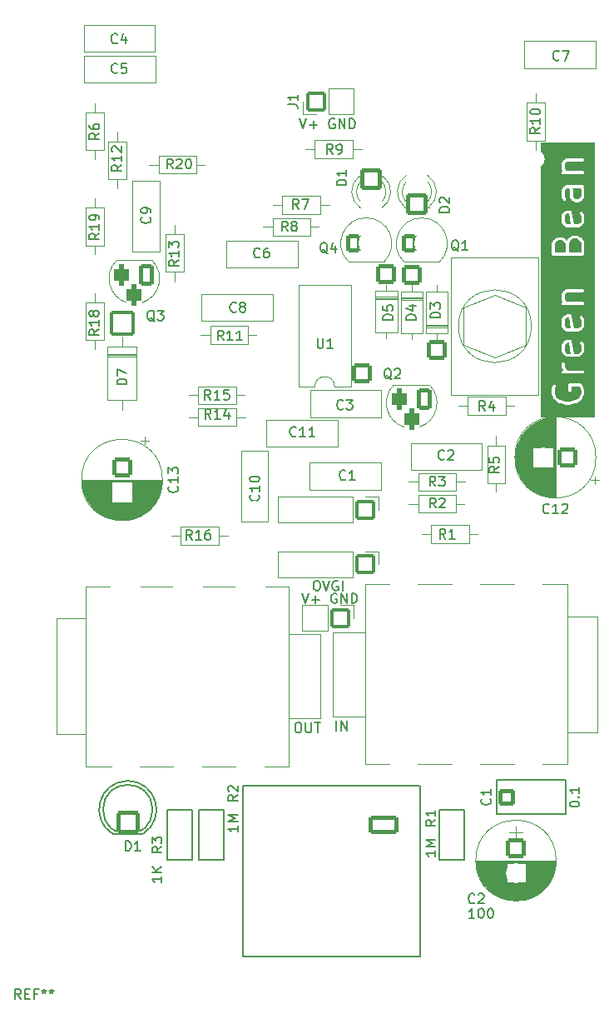
<source format=gbr>
%TF.GenerationSoftware,KiCad,Pcbnew,7.0.2-6a45011f42~172~ubuntu22.04.1*%
%TF.CreationDate,2023-05-16T10:09:17+01:00*%
%TF.ProjectId,greenbean,67726565-6e62-4656-916e-2e6b69636164,rev?*%
%TF.SameCoordinates,Original*%
%TF.FileFunction,Legend,Top*%
%TF.FilePolarity,Positive*%
%FSLAX46Y46*%
G04 Gerber Fmt 4.6, Leading zero omitted, Abs format (unit mm)*
G04 Created by KiCad (PCBNEW 7.0.2-6a45011f42~172~ubuntu22.04.1) date 2023-05-16 10:09:17*
%MOMM*%
%LPD*%
G01*
G04 APERTURE LIST*
G04 Aperture macros list*
%AMRoundRect*
0 Rectangle with rounded corners*
0 $1 Rounding radius*
0 $2 $3 $4 $5 $6 $7 $8 $9 X,Y pos of 4 corners*
0 Add a 4 corners polygon primitive as box body*
4,1,4,$2,$3,$4,$5,$6,$7,$8,$9,$2,$3,0*
0 Add four circle primitives for the rounded corners*
1,1,$1+$1,$2,$3*
1,1,$1+$1,$4,$5*
1,1,$1+$1,$6,$7*
1,1,$1+$1,$8,$9*
0 Add four rect primitives between the rounded corners*
20,1,$1+$1,$2,$3,$4,$5,0*
20,1,$1+$1,$4,$5,$6,$7,0*
20,1,$1+$1,$6,$7,$8,$9,0*
20,1,$1+$1,$8,$9,$2,$3,0*%
G04 Aperture macros list end*
%ADD10C,0.300000*%
%ADD11C,0.150000*%
%ADD12C,0.120000*%
%ADD13R,1.300000X1.300000*%
%ADD14C,1.300000*%
%ADD15R,2.600000X1.500000*%
%ADD16O,2.600000X1.500000*%
%ADD17C,1.998980*%
%ADD18R,2.000000X1.900000*%
%ADD19C,1.900000*%
%ADD20RoundRect,0.200000X-0.525000X-0.750000X0.525000X-0.750000X0.525000X0.750000X-0.525000X0.750000X0*%
%ADD21O,1.450000X1.900000*%
%ADD22C,1.800000*%
%ADD23O,1.800000X1.800000*%
%ADD24C,2.000000*%
%ADD25RoundRect,0.200000X-0.800000X0.800000X-0.800000X-0.800000X0.800000X-0.800000X0.800000X0.800000X0*%
%ADD26O,2.000000X2.000000*%
%ADD27C,3.400000*%
%ADD28RoundRect,0.200000X-0.650000X-0.650000X0.650000X-0.650000X0.650000X0.650000X-0.650000X0.650000X0*%
%ADD29C,1.700000*%
%ADD30RoundRect,0.200000X1.300000X0.750000X-1.300000X0.750000X-1.300000X-0.750000X1.300000X-0.750000X0*%
%ADD31O,3.000000X1.900000*%
%ADD32RoundRect,0.200000X0.800000X0.800000X-0.800000X0.800000X-0.800000X-0.800000X0.800000X-0.800000X0*%
%ADD33RoundRect,0.200000X-0.850000X0.850000X-0.850000X-0.850000X0.850000X-0.850000X0.850000X0.850000X0*%
%ADD34O,2.100000X2.100000*%
%ADD35RoundRect,0.200000X-0.900000X0.900000X-0.900000X-0.900000X0.900000X-0.900000X0.900000X0.900000X0*%
%ADD36C,2.200000*%
%ADD37RoundRect,0.200000X-1.100000X1.100000X-1.100000X-1.100000X1.100000X-1.100000X1.100000X1.100000X0*%
%ADD38O,2.600000X2.600000*%
%ADD39C,2.398980*%
%ADD40RoundRect,0.200000X1.000000X0.950000X-1.000000X0.950000X-1.000000X-0.950000X1.000000X-0.950000X0*%
%ADD41C,2.300000*%
%ADD42RoundRect,0.200000X0.900000X-0.900000X0.900000X0.900000X-0.900000X0.900000X-0.900000X-0.900000X0*%
%ADD43RoundRect,0.200000X0.550000X0.900000X-0.550000X0.900000X-0.550000X-0.900000X0.550000X-0.900000X0*%
%ADD44RoundRect,0.475000X0.275000X0.625000X-0.275000X0.625000X-0.275000X-0.625000X0.275000X-0.625000X0*%
%ADD45RoundRect,0.200000X0.800000X-0.800000X0.800000X0.800000X-0.800000X0.800000X-0.800000X-0.800000X0*%
%ADD46RoundRect,0.200000X0.850000X-0.850000X0.850000X0.850000X-0.850000X0.850000X-0.850000X-0.850000X0*%
G04 APERTURE END LIST*
D10*
G36*
X174189887Y-90941428D02*
G01*
X173836838Y-90941428D01*
X173627517Y-90836767D01*
X173522857Y-90627446D01*
X173522857Y-90126838D01*
X173627517Y-89917517D01*
X173836839Y-89812857D01*
X173964171Y-89812857D01*
X174189887Y-90941428D01*
G37*
G36*
X174189887Y-88369999D02*
G01*
X173836838Y-88369999D01*
X173627517Y-88265338D01*
X173522857Y-88056017D01*
X173522857Y-87555409D01*
X173627517Y-87346088D01*
X173836839Y-87241428D01*
X173964171Y-87241428D01*
X174189887Y-88369999D01*
G37*
G36*
X173426859Y-79500419D02*
G01*
X173535293Y-79608854D01*
X173650141Y-79838550D01*
X173649933Y-79844307D01*
X173651428Y-79846829D01*
X173651428Y-80655713D01*
X172522857Y-80655713D01*
X172522857Y-79841123D01*
X172638992Y-79608853D01*
X172747425Y-79500418D01*
X172979696Y-79384284D01*
X173194590Y-79384284D01*
X173426859Y-79500419D01*
G37*
G36*
X174998287Y-79357562D02*
G01*
X175106721Y-79465995D01*
X175222857Y-79698266D01*
X175222857Y-80655713D01*
X173951428Y-80655713D01*
X173951428Y-79830055D01*
X174075390Y-79458167D01*
X174175995Y-79357562D01*
X174408268Y-79241427D01*
X174766018Y-79241427D01*
X174998287Y-79357562D01*
G37*
G36*
X174189887Y-77798570D02*
G01*
X173836838Y-77798570D01*
X173627517Y-77693909D01*
X173522857Y-77484588D01*
X173522857Y-76983980D01*
X173627517Y-76774659D01*
X173836839Y-76669999D01*
X173964171Y-76669999D01*
X174189887Y-77798570D01*
G37*
G36*
X175222857Y-74269694D02*
G01*
X175222857Y-74913159D01*
X175118196Y-75122480D01*
X174908874Y-75227141D01*
X174693981Y-75227141D01*
X174484660Y-75122480D01*
X174380000Y-74913159D01*
X174380000Y-74242358D01*
X174383861Y-74206595D01*
X174370152Y-74179179D01*
X174361516Y-74149764D01*
X174350804Y-74140482D01*
X174329848Y-74098570D01*
X175137295Y-74098570D01*
X175222857Y-74269694D01*
G37*
G36*
X176618571Y-97398571D02*
G01*
X171111429Y-97398571D01*
X171111429Y-94954221D01*
X172216627Y-94954221D01*
X172229688Y-94993406D01*
X172241341Y-95033091D01*
X172243556Y-95035011D01*
X172370856Y-95416911D01*
X172378504Y-95452064D01*
X172400179Y-95473739D01*
X172417674Y-95498913D01*
X172430770Y-95504330D01*
X172682064Y-95755626D01*
X172694952Y-95777324D01*
X172731900Y-95795798D01*
X172768196Y-95815617D01*
X172771119Y-95815407D01*
X172996164Y-95927930D01*
X173008033Y-95940553D01*
X173034784Y-95947240D01*
X173039351Y-95949524D01*
X173055647Y-95952456D01*
X173598241Y-96088104D01*
X173614527Y-96098571D01*
X173640106Y-96098571D01*
X173643114Y-96099323D01*
X173661619Y-96098571D01*
X174062454Y-96098571D01*
X174080793Y-96104775D01*
X174105609Y-96098571D01*
X174108710Y-96098571D01*
X174126481Y-96093352D01*
X174669033Y-95957715D01*
X174686259Y-95959575D01*
X174710923Y-95947242D01*
X174715875Y-95946005D01*
X174730152Y-95937628D01*
X174994546Y-95805431D01*
X175019207Y-95800067D01*
X175048418Y-95770855D01*
X175078698Y-95742690D01*
X175079424Y-95739849D01*
X175330355Y-95488918D01*
X175358375Y-95466360D01*
X175368068Y-95437279D01*
X175382761Y-95410373D01*
X175381749Y-95396235D01*
X175509212Y-95013846D01*
X175522857Y-94992615D01*
X175522857Y-94951292D01*
X175524351Y-94909978D01*
X175522857Y-94907457D01*
X175522857Y-94681661D01*
X175529087Y-94657206D01*
X175516022Y-94618012D01*
X175504373Y-94578337D01*
X175502157Y-94576417D01*
X175374857Y-94194516D01*
X175367210Y-94159362D01*
X175345534Y-94137686D01*
X175328040Y-94112513D01*
X175314942Y-94107094D01*
X175212345Y-94004499D01*
X175205291Y-93989052D01*
X175181803Y-93973957D01*
X175177957Y-93970111D01*
X175163726Y-93962340D01*
X175131186Y-93941428D01*
X175125429Y-93941428D01*
X175120373Y-93938667D01*
X175081774Y-93941428D01*
X174097873Y-93941428D01*
X174064893Y-93936686D01*
X174034586Y-93950526D01*
X174002622Y-93959912D01*
X173995147Y-93968537D01*
X173984766Y-93973279D01*
X173966753Y-94001306D01*
X173944937Y-94026485D01*
X173943312Y-94037782D01*
X173937142Y-94047384D01*
X173937142Y-94080697D01*
X173932400Y-94113677D01*
X173937142Y-94124060D01*
X173937142Y-94684425D01*
X173955626Y-94747377D01*
X174022199Y-94805062D01*
X174109391Y-94817599D01*
X174189518Y-94781006D01*
X174237142Y-94706901D01*
X174237142Y-94241428D01*
X175025010Y-94241428D01*
X175098896Y-94315313D01*
X175222857Y-94687197D01*
X175222857Y-94924228D01*
X175098895Y-95296115D01*
X174855431Y-95539578D01*
X174606213Y-95664187D01*
X174068678Y-95798571D01*
X173677036Y-95798571D01*
X173139498Y-95664187D01*
X172890281Y-95539578D01*
X172646818Y-95296114D01*
X172522857Y-94924230D01*
X172522857Y-94555410D01*
X172659524Y-94282076D01*
X172671144Y-94217503D01*
X172637397Y-94136136D01*
X172565016Y-94085929D01*
X172476984Y-94082825D01*
X172401247Y-94127809D01*
X172242302Y-94445697D01*
X172222857Y-94475956D01*
X172222857Y-94506606D01*
X172217427Y-94536781D01*
X172222857Y-94549873D01*
X172222857Y-94929765D01*
X172216627Y-94954221D01*
X171111429Y-94954221D01*
X171111429Y-92827963D01*
X173218115Y-92827963D01*
X173254708Y-92908090D01*
X173328813Y-92955714D01*
X173930892Y-92955714D01*
X173961066Y-92961144D01*
X173974158Y-92955714D01*
X175394425Y-92955714D01*
X175457377Y-92937230D01*
X175515062Y-92870657D01*
X175527599Y-92783465D01*
X175491006Y-92703338D01*
X175416901Y-92655714D01*
X173979695Y-92655714D01*
X173747424Y-92539578D01*
X173638992Y-92431146D01*
X173522857Y-92198874D01*
X173522857Y-91927003D01*
X173504373Y-91864051D01*
X173437800Y-91806366D01*
X173350608Y-91793829D01*
X173270481Y-91830422D01*
X173222857Y-91904527D01*
X173222857Y-92226209D01*
X173218996Y-92261973D01*
X173232703Y-92289388D01*
X173241341Y-92318805D01*
X173252052Y-92328086D01*
X173373139Y-92570261D01*
X173378504Y-92594922D01*
X173407715Y-92624133D01*
X173435881Y-92654413D01*
X173438721Y-92655139D01*
X173439296Y-92655714D01*
X173351289Y-92655714D01*
X173288337Y-92674198D01*
X173230652Y-92740771D01*
X173218115Y-92827963D01*
X171111429Y-92827963D01*
X171111429Y-90108209D01*
X173217427Y-90108209D01*
X173222857Y-90121301D01*
X173222857Y-90654781D01*
X173218996Y-90690545D01*
X173232703Y-90717960D01*
X173241341Y-90747377D01*
X173252052Y-90756658D01*
X173364459Y-90981472D01*
X173364254Y-90987301D01*
X173383975Y-91020505D01*
X173391195Y-91034944D01*
X173394947Y-91038978D01*
X173409238Y-91063038D01*
X173424361Y-91070599D01*
X173435881Y-91082984D01*
X173462996Y-91089917D01*
X173727125Y-91221982D01*
X173757384Y-91241428D01*
X173788035Y-91241428D01*
X173818209Y-91246858D01*
X173831301Y-91241428D01*
X174333228Y-91241428D01*
X174337064Y-91243607D01*
X174376943Y-91241428D01*
X174936209Y-91241428D01*
X174971973Y-91245289D01*
X174999388Y-91231581D01*
X175028805Y-91222944D01*
X175038086Y-91212232D01*
X175262901Y-91099825D01*
X175268730Y-91100031D01*
X175301934Y-91080309D01*
X175316373Y-91073090D01*
X175320407Y-91069337D01*
X175344467Y-91055047D01*
X175352028Y-91039923D01*
X175364413Y-91028404D01*
X175371347Y-91001286D01*
X175503411Y-90737159D01*
X175522857Y-90706901D01*
X175522857Y-90676250D01*
X175528287Y-90646076D01*
X175522857Y-90632983D01*
X175522857Y-90099503D01*
X175526718Y-90063740D01*
X175513010Y-90036324D01*
X175504373Y-90006908D01*
X175493661Y-89997626D01*
X175354519Y-89719341D01*
X175309833Y-89671301D01*
X175224491Y-89649479D01*
X175140897Y-89677259D01*
X175085594Y-89745822D01*
X175076139Y-89833402D01*
X175222857Y-90126838D01*
X175222857Y-90627446D01*
X175118196Y-90836767D01*
X174908874Y-90941428D01*
X174495828Y-90941428D01*
X174239281Y-89658704D01*
X174241884Y-89640608D01*
X174230815Y-89616370D01*
X174229999Y-89612290D01*
X174221889Y-89596825D01*
X174205291Y-89560481D01*
X174201577Y-89558094D01*
X174199528Y-89554186D01*
X174164791Y-89534453D01*
X174131186Y-89512857D01*
X174126773Y-89512857D01*
X174122935Y-89510677D01*
X174083038Y-89512857D01*
X173809504Y-89512857D01*
X173773740Y-89508996D01*
X173746324Y-89522703D01*
X173716908Y-89531341D01*
X173707626Y-89542052D01*
X173482812Y-89654459D01*
X173476984Y-89654254D01*
X173443779Y-89673975D01*
X173429341Y-89681195D01*
X173425306Y-89684947D01*
X173401247Y-89699238D01*
X173393685Y-89714361D01*
X173381301Y-89725881D01*
X173374367Y-89752996D01*
X173242302Y-90017125D01*
X173222857Y-90047384D01*
X173222857Y-90078034D01*
X173217427Y-90108209D01*
X171111429Y-90108209D01*
X171111429Y-87536780D01*
X173217427Y-87536780D01*
X173222857Y-87549872D01*
X173222857Y-88083352D01*
X173218996Y-88119116D01*
X173232703Y-88146531D01*
X173241341Y-88175948D01*
X173252052Y-88185229D01*
X173364459Y-88410043D01*
X173364254Y-88415872D01*
X173383975Y-88449076D01*
X173391195Y-88463515D01*
X173394947Y-88467549D01*
X173409238Y-88491609D01*
X173424361Y-88499170D01*
X173435881Y-88511555D01*
X173462996Y-88518488D01*
X173727125Y-88650553D01*
X173757384Y-88669999D01*
X173788035Y-88669999D01*
X173818209Y-88675429D01*
X173831301Y-88669999D01*
X174333228Y-88669999D01*
X174337064Y-88672178D01*
X174376943Y-88669999D01*
X174936209Y-88669999D01*
X174971973Y-88673860D01*
X174999388Y-88660152D01*
X175028805Y-88651515D01*
X175038086Y-88640803D01*
X175262901Y-88528396D01*
X175268730Y-88528602D01*
X175301934Y-88508880D01*
X175316373Y-88501661D01*
X175320407Y-88497908D01*
X175344467Y-88483618D01*
X175352028Y-88468494D01*
X175364413Y-88456975D01*
X175371347Y-88429857D01*
X175503411Y-88165730D01*
X175522857Y-88135472D01*
X175522857Y-88104821D01*
X175528287Y-88074647D01*
X175522857Y-88061554D01*
X175522857Y-87528074D01*
X175526718Y-87492311D01*
X175513010Y-87464895D01*
X175504373Y-87435479D01*
X175493661Y-87426197D01*
X175354519Y-87147912D01*
X175309833Y-87099872D01*
X175224491Y-87078050D01*
X175140897Y-87105830D01*
X175085594Y-87174393D01*
X175076139Y-87261973D01*
X175222857Y-87555409D01*
X175222857Y-88056017D01*
X175118196Y-88265338D01*
X174908874Y-88369999D01*
X174495828Y-88369999D01*
X174239281Y-87087275D01*
X174241884Y-87069179D01*
X174230815Y-87044941D01*
X174229999Y-87040861D01*
X174221889Y-87025396D01*
X174205291Y-86989052D01*
X174201577Y-86986665D01*
X174199528Y-86982757D01*
X174164791Y-86963024D01*
X174131186Y-86941428D01*
X174126773Y-86941428D01*
X174122935Y-86939248D01*
X174083038Y-86941428D01*
X173809504Y-86941428D01*
X173773740Y-86937567D01*
X173746324Y-86951274D01*
X173716908Y-86959912D01*
X173707626Y-86970623D01*
X173482812Y-87083030D01*
X173476984Y-87082825D01*
X173443779Y-87102546D01*
X173429341Y-87109766D01*
X173425306Y-87113518D01*
X173401247Y-87127809D01*
X173393685Y-87142932D01*
X173381301Y-87154452D01*
X173374367Y-87181567D01*
X173242302Y-87445696D01*
X173222857Y-87475955D01*
X173222857Y-87506605D01*
X173217427Y-87536780D01*
X171111429Y-87536780D01*
X171111429Y-84965351D01*
X173217427Y-84965351D01*
X173222857Y-84978443D01*
X173222857Y-85369065D01*
X173218996Y-85404829D01*
X173232703Y-85432244D01*
X173241341Y-85461661D01*
X173252052Y-85470942D01*
X173345314Y-85657467D01*
X173288337Y-85674197D01*
X173230652Y-85740770D01*
X173218115Y-85827962D01*
X173254708Y-85908089D01*
X173328813Y-85955713D01*
X173620285Y-85955713D01*
X173625340Y-85958473D01*
X173663930Y-85955713D01*
X175394425Y-85955713D01*
X175457377Y-85937229D01*
X175515062Y-85870656D01*
X175527599Y-85783464D01*
X175491006Y-85703337D01*
X175416901Y-85655713D01*
X173720703Y-85655713D01*
X173638992Y-85574002D01*
X173522857Y-85341730D01*
X173522857Y-84983980D01*
X173627517Y-84774659D01*
X173836839Y-84669999D01*
X175394425Y-84669999D01*
X175457377Y-84651515D01*
X175515062Y-84584942D01*
X175527599Y-84497750D01*
X175491006Y-84417623D01*
X175416901Y-84369999D01*
X173809504Y-84369999D01*
X173773740Y-84366138D01*
X173746324Y-84379845D01*
X173716908Y-84388483D01*
X173707626Y-84399194D01*
X173482812Y-84511601D01*
X173476984Y-84511396D01*
X173443779Y-84531117D01*
X173429341Y-84538337D01*
X173425306Y-84542089D01*
X173401247Y-84556380D01*
X173393685Y-84571503D01*
X173381301Y-84583023D01*
X173374367Y-84610138D01*
X173242302Y-84874267D01*
X173222857Y-84904526D01*
X173222857Y-84935176D01*
X173217427Y-84965351D01*
X171111429Y-84965351D01*
X171111429Y-79822494D01*
X172217427Y-79822494D01*
X172222857Y-79835586D01*
X172222857Y-80794982D01*
X172218115Y-80827962D01*
X172231955Y-80858268D01*
X172241341Y-80890233D01*
X172249966Y-80897707D01*
X172254708Y-80908089D01*
X172282735Y-80926101D01*
X172307914Y-80947918D01*
X172319211Y-80949542D01*
X172328813Y-80955713D01*
X172362126Y-80955713D01*
X172395106Y-80960455D01*
X172405489Y-80955713D01*
X173790697Y-80955713D01*
X173823677Y-80960455D01*
X173834060Y-80955713D01*
X175362126Y-80955713D01*
X175395106Y-80960455D01*
X175425412Y-80946614D01*
X175457377Y-80937229D01*
X175464851Y-80928603D01*
X175475233Y-80923862D01*
X175493245Y-80895834D01*
X175515062Y-80870656D01*
X175516686Y-80859358D01*
X175522857Y-80849757D01*
X175522857Y-80816443D01*
X175527599Y-80783464D01*
X175522857Y-80773080D01*
X175522857Y-79670931D01*
X175526718Y-79635168D01*
X175513010Y-79607752D01*
X175504373Y-79578336D01*
X175493661Y-79569054D01*
X175372575Y-79326880D01*
X175367210Y-79302218D01*
X175337989Y-79272997D01*
X175309833Y-79242728D01*
X175306993Y-79242001D01*
X175206505Y-79141515D01*
X175193618Y-79119817D01*
X175156665Y-79101340D01*
X175120373Y-79081523D01*
X175117448Y-79081732D01*
X174875730Y-78960872D01*
X174845472Y-78941427D01*
X174814821Y-78941427D01*
X174784647Y-78935997D01*
X174771555Y-78941427D01*
X174380933Y-78941427D01*
X174345169Y-78937566D01*
X174317753Y-78951273D01*
X174288337Y-78959911D01*
X174279055Y-78970622D01*
X174036880Y-79091709D01*
X174012220Y-79097074D01*
X173983008Y-79126285D01*
X173952729Y-79154451D01*
X173952002Y-79157291D01*
X173843928Y-79265365D01*
X173815910Y-79287924D01*
X173806217Y-79317001D01*
X173791524Y-79343910D01*
X173792535Y-79358048D01*
X173771589Y-79420885D01*
X173766565Y-79415860D01*
X173738404Y-79385586D01*
X173735564Y-79384859D01*
X173635077Y-79284371D01*
X173622190Y-79262674D01*
X173585241Y-79244199D01*
X173548946Y-79224381D01*
X173546022Y-79224590D01*
X173304302Y-79103729D01*
X173274044Y-79084284D01*
X173243393Y-79084284D01*
X173213219Y-79078854D01*
X173200127Y-79084284D01*
X172952361Y-79084284D01*
X172916597Y-79080423D01*
X172889181Y-79094130D01*
X172859765Y-79102768D01*
X172850483Y-79113479D01*
X172608310Y-79234565D01*
X172583648Y-79239931D01*
X172554427Y-79269151D01*
X172524158Y-79297308D01*
X172523431Y-79300147D01*
X172422945Y-79400635D01*
X172401247Y-79413523D01*
X172382770Y-79450475D01*
X172362953Y-79486768D01*
X172363162Y-79489692D01*
X172242302Y-79731410D01*
X172222857Y-79761669D01*
X172222857Y-79792319D01*
X172217427Y-79822494D01*
X171111429Y-79822494D01*
X171111429Y-76965351D01*
X173217427Y-76965351D01*
X173222857Y-76978443D01*
X173222857Y-77511923D01*
X173218996Y-77547687D01*
X173232703Y-77575102D01*
X173241341Y-77604519D01*
X173252052Y-77613800D01*
X173364459Y-77838614D01*
X173364254Y-77844443D01*
X173383975Y-77877647D01*
X173391195Y-77892086D01*
X173394947Y-77896120D01*
X173409238Y-77920180D01*
X173424361Y-77927741D01*
X173435881Y-77940126D01*
X173462996Y-77947059D01*
X173727125Y-78079124D01*
X173757384Y-78098570D01*
X173788035Y-78098570D01*
X173818209Y-78104000D01*
X173831301Y-78098570D01*
X174333228Y-78098570D01*
X174337064Y-78100749D01*
X174376943Y-78098570D01*
X174936209Y-78098570D01*
X174971973Y-78102431D01*
X174999388Y-78088723D01*
X175028805Y-78080086D01*
X175038086Y-78069374D01*
X175262901Y-77956967D01*
X175268730Y-77957173D01*
X175301934Y-77937451D01*
X175316373Y-77930232D01*
X175320407Y-77926479D01*
X175344467Y-77912189D01*
X175352028Y-77897065D01*
X175364413Y-77885546D01*
X175371347Y-77858428D01*
X175503411Y-77594301D01*
X175522857Y-77564043D01*
X175522857Y-77533392D01*
X175528287Y-77503218D01*
X175522857Y-77490125D01*
X175522857Y-76956645D01*
X175526718Y-76920882D01*
X175513010Y-76893466D01*
X175504373Y-76864050D01*
X175493661Y-76854768D01*
X175354519Y-76576483D01*
X175309833Y-76528443D01*
X175224491Y-76506621D01*
X175140897Y-76534401D01*
X175085594Y-76602964D01*
X175076139Y-76690544D01*
X175222857Y-76983980D01*
X175222857Y-77484588D01*
X175118196Y-77693909D01*
X174908874Y-77798570D01*
X174495828Y-77798570D01*
X174239281Y-76515846D01*
X174241884Y-76497750D01*
X174230815Y-76473512D01*
X174229999Y-76469432D01*
X174221889Y-76453967D01*
X174205291Y-76417623D01*
X174201577Y-76415236D01*
X174199528Y-76411328D01*
X174164791Y-76391595D01*
X174131186Y-76369999D01*
X174126773Y-76369999D01*
X174122935Y-76367819D01*
X174083038Y-76369999D01*
X173809504Y-76369999D01*
X173773740Y-76366138D01*
X173746324Y-76379845D01*
X173716908Y-76388483D01*
X173707626Y-76399194D01*
X173482812Y-76511601D01*
X173476984Y-76511396D01*
X173443779Y-76531117D01*
X173429341Y-76538337D01*
X173425306Y-76542089D01*
X173401247Y-76556380D01*
X173393685Y-76571503D01*
X173381301Y-76583023D01*
X173374367Y-76610138D01*
X173242302Y-76874267D01*
X173222857Y-76904526D01*
X173222857Y-76935176D01*
X173217427Y-76965351D01*
X171111429Y-76965351D01*
X171111429Y-74393922D01*
X173217427Y-74393922D01*
X173222857Y-74407014D01*
X173222857Y-74940494D01*
X173218996Y-74976258D01*
X173232703Y-75003673D01*
X173241341Y-75033090D01*
X173252052Y-75042371D01*
X173391195Y-75320657D01*
X173435881Y-75368697D01*
X173521223Y-75390519D01*
X173604817Y-75362739D01*
X173660120Y-75294176D01*
X173669575Y-75206596D01*
X173522857Y-74913159D01*
X173522857Y-74412551D01*
X173627517Y-74203230D01*
X173836839Y-74098570D01*
X173994437Y-74098570D01*
X174080000Y-74269695D01*
X174080000Y-74940494D01*
X174076139Y-74976258D01*
X174089846Y-75003673D01*
X174098484Y-75033090D01*
X174109195Y-75042371D01*
X174221602Y-75267185D01*
X174221397Y-75273014D01*
X174241118Y-75306218D01*
X174248338Y-75320657D01*
X174252090Y-75324691D01*
X174266381Y-75348751D01*
X174281504Y-75356312D01*
X174293024Y-75368697D01*
X174320139Y-75375630D01*
X174584268Y-75507695D01*
X174614527Y-75527141D01*
X174645178Y-75527141D01*
X174675352Y-75532571D01*
X174688444Y-75527141D01*
X174936209Y-75527141D01*
X174971973Y-75531002D01*
X174999388Y-75517294D01*
X175028805Y-75508657D01*
X175038086Y-75497945D01*
X175262901Y-75385538D01*
X175268730Y-75385744D01*
X175301934Y-75366022D01*
X175316373Y-75358803D01*
X175320407Y-75355050D01*
X175344467Y-75340760D01*
X175352028Y-75325636D01*
X175364413Y-75314117D01*
X175371347Y-75286999D01*
X175503411Y-75022872D01*
X175522857Y-74992614D01*
X175522857Y-74961963D01*
X175528287Y-74931789D01*
X175522857Y-74918696D01*
X175522857Y-74242359D01*
X175526718Y-74206596D01*
X175513010Y-74179180D01*
X175504373Y-74149764D01*
X175493661Y-74140482D01*
X175461236Y-74075632D01*
X175515062Y-74013513D01*
X175527599Y-73926321D01*
X175491006Y-73846194D01*
X175416901Y-73798570D01*
X175248875Y-73798570D01*
X175224491Y-73792335D01*
X175205729Y-73798570D01*
X174106016Y-73798570D01*
X174081632Y-73792335D01*
X174062870Y-73798570D01*
X173809504Y-73798570D01*
X173773740Y-73794709D01*
X173746324Y-73808416D01*
X173716908Y-73817054D01*
X173707626Y-73827765D01*
X173482812Y-73940172D01*
X173476984Y-73939967D01*
X173443779Y-73959688D01*
X173429341Y-73966908D01*
X173425306Y-73970660D01*
X173401247Y-73984951D01*
X173393685Y-74000074D01*
X173381301Y-74011594D01*
X173374367Y-74038709D01*
X173242302Y-74302838D01*
X173222857Y-74333097D01*
X173222857Y-74363747D01*
X173217427Y-74393922D01*
X171111429Y-74393922D01*
X171111429Y-71679636D01*
X173217427Y-71679636D01*
X173222857Y-71692728D01*
X173222857Y-72083350D01*
X173218996Y-72119114D01*
X173232703Y-72146529D01*
X173241341Y-72175946D01*
X173252052Y-72185227D01*
X173345314Y-72371752D01*
X173288337Y-72388482D01*
X173230652Y-72455055D01*
X173218115Y-72542247D01*
X173254708Y-72622374D01*
X173328813Y-72669998D01*
X173620285Y-72669998D01*
X173625340Y-72672758D01*
X173663930Y-72669998D01*
X175394425Y-72669998D01*
X175457377Y-72651514D01*
X175515062Y-72584941D01*
X175527599Y-72497749D01*
X175491006Y-72417622D01*
X175416901Y-72369998D01*
X173720703Y-72369998D01*
X173638992Y-72288287D01*
X173522857Y-72056015D01*
X173522857Y-71698265D01*
X173627517Y-71488944D01*
X173836839Y-71384284D01*
X175394425Y-71384284D01*
X175457377Y-71365800D01*
X175515062Y-71299227D01*
X175527599Y-71212035D01*
X175491006Y-71131908D01*
X175416901Y-71084284D01*
X173809504Y-71084284D01*
X173773740Y-71080423D01*
X173746324Y-71094130D01*
X173716908Y-71102768D01*
X173707626Y-71113479D01*
X173482812Y-71225886D01*
X173476984Y-71225681D01*
X173443779Y-71245402D01*
X173429341Y-71252622D01*
X173425306Y-71256374D01*
X173401247Y-71270665D01*
X173393685Y-71285788D01*
X173381301Y-71297308D01*
X173374367Y-71324423D01*
X173242302Y-71588552D01*
X173222857Y-71618811D01*
X173222857Y-71649461D01*
X173217427Y-71679636D01*
X171111429Y-71679636D01*
X171111429Y-69491427D01*
X176618571Y-69491427D01*
X176618571Y-97398571D01*
G37*
D11*
%TO.C,Q4*%
X149404761Y-80737857D02*
X149309523Y-80690238D01*
X149309523Y-80690238D02*
X149214285Y-80595000D01*
X149214285Y-80595000D02*
X149071428Y-80452142D01*
X149071428Y-80452142D02*
X148976190Y-80404523D01*
X148976190Y-80404523D02*
X148880952Y-80404523D01*
X148928571Y-80642619D02*
X148833333Y-80595000D01*
X148833333Y-80595000D02*
X148738095Y-80499761D01*
X148738095Y-80499761D02*
X148690476Y-80309285D01*
X148690476Y-80309285D02*
X148690476Y-79975952D01*
X148690476Y-79975952D02*
X148738095Y-79785476D01*
X148738095Y-79785476D02*
X148833333Y-79690238D01*
X148833333Y-79690238D02*
X148928571Y-79642619D01*
X148928571Y-79642619D02*
X149119047Y-79642619D01*
X149119047Y-79642619D02*
X149214285Y-79690238D01*
X149214285Y-79690238D02*
X149309523Y-79785476D01*
X149309523Y-79785476D02*
X149357142Y-79975952D01*
X149357142Y-79975952D02*
X149357142Y-80309285D01*
X149357142Y-80309285D02*
X149309523Y-80499761D01*
X149309523Y-80499761D02*
X149214285Y-80595000D01*
X149214285Y-80595000D02*
X149119047Y-80642619D01*
X149119047Y-80642619D02*
X148928571Y-80642619D01*
X150214285Y-79975952D02*
X150214285Y-80642619D01*
X149976190Y-79595000D02*
X149738095Y-80309285D01*
X149738095Y-80309285D02*
X150357142Y-80309285D01*
%TO.C,R16*%
X135607142Y-109832619D02*
X135273809Y-109356428D01*
X135035714Y-109832619D02*
X135035714Y-108832619D01*
X135035714Y-108832619D02*
X135416666Y-108832619D01*
X135416666Y-108832619D02*
X135511904Y-108880238D01*
X135511904Y-108880238D02*
X135559523Y-108927857D01*
X135559523Y-108927857D02*
X135607142Y-109023095D01*
X135607142Y-109023095D02*
X135607142Y-109165952D01*
X135607142Y-109165952D02*
X135559523Y-109261190D01*
X135559523Y-109261190D02*
X135511904Y-109308809D01*
X135511904Y-109308809D02*
X135416666Y-109356428D01*
X135416666Y-109356428D02*
X135035714Y-109356428D01*
X136559523Y-109832619D02*
X135988095Y-109832619D01*
X136273809Y-109832619D02*
X136273809Y-108832619D01*
X136273809Y-108832619D02*
X136178571Y-108975476D01*
X136178571Y-108975476D02*
X136083333Y-109070714D01*
X136083333Y-109070714D02*
X135988095Y-109118333D01*
X137416666Y-108832619D02*
X137226190Y-108832619D01*
X137226190Y-108832619D02*
X137130952Y-108880238D01*
X137130952Y-108880238D02*
X137083333Y-108927857D01*
X137083333Y-108927857D02*
X136988095Y-109070714D01*
X136988095Y-109070714D02*
X136940476Y-109261190D01*
X136940476Y-109261190D02*
X136940476Y-109642142D01*
X136940476Y-109642142D02*
X136988095Y-109737380D01*
X136988095Y-109737380D02*
X137035714Y-109785000D01*
X137035714Y-109785000D02*
X137130952Y-109832619D01*
X137130952Y-109832619D02*
X137321428Y-109832619D01*
X137321428Y-109832619D02*
X137416666Y-109785000D01*
X137416666Y-109785000D02*
X137464285Y-109737380D01*
X137464285Y-109737380D02*
X137511904Y-109642142D01*
X137511904Y-109642142D02*
X137511904Y-109404047D01*
X137511904Y-109404047D02*
X137464285Y-109308809D01*
X137464285Y-109308809D02*
X137416666Y-109261190D01*
X137416666Y-109261190D02*
X137321428Y-109213571D01*
X137321428Y-109213571D02*
X137130952Y-109213571D01*
X137130952Y-109213571D02*
X137035714Y-109261190D01*
X137035714Y-109261190D02*
X136988095Y-109308809D01*
X136988095Y-109308809D02*
X136940476Y-109404047D01*
%TO.C,R2*%
X160423333Y-106592619D02*
X160090000Y-106116428D01*
X159851905Y-106592619D02*
X159851905Y-105592619D01*
X159851905Y-105592619D02*
X160232857Y-105592619D01*
X160232857Y-105592619D02*
X160328095Y-105640238D01*
X160328095Y-105640238D02*
X160375714Y-105687857D01*
X160375714Y-105687857D02*
X160423333Y-105783095D01*
X160423333Y-105783095D02*
X160423333Y-105925952D01*
X160423333Y-105925952D02*
X160375714Y-106021190D01*
X160375714Y-106021190D02*
X160328095Y-106068809D01*
X160328095Y-106068809D02*
X160232857Y-106116428D01*
X160232857Y-106116428D02*
X159851905Y-106116428D01*
X160804286Y-105687857D02*
X160851905Y-105640238D01*
X160851905Y-105640238D02*
X160947143Y-105592619D01*
X160947143Y-105592619D02*
X161185238Y-105592619D01*
X161185238Y-105592619D02*
X161280476Y-105640238D01*
X161280476Y-105640238D02*
X161328095Y-105687857D01*
X161328095Y-105687857D02*
X161375714Y-105783095D01*
X161375714Y-105783095D02*
X161375714Y-105878333D01*
X161375714Y-105878333D02*
X161328095Y-106021190D01*
X161328095Y-106021190D02*
X160756667Y-106592619D01*
X160756667Y-106592619D02*
X161375714Y-106592619D01*
%TO.C,R19*%
X126172619Y-78712857D02*
X125696428Y-79046190D01*
X126172619Y-79284285D02*
X125172619Y-79284285D01*
X125172619Y-79284285D02*
X125172619Y-78903333D01*
X125172619Y-78903333D02*
X125220238Y-78808095D01*
X125220238Y-78808095D02*
X125267857Y-78760476D01*
X125267857Y-78760476D02*
X125363095Y-78712857D01*
X125363095Y-78712857D02*
X125505952Y-78712857D01*
X125505952Y-78712857D02*
X125601190Y-78760476D01*
X125601190Y-78760476D02*
X125648809Y-78808095D01*
X125648809Y-78808095D02*
X125696428Y-78903333D01*
X125696428Y-78903333D02*
X125696428Y-79284285D01*
X126172619Y-77760476D02*
X126172619Y-78331904D01*
X126172619Y-78046190D02*
X125172619Y-78046190D01*
X125172619Y-78046190D02*
X125315476Y-78141428D01*
X125315476Y-78141428D02*
X125410714Y-78236666D01*
X125410714Y-78236666D02*
X125458333Y-78331904D01*
X126172619Y-77284285D02*
X126172619Y-77093809D01*
X126172619Y-77093809D02*
X126125000Y-76998571D01*
X126125000Y-76998571D02*
X126077380Y-76950952D01*
X126077380Y-76950952D02*
X125934523Y-76855714D01*
X125934523Y-76855714D02*
X125744047Y-76808095D01*
X125744047Y-76808095D02*
X125363095Y-76808095D01*
X125363095Y-76808095D02*
X125267857Y-76855714D01*
X125267857Y-76855714D02*
X125220238Y-76903333D01*
X125220238Y-76903333D02*
X125172619Y-76998571D01*
X125172619Y-76998571D02*
X125172619Y-77189047D01*
X125172619Y-77189047D02*
X125220238Y-77284285D01*
X125220238Y-77284285D02*
X125267857Y-77331904D01*
X125267857Y-77331904D02*
X125363095Y-77379523D01*
X125363095Y-77379523D02*
X125601190Y-77379523D01*
X125601190Y-77379523D02*
X125696428Y-77331904D01*
X125696428Y-77331904D02*
X125744047Y-77284285D01*
X125744047Y-77284285D02*
X125791666Y-77189047D01*
X125791666Y-77189047D02*
X125791666Y-76998571D01*
X125791666Y-76998571D02*
X125744047Y-76903333D01*
X125744047Y-76903333D02*
X125696428Y-76855714D01*
X125696428Y-76855714D02*
X125601190Y-76808095D01*
%TO.C,R13*%
X134262619Y-81422857D02*
X133786428Y-81756190D01*
X134262619Y-81994285D02*
X133262619Y-81994285D01*
X133262619Y-81994285D02*
X133262619Y-81613333D01*
X133262619Y-81613333D02*
X133310238Y-81518095D01*
X133310238Y-81518095D02*
X133357857Y-81470476D01*
X133357857Y-81470476D02*
X133453095Y-81422857D01*
X133453095Y-81422857D02*
X133595952Y-81422857D01*
X133595952Y-81422857D02*
X133691190Y-81470476D01*
X133691190Y-81470476D02*
X133738809Y-81518095D01*
X133738809Y-81518095D02*
X133786428Y-81613333D01*
X133786428Y-81613333D02*
X133786428Y-81994285D01*
X134262619Y-80470476D02*
X134262619Y-81041904D01*
X134262619Y-80756190D02*
X133262619Y-80756190D01*
X133262619Y-80756190D02*
X133405476Y-80851428D01*
X133405476Y-80851428D02*
X133500714Y-80946666D01*
X133500714Y-80946666D02*
X133548333Y-81041904D01*
X133262619Y-80137142D02*
X133262619Y-79518095D01*
X133262619Y-79518095D02*
X133643571Y-79851428D01*
X133643571Y-79851428D02*
X133643571Y-79708571D01*
X133643571Y-79708571D02*
X133691190Y-79613333D01*
X133691190Y-79613333D02*
X133738809Y-79565714D01*
X133738809Y-79565714D02*
X133834047Y-79518095D01*
X133834047Y-79518095D02*
X134072142Y-79518095D01*
X134072142Y-79518095D02*
X134167380Y-79565714D01*
X134167380Y-79565714D02*
X134215000Y-79613333D01*
X134215000Y-79613333D02*
X134262619Y-79708571D01*
X134262619Y-79708571D02*
X134262619Y-79994285D01*
X134262619Y-79994285D02*
X134215000Y-80089523D01*
X134215000Y-80089523D02*
X134167380Y-80137142D01*
%TO.C,C10*%
X142387380Y-105282857D02*
X142435000Y-105330476D01*
X142435000Y-105330476D02*
X142482619Y-105473333D01*
X142482619Y-105473333D02*
X142482619Y-105568571D01*
X142482619Y-105568571D02*
X142435000Y-105711428D01*
X142435000Y-105711428D02*
X142339761Y-105806666D01*
X142339761Y-105806666D02*
X142244523Y-105854285D01*
X142244523Y-105854285D02*
X142054047Y-105901904D01*
X142054047Y-105901904D02*
X141911190Y-105901904D01*
X141911190Y-105901904D02*
X141720714Y-105854285D01*
X141720714Y-105854285D02*
X141625476Y-105806666D01*
X141625476Y-105806666D02*
X141530238Y-105711428D01*
X141530238Y-105711428D02*
X141482619Y-105568571D01*
X141482619Y-105568571D02*
X141482619Y-105473333D01*
X141482619Y-105473333D02*
X141530238Y-105330476D01*
X141530238Y-105330476D02*
X141577857Y-105282857D01*
X142482619Y-104330476D02*
X142482619Y-104901904D01*
X142482619Y-104616190D02*
X141482619Y-104616190D01*
X141482619Y-104616190D02*
X141625476Y-104711428D01*
X141625476Y-104711428D02*
X141720714Y-104806666D01*
X141720714Y-104806666D02*
X141768333Y-104901904D01*
X141482619Y-103711428D02*
X141482619Y-103616190D01*
X141482619Y-103616190D02*
X141530238Y-103520952D01*
X141530238Y-103520952D02*
X141577857Y-103473333D01*
X141577857Y-103473333D02*
X141673095Y-103425714D01*
X141673095Y-103425714D02*
X141863571Y-103378095D01*
X141863571Y-103378095D02*
X142101666Y-103378095D01*
X142101666Y-103378095D02*
X142292142Y-103425714D01*
X142292142Y-103425714D02*
X142387380Y-103473333D01*
X142387380Y-103473333D02*
X142435000Y-103520952D01*
X142435000Y-103520952D02*
X142482619Y-103616190D01*
X142482619Y-103616190D02*
X142482619Y-103711428D01*
X142482619Y-103711428D02*
X142435000Y-103806666D01*
X142435000Y-103806666D02*
X142387380Y-103854285D01*
X142387380Y-103854285D02*
X142292142Y-103901904D01*
X142292142Y-103901904D02*
X142101666Y-103949523D01*
X142101666Y-103949523D02*
X141863571Y-103949523D01*
X141863571Y-103949523D02*
X141673095Y-103901904D01*
X141673095Y-103901904D02*
X141577857Y-103854285D01*
X141577857Y-103854285D02*
X141530238Y-103806666D01*
X141530238Y-103806666D02*
X141482619Y-103711428D01*
%TO.C,D4*%
X158402619Y-87498094D02*
X157402619Y-87498094D01*
X157402619Y-87498094D02*
X157402619Y-87259999D01*
X157402619Y-87259999D02*
X157450238Y-87117142D01*
X157450238Y-87117142D02*
X157545476Y-87021904D01*
X157545476Y-87021904D02*
X157640714Y-86974285D01*
X157640714Y-86974285D02*
X157831190Y-86926666D01*
X157831190Y-86926666D02*
X157974047Y-86926666D01*
X157974047Y-86926666D02*
X158164523Y-86974285D01*
X158164523Y-86974285D02*
X158259761Y-87021904D01*
X158259761Y-87021904D02*
X158355000Y-87117142D01*
X158355000Y-87117142D02*
X158402619Y-87259999D01*
X158402619Y-87259999D02*
X158402619Y-87498094D01*
X157735952Y-86069523D02*
X158402619Y-86069523D01*
X157355000Y-86307618D02*
X158069285Y-86545713D01*
X158069285Y-86545713D02*
X158069285Y-85926666D01*
%TO.C,C7*%
X172963333Y-61037380D02*
X172915714Y-61085000D01*
X172915714Y-61085000D02*
X172772857Y-61132619D01*
X172772857Y-61132619D02*
X172677619Y-61132619D01*
X172677619Y-61132619D02*
X172534762Y-61085000D01*
X172534762Y-61085000D02*
X172439524Y-60989761D01*
X172439524Y-60989761D02*
X172391905Y-60894523D01*
X172391905Y-60894523D02*
X172344286Y-60704047D01*
X172344286Y-60704047D02*
X172344286Y-60561190D01*
X172344286Y-60561190D02*
X172391905Y-60370714D01*
X172391905Y-60370714D02*
X172439524Y-60275476D01*
X172439524Y-60275476D02*
X172534762Y-60180238D01*
X172534762Y-60180238D02*
X172677619Y-60132619D01*
X172677619Y-60132619D02*
X172772857Y-60132619D01*
X172772857Y-60132619D02*
X172915714Y-60180238D01*
X172915714Y-60180238D02*
X172963333Y-60227857D01*
X173296667Y-60132619D02*
X173963333Y-60132619D01*
X173963333Y-60132619D02*
X173534762Y-61132619D01*
%TO.C,R1*%
X161413333Y-109732619D02*
X161080000Y-109256428D01*
X160841905Y-109732619D02*
X160841905Y-108732619D01*
X160841905Y-108732619D02*
X161222857Y-108732619D01*
X161222857Y-108732619D02*
X161318095Y-108780238D01*
X161318095Y-108780238D02*
X161365714Y-108827857D01*
X161365714Y-108827857D02*
X161413333Y-108923095D01*
X161413333Y-108923095D02*
X161413333Y-109065952D01*
X161413333Y-109065952D02*
X161365714Y-109161190D01*
X161365714Y-109161190D02*
X161318095Y-109208809D01*
X161318095Y-109208809D02*
X161222857Y-109256428D01*
X161222857Y-109256428D02*
X160841905Y-109256428D01*
X162365714Y-109732619D02*
X161794286Y-109732619D01*
X162080000Y-109732619D02*
X162080000Y-108732619D01*
X162080000Y-108732619D02*
X161984762Y-108875476D01*
X161984762Y-108875476D02*
X161889524Y-108970714D01*
X161889524Y-108970714D02*
X161794286Y-109018333D01*
%TO.C,J3*%
X146330000Y-128422619D02*
X146520476Y-128422619D01*
X146520476Y-128422619D02*
X146615714Y-128470238D01*
X146615714Y-128470238D02*
X146710952Y-128565476D01*
X146710952Y-128565476D02*
X146758571Y-128755952D01*
X146758571Y-128755952D02*
X146758571Y-129089285D01*
X146758571Y-129089285D02*
X146710952Y-129279761D01*
X146710952Y-129279761D02*
X146615714Y-129375000D01*
X146615714Y-129375000D02*
X146520476Y-129422619D01*
X146520476Y-129422619D02*
X146330000Y-129422619D01*
X146330000Y-129422619D02*
X146234762Y-129375000D01*
X146234762Y-129375000D02*
X146139524Y-129279761D01*
X146139524Y-129279761D02*
X146091905Y-129089285D01*
X146091905Y-129089285D02*
X146091905Y-128755952D01*
X146091905Y-128755952D02*
X146139524Y-128565476D01*
X146139524Y-128565476D02*
X146234762Y-128470238D01*
X146234762Y-128470238D02*
X146330000Y-128422619D01*
X147187143Y-128422619D02*
X147187143Y-129232142D01*
X147187143Y-129232142D02*
X147234762Y-129327380D01*
X147234762Y-129327380D02*
X147282381Y-129375000D01*
X147282381Y-129375000D02*
X147377619Y-129422619D01*
X147377619Y-129422619D02*
X147568095Y-129422619D01*
X147568095Y-129422619D02*
X147663333Y-129375000D01*
X147663333Y-129375000D02*
X147710952Y-129327380D01*
X147710952Y-129327380D02*
X147758571Y-129232142D01*
X147758571Y-129232142D02*
X147758571Y-128422619D01*
X148091905Y-128422619D02*
X148663333Y-128422619D01*
X148377619Y-129422619D02*
X148377619Y-128422619D01*
%TO.C,R3*%
X160393333Y-104392619D02*
X160060000Y-103916428D01*
X159821905Y-104392619D02*
X159821905Y-103392619D01*
X159821905Y-103392619D02*
X160202857Y-103392619D01*
X160202857Y-103392619D02*
X160298095Y-103440238D01*
X160298095Y-103440238D02*
X160345714Y-103487857D01*
X160345714Y-103487857D02*
X160393333Y-103583095D01*
X160393333Y-103583095D02*
X160393333Y-103725952D01*
X160393333Y-103725952D02*
X160345714Y-103821190D01*
X160345714Y-103821190D02*
X160298095Y-103868809D01*
X160298095Y-103868809D02*
X160202857Y-103916428D01*
X160202857Y-103916428D02*
X159821905Y-103916428D01*
X160726667Y-103392619D02*
X161345714Y-103392619D01*
X161345714Y-103392619D02*
X161012381Y-103773571D01*
X161012381Y-103773571D02*
X161155238Y-103773571D01*
X161155238Y-103773571D02*
X161250476Y-103821190D01*
X161250476Y-103821190D02*
X161298095Y-103868809D01*
X161298095Y-103868809D02*
X161345714Y-103964047D01*
X161345714Y-103964047D02*
X161345714Y-104202142D01*
X161345714Y-104202142D02*
X161298095Y-104297380D01*
X161298095Y-104297380D02*
X161250476Y-104345000D01*
X161250476Y-104345000D02*
X161155238Y-104392619D01*
X161155238Y-104392619D02*
X160869524Y-104392619D01*
X160869524Y-104392619D02*
X160774286Y-104345000D01*
X160774286Y-104345000D02*
X160726667Y-104297380D01*
%TO.C,C1*%
X165947380Y-136146666D02*
X165995000Y-136194285D01*
X165995000Y-136194285D02*
X166042619Y-136337142D01*
X166042619Y-136337142D02*
X166042619Y-136432380D01*
X166042619Y-136432380D02*
X165995000Y-136575237D01*
X165995000Y-136575237D02*
X165899761Y-136670475D01*
X165899761Y-136670475D02*
X165804523Y-136718094D01*
X165804523Y-136718094D02*
X165614047Y-136765713D01*
X165614047Y-136765713D02*
X165471190Y-136765713D01*
X165471190Y-136765713D02*
X165280714Y-136718094D01*
X165280714Y-136718094D02*
X165185476Y-136670475D01*
X165185476Y-136670475D02*
X165090238Y-136575237D01*
X165090238Y-136575237D02*
X165042619Y-136432380D01*
X165042619Y-136432380D02*
X165042619Y-136337142D01*
X165042619Y-136337142D02*
X165090238Y-136194285D01*
X165090238Y-136194285D02*
X165137857Y-136146666D01*
X166042619Y-135194285D02*
X166042619Y-135765713D01*
X166042619Y-135479999D02*
X165042619Y-135479999D01*
X165042619Y-135479999D02*
X165185476Y-135575237D01*
X165185476Y-135575237D02*
X165280714Y-135670475D01*
X165280714Y-135670475D02*
X165328333Y-135765713D01*
X174042619Y-136741904D02*
X174042619Y-136646666D01*
X174042619Y-136646666D02*
X174090238Y-136551428D01*
X174090238Y-136551428D02*
X174137857Y-136503809D01*
X174137857Y-136503809D02*
X174233095Y-136456190D01*
X174233095Y-136456190D02*
X174423571Y-136408571D01*
X174423571Y-136408571D02*
X174661666Y-136408571D01*
X174661666Y-136408571D02*
X174852142Y-136456190D01*
X174852142Y-136456190D02*
X174947380Y-136503809D01*
X174947380Y-136503809D02*
X174995000Y-136551428D01*
X174995000Y-136551428D02*
X175042619Y-136646666D01*
X175042619Y-136646666D02*
X175042619Y-136741904D01*
X175042619Y-136741904D02*
X174995000Y-136837142D01*
X174995000Y-136837142D02*
X174947380Y-136884761D01*
X174947380Y-136884761D02*
X174852142Y-136932380D01*
X174852142Y-136932380D02*
X174661666Y-136979999D01*
X174661666Y-136979999D02*
X174423571Y-136979999D01*
X174423571Y-136979999D02*
X174233095Y-136932380D01*
X174233095Y-136932380D02*
X174137857Y-136884761D01*
X174137857Y-136884761D02*
X174090238Y-136837142D01*
X174090238Y-136837142D02*
X174042619Y-136741904D01*
X174947380Y-135979999D02*
X174995000Y-135932380D01*
X174995000Y-135932380D02*
X175042619Y-135979999D01*
X175042619Y-135979999D02*
X174995000Y-136027618D01*
X174995000Y-136027618D02*
X174947380Y-135979999D01*
X174947380Y-135979999D02*
X175042619Y-135979999D01*
X175042619Y-134980000D02*
X175042619Y-135551428D01*
X175042619Y-135265714D02*
X174042619Y-135265714D01*
X174042619Y-135265714D02*
X174185476Y-135360952D01*
X174185476Y-135360952D02*
X174280714Y-135456190D01*
X174280714Y-135456190D02*
X174328333Y-135551428D01*
%TO.C,C9*%
X131327380Y-77046666D02*
X131375000Y-77094285D01*
X131375000Y-77094285D02*
X131422619Y-77237142D01*
X131422619Y-77237142D02*
X131422619Y-77332380D01*
X131422619Y-77332380D02*
X131375000Y-77475237D01*
X131375000Y-77475237D02*
X131279761Y-77570475D01*
X131279761Y-77570475D02*
X131184523Y-77618094D01*
X131184523Y-77618094D02*
X130994047Y-77665713D01*
X130994047Y-77665713D02*
X130851190Y-77665713D01*
X130851190Y-77665713D02*
X130660714Y-77618094D01*
X130660714Y-77618094D02*
X130565476Y-77570475D01*
X130565476Y-77570475D02*
X130470238Y-77475237D01*
X130470238Y-77475237D02*
X130422619Y-77332380D01*
X130422619Y-77332380D02*
X130422619Y-77237142D01*
X130422619Y-77237142D02*
X130470238Y-77094285D01*
X130470238Y-77094285D02*
X130517857Y-77046666D01*
X131422619Y-76570475D02*
X131422619Y-76379999D01*
X131422619Y-76379999D02*
X131375000Y-76284761D01*
X131375000Y-76284761D02*
X131327380Y-76237142D01*
X131327380Y-76237142D02*
X131184523Y-76141904D01*
X131184523Y-76141904D02*
X130994047Y-76094285D01*
X130994047Y-76094285D02*
X130613095Y-76094285D01*
X130613095Y-76094285D02*
X130517857Y-76141904D01*
X130517857Y-76141904D02*
X130470238Y-76189523D01*
X130470238Y-76189523D02*
X130422619Y-76284761D01*
X130422619Y-76284761D02*
X130422619Y-76475237D01*
X130422619Y-76475237D02*
X130470238Y-76570475D01*
X130470238Y-76570475D02*
X130517857Y-76618094D01*
X130517857Y-76618094D02*
X130613095Y-76665713D01*
X130613095Y-76665713D02*
X130851190Y-76665713D01*
X130851190Y-76665713D02*
X130946428Y-76618094D01*
X130946428Y-76618094D02*
X130994047Y-76570475D01*
X130994047Y-76570475D02*
X131041666Y-76475237D01*
X131041666Y-76475237D02*
X131041666Y-76284761D01*
X131041666Y-76284761D02*
X130994047Y-76189523D01*
X130994047Y-76189523D02*
X130946428Y-76141904D01*
X130946428Y-76141904D02*
X130851190Y-76094285D01*
%TO.C,REF\u002A\u002A*%
X118210358Y-156491704D02*
X117877025Y-156015513D01*
X117638930Y-156491704D02*
X117638930Y-155491704D01*
X117638930Y-155491704D02*
X118019882Y-155491704D01*
X118019882Y-155491704D02*
X118115120Y-155539323D01*
X118115120Y-155539323D02*
X118162739Y-155586942D01*
X118162739Y-155586942D02*
X118210358Y-155682180D01*
X118210358Y-155682180D02*
X118210358Y-155825037D01*
X118210358Y-155825037D02*
X118162739Y-155920275D01*
X118162739Y-155920275D02*
X118115120Y-155967894D01*
X118115120Y-155967894D02*
X118019882Y-156015513D01*
X118019882Y-156015513D02*
X117638930Y-156015513D01*
X118638930Y-155967894D02*
X118972263Y-155967894D01*
X119115120Y-156491704D02*
X118638930Y-156491704D01*
X118638930Y-156491704D02*
X118638930Y-155491704D01*
X118638930Y-155491704D02*
X119115120Y-155491704D01*
X119877025Y-155967894D02*
X119543692Y-155967894D01*
X119543692Y-156491704D02*
X119543692Y-155491704D01*
X119543692Y-155491704D02*
X120019882Y-155491704D01*
X120543692Y-155491704D02*
X120543692Y-155729799D01*
X120305597Y-155634561D02*
X120543692Y-155729799D01*
X120543692Y-155729799D02*
X120781787Y-155634561D01*
X120400835Y-155920275D02*
X120543692Y-155729799D01*
X120543692Y-155729799D02*
X120686549Y-155920275D01*
X121305597Y-155491704D02*
X121305597Y-155729799D01*
X121067502Y-155634561D02*
X121305597Y-155729799D01*
X121305597Y-155729799D02*
X121543692Y-155634561D01*
X121162740Y-155920275D02*
X121305597Y-155729799D01*
X121305597Y-155729799D02*
X121448454Y-155920275D01*
%TO.C,C3*%
X150993333Y-96517380D02*
X150945714Y-96565000D01*
X150945714Y-96565000D02*
X150802857Y-96612619D01*
X150802857Y-96612619D02*
X150707619Y-96612619D01*
X150707619Y-96612619D02*
X150564762Y-96565000D01*
X150564762Y-96565000D02*
X150469524Y-96469761D01*
X150469524Y-96469761D02*
X150421905Y-96374523D01*
X150421905Y-96374523D02*
X150374286Y-96184047D01*
X150374286Y-96184047D02*
X150374286Y-96041190D01*
X150374286Y-96041190D02*
X150421905Y-95850714D01*
X150421905Y-95850714D02*
X150469524Y-95755476D01*
X150469524Y-95755476D02*
X150564762Y-95660238D01*
X150564762Y-95660238D02*
X150707619Y-95612619D01*
X150707619Y-95612619D02*
X150802857Y-95612619D01*
X150802857Y-95612619D02*
X150945714Y-95660238D01*
X150945714Y-95660238D02*
X150993333Y-95707857D01*
X151326667Y-95612619D02*
X151945714Y-95612619D01*
X151945714Y-95612619D02*
X151612381Y-95993571D01*
X151612381Y-95993571D02*
X151755238Y-95993571D01*
X151755238Y-95993571D02*
X151850476Y-96041190D01*
X151850476Y-96041190D02*
X151898095Y-96088809D01*
X151898095Y-96088809D02*
X151945714Y-96184047D01*
X151945714Y-96184047D02*
X151945714Y-96422142D01*
X151945714Y-96422142D02*
X151898095Y-96517380D01*
X151898095Y-96517380D02*
X151850476Y-96565000D01*
X151850476Y-96565000D02*
X151755238Y-96612619D01*
X151755238Y-96612619D02*
X151469524Y-96612619D01*
X151469524Y-96612619D02*
X151374286Y-96565000D01*
X151374286Y-96565000D02*
X151326667Y-96517380D01*
%TO.C,R6*%
X126172619Y-68526666D02*
X125696428Y-68859999D01*
X126172619Y-69098094D02*
X125172619Y-69098094D01*
X125172619Y-69098094D02*
X125172619Y-68717142D01*
X125172619Y-68717142D02*
X125220238Y-68621904D01*
X125220238Y-68621904D02*
X125267857Y-68574285D01*
X125267857Y-68574285D02*
X125363095Y-68526666D01*
X125363095Y-68526666D02*
X125505952Y-68526666D01*
X125505952Y-68526666D02*
X125601190Y-68574285D01*
X125601190Y-68574285D02*
X125648809Y-68621904D01*
X125648809Y-68621904D02*
X125696428Y-68717142D01*
X125696428Y-68717142D02*
X125696428Y-69098094D01*
X125172619Y-67669523D02*
X125172619Y-67859999D01*
X125172619Y-67859999D02*
X125220238Y-67955237D01*
X125220238Y-67955237D02*
X125267857Y-68002856D01*
X125267857Y-68002856D02*
X125410714Y-68098094D01*
X125410714Y-68098094D02*
X125601190Y-68145713D01*
X125601190Y-68145713D02*
X125982142Y-68145713D01*
X125982142Y-68145713D02*
X126077380Y-68098094D01*
X126077380Y-68098094D02*
X126125000Y-68050475D01*
X126125000Y-68050475D02*
X126172619Y-67955237D01*
X126172619Y-67955237D02*
X126172619Y-67764761D01*
X126172619Y-67764761D02*
X126125000Y-67669523D01*
X126125000Y-67669523D02*
X126077380Y-67621904D01*
X126077380Y-67621904D02*
X125982142Y-67574285D01*
X125982142Y-67574285D02*
X125744047Y-67574285D01*
X125744047Y-67574285D02*
X125648809Y-67621904D01*
X125648809Y-67621904D02*
X125601190Y-67669523D01*
X125601190Y-67669523D02*
X125553571Y-67764761D01*
X125553571Y-67764761D02*
X125553571Y-67955237D01*
X125553571Y-67955237D02*
X125601190Y-68050475D01*
X125601190Y-68050475D02*
X125648809Y-68098094D01*
X125648809Y-68098094D02*
X125744047Y-68145713D01*
%TO.C,C2*%
X161273333Y-101617380D02*
X161225714Y-101665000D01*
X161225714Y-101665000D02*
X161082857Y-101712619D01*
X161082857Y-101712619D02*
X160987619Y-101712619D01*
X160987619Y-101712619D02*
X160844762Y-101665000D01*
X160844762Y-101665000D02*
X160749524Y-101569761D01*
X160749524Y-101569761D02*
X160701905Y-101474523D01*
X160701905Y-101474523D02*
X160654286Y-101284047D01*
X160654286Y-101284047D02*
X160654286Y-101141190D01*
X160654286Y-101141190D02*
X160701905Y-100950714D01*
X160701905Y-100950714D02*
X160749524Y-100855476D01*
X160749524Y-100855476D02*
X160844762Y-100760238D01*
X160844762Y-100760238D02*
X160987619Y-100712619D01*
X160987619Y-100712619D02*
X161082857Y-100712619D01*
X161082857Y-100712619D02*
X161225714Y-100760238D01*
X161225714Y-100760238D02*
X161273333Y-100807857D01*
X161654286Y-100807857D02*
X161701905Y-100760238D01*
X161701905Y-100760238D02*
X161797143Y-100712619D01*
X161797143Y-100712619D02*
X162035238Y-100712619D01*
X162035238Y-100712619D02*
X162130476Y-100760238D01*
X162130476Y-100760238D02*
X162178095Y-100807857D01*
X162178095Y-100807857D02*
X162225714Y-100903095D01*
X162225714Y-100903095D02*
X162225714Y-100998333D01*
X162225714Y-100998333D02*
X162178095Y-101141190D01*
X162178095Y-101141190D02*
X161606667Y-101712619D01*
X161606667Y-101712619D02*
X162225714Y-101712619D01*
%TO.C,Q1*%
X162764761Y-80507857D02*
X162669523Y-80460238D01*
X162669523Y-80460238D02*
X162574285Y-80365000D01*
X162574285Y-80365000D02*
X162431428Y-80222142D01*
X162431428Y-80222142D02*
X162336190Y-80174523D01*
X162336190Y-80174523D02*
X162240952Y-80174523D01*
X162288571Y-80412619D02*
X162193333Y-80365000D01*
X162193333Y-80365000D02*
X162098095Y-80269761D01*
X162098095Y-80269761D02*
X162050476Y-80079285D01*
X162050476Y-80079285D02*
X162050476Y-79745952D01*
X162050476Y-79745952D02*
X162098095Y-79555476D01*
X162098095Y-79555476D02*
X162193333Y-79460238D01*
X162193333Y-79460238D02*
X162288571Y-79412619D01*
X162288571Y-79412619D02*
X162479047Y-79412619D01*
X162479047Y-79412619D02*
X162574285Y-79460238D01*
X162574285Y-79460238D02*
X162669523Y-79555476D01*
X162669523Y-79555476D02*
X162717142Y-79745952D01*
X162717142Y-79745952D02*
X162717142Y-80079285D01*
X162717142Y-80079285D02*
X162669523Y-80269761D01*
X162669523Y-80269761D02*
X162574285Y-80365000D01*
X162574285Y-80365000D02*
X162479047Y-80412619D01*
X162479047Y-80412619D02*
X162288571Y-80412619D01*
X163669523Y-80412619D02*
X163098095Y-80412619D01*
X163383809Y-80412619D02*
X163383809Y-79412619D01*
X163383809Y-79412619D02*
X163288571Y-79555476D01*
X163288571Y-79555476D02*
X163193333Y-79650714D01*
X163193333Y-79650714D02*
X163098095Y-79698333D01*
%TO.C,C5*%
X128023333Y-62347380D02*
X127975714Y-62395000D01*
X127975714Y-62395000D02*
X127832857Y-62442619D01*
X127832857Y-62442619D02*
X127737619Y-62442619D01*
X127737619Y-62442619D02*
X127594762Y-62395000D01*
X127594762Y-62395000D02*
X127499524Y-62299761D01*
X127499524Y-62299761D02*
X127451905Y-62204523D01*
X127451905Y-62204523D02*
X127404286Y-62014047D01*
X127404286Y-62014047D02*
X127404286Y-61871190D01*
X127404286Y-61871190D02*
X127451905Y-61680714D01*
X127451905Y-61680714D02*
X127499524Y-61585476D01*
X127499524Y-61585476D02*
X127594762Y-61490238D01*
X127594762Y-61490238D02*
X127737619Y-61442619D01*
X127737619Y-61442619D02*
X127832857Y-61442619D01*
X127832857Y-61442619D02*
X127975714Y-61490238D01*
X127975714Y-61490238D02*
X128023333Y-61537857D01*
X128928095Y-61442619D02*
X128451905Y-61442619D01*
X128451905Y-61442619D02*
X128404286Y-61918809D01*
X128404286Y-61918809D02*
X128451905Y-61871190D01*
X128451905Y-61871190D02*
X128547143Y-61823571D01*
X128547143Y-61823571D02*
X128785238Y-61823571D01*
X128785238Y-61823571D02*
X128880476Y-61871190D01*
X128880476Y-61871190D02*
X128928095Y-61918809D01*
X128928095Y-61918809D02*
X128975714Y-62014047D01*
X128975714Y-62014047D02*
X128975714Y-62252142D01*
X128975714Y-62252142D02*
X128928095Y-62347380D01*
X128928095Y-62347380D02*
X128880476Y-62395000D01*
X128880476Y-62395000D02*
X128785238Y-62442619D01*
X128785238Y-62442619D02*
X128547143Y-62442619D01*
X128547143Y-62442619D02*
X128451905Y-62395000D01*
X128451905Y-62395000D02*
X128404286Y-62347380D01*
%TO.C,R5*%
X166872619Y-102386666D02*
X166396428Y-102719999D01*
X166872619Y-102958094D02*
X165872619Y-102958094D01*
X165872619Y-102958094D02*
X165872619Y-102577142D01*
X165872619Y-102577142D02*
X165920238Y-102481904D01*
X165920238Y-102481904D02*
X165967857Y-102434285D01*
X165967857Y-102434285D02*
X166063095Y-102386666D01*
X166063095Y-102386666D02*
X166205952Y-102386666D01*
X166205952Y-102386666D02*
X166301190Y-102434285D01*
X166301190Y-102434285D02*
X166348809Y-102481904D01*
X166348809Y-102481904D02*
X166396428Y-102577142D01*
X166396428Y-102577142D02*
X166396428Y-102958094D01*
X165872619Y-101481904D02*
X165872619Y-101958094D01*
X165872619Y-101958094D02*
X166348809Y-102005713D01*
X166348809Y-102005713D02*
X166301190Y-101958094D01*
X166301190Y-101958094D02*
X166253571Y-101862856D01*
X166253571Y-101862856D02*
X166253571Y-101624761D01*
X166253571Y-101624761D02*
X166301190Y-101529523D01*
X166301190Y-101529523D02*
X166348809Y-101481904D01*
X166348809Y-101481904D02*
X166444047Y-101434285D01*
X166444047Y-101434285D02*
X166682142Y-101434285D01*
X166682142Y-101434285D02*
X166777380Y-101481904D01*
X166777380Y-101481904D02*
X166825000Y-101529523D01*
X166825000Y-101529523D02*
X166872619Y-101624761D01*
X166872619Y-101624761D02*
X166872619Y-101862856D01*
X166872619Y-101862856D02*
X166825000Y-101958094D01*
X166825000Y-101958094D02*
X166777380Y-102005713D01*
%TO.C,U1*%
X148388095Y-89362619D02*
X148388095Y-90172142D01*
X148388095Y-90172142D02*
X148435714Y-90267380D01*
X148435714Y-90267380D02*
X148483333Y-90315000D01*
X148483333Y-90315000D02*
X148578571Y-90362619D01*
X148578571Y-90362619D02*
X148769047Y-90362619D01*
X148769047Y-90362619D02*
X148864285Y-90315000D01*
X148864285Y-90315000D02*
X148911904Y-90267380D01*
X148911904Y-90267380D02*
X148959523Y-90172142D01*
X148959523Y-90172142D02*
X148959523Y-89362619D01*
X149959523Y-90362619D02*
X149388095Y-90362619D01*
X149673809Y-90362619D02*
X149673809Y-89362619D01*
X149673809Y-89362619D02*
X149578571Y-89505476D01*
X149578571Y-89505476D02*
X149483333Y-89600714D01*
X149483333Y-89600714D02*
X149388095Y-89648333D01*
%TO.C,JOVGI1*%
X148218095Y-113992619D02*
X148408571Y-113992619D01*
X148408571Y-113992619D02*
X148503809Y-114040238D01*
X148503809Y-114040238D02*
X148599047Y-114135476D01*
X148599047Y-114135476D02*
X148646666Y-114325952D01*
X148646666Y-114325952D02*
X148646666Y-114659285D01*
X148646666Y-114659285D02*
X148599047Y-114849761D01*
X148599047Y-114849761D02*
X148503809Y-114945000D01*
X148503809Y-114945000D02*
X148408571Y-114992619D01*
X148408571Y-114992619D02*
X148218095Y-114992619D01*
X148218095Y-114992619D02*
X148122857Y-114945000D01*
X148122857Y-114945000D02*
X148027619Y-114849761D01*
X148027619Y-114849761D02*
X147980000Y-114659285D01*
X147980000Y-114659285D02*
X147980000Y-114325952D01*
X147980000Y-114325952D02*
X148027619Y-114135476D01*
X148027619Y-114135476D02*
X148122857Y-114040238D01*
X148122857Y-114040238D02*
X148218095Y-113992619D01*
X148932381Y-113992619D02*
X149265714Y-114992619D01*
X149265714Y-114992619D02*
X149599047Y-113992619D01*
X150456190Y-114040238D02*
X150360952Y-113992619D01*
X150360952Y-113992619D02*
X150218095Y-113992619D01*
X150218095Y-113992619D02*
X150075238Y-114040238D01*
X150075238Y-114040238D02*
X149980000Y-114135476D01*
X149980000Y-114135476D02*
X149932381Y-114230714D01*
X149932381Y-114230714D02*
X149884762Y-114421190D01*
X149884762Y-114421190D02*
X149884762Y-114564047D01*
X149884762Y-114564047D02*
X149932381Y-114754523D01*
X149932381Y-114754523D02*
X149980000Y-114849761D01*
X149980000Y-114849761D02*
X150075238Y-114945000D01*
X150075238Y-114945000D02*
X150218095Y-114992619D01*
X150218095Y-114992619D02*
X150313333Y-114992619D01*
X150313333Y-114992619D02*
X150456190Y-114945000D01*
X150456190Y-114945000D02*
X150503809Y-114897380D01*
X150503809Y-114897380D02*
X150503809Y-114564047D01*
X150503809Y-114564047D02*
X150313333Y-114564047D01*
X150932381Y-114992619D02*
X150932381Y-113992619D01*
%TO.C,R10*%
X171032619Y-67962857D02*
X170556428Y-68296190D01*
X171032619Y-68534285D02*
X170032619Y-68534285D01*
X170032619Y-68534285D02*
X170032619Y-68153333D01*
X170032619Y-68153333D02*
X170080238Y-68058095D01*
X170080238Y-68058095D02*
X170127857Y-68010476D01*
X170127857Y-68010476D02*
X170223095Y-67962857D01*
X170223095Y-67962857D02*
X170365952Y-67962857D01*
X170365952Y-67962857D02*
X170461190Y-68010476D01*
X170461190Y-68010476D02*
X170508809Y-68058095D01*
X170508809Y-68058095D02*
X170556428Y-68153333D01*
X170556428Y-68153333D02*
X170556428Y-68534285D01*
X171032619Y-67010476D02*
X171032619Y-67581904D01*
X171032619Y-67296190D02*
X170032619Y-67296190D01*
X170032619Y-67296190D02*
X170175476Y-67391428D01*
X170175476Y-67391428D02*
X170270714Y-67486666D01*
X170270714Y-67486666D02*
X170318333Y-67581904D01*
X170032619Y-66391428D02*
X170032619Y-66296190D01*
X170032619Y-66296190D02*
X170080238Y-66200952D01*
X170080238Y-66200952D02*
X170127857Y-66153333D01*
X170127857Y-66153333D02*
X170223095Y-66105714D01*
X170223095Y-66105714D02*
X170413571Y-66058095D01*
X170413571Y-66058095D02*
X170651666Y-66058095D01*
X170651666Y-66058095D02*
X170842142Y-66105714D01*
X170842142Y-66105714D02*
X170937380Y-66153333D01*
X170937380Y-66153333D02*
X170985000Y-66200952D01*
X170985000Y-66200952D02*
X171032619Y-66296190D01*
X171032619Y-66296190D02*
X171032619Y-66391428D01*
X171032619Y-66391428D02*
X170985000Y-66486666D01*
X170985000Y-66486666D02*
X170937380Y-66534285D01*
X170937380Y-66534285D02*
X170842142Y-66581904D01*
X170842142Y-66581904D02*
X170651666Y-66629523D01*
X170651666Y-66629523D02*
X170413571Y-66629523D01*
X170413571Y-66629523D02*
X170223095Y-66581904D01*
X170223095Y-66581904D02*
X170127857Y-66534285D01*
X170127857Y-66534285D02*
X170080238Y-66486666D01*
X170080238Y-66486666D02*
X170032619Y-66391428D01*
%TO.C,R8*%
X145333333Y-78482619D02*
X145000000Y-78006428D01*
X144761905Y-78482619D02*
X144761905Y-77482619D01*
X144761905Y-77482619D02*
X145142857Y-77482619D01*
X145142857Y-77482619D02*
X145238095Y-77530238D01*
X145238095Y-77530238D02*
X145285714Y-77577857D01*
X145285714Y-77577857D02*
X145333333Y-77673095D01*
X145333333Y-77673095D02*
X145333333Y-77815952D01*
X145333333Y-77815952D02*
X145285714Y-77911190D01*
X145285714Y-77911190D02*
X145238095Y-77958809D01*
X145238095Y-77958809D02*
X145142857Y-78006428D01*
X145142857Y-78006428D02*
X144761905Y-78006428D01*
X145904762Y-77911190D02*
X145809524Y-77863571D01*
X145809524Y-77863571D02*
X145761905Y-77815952D01*
X145761905Y-77815952D02*
X145714286Y-77720714D01*
X145714286Y-77720714D02*
X145714286Y-77673095D01*
X145714286Y-77673095D02*
X145761905Y-77577857D01*
X145761905Y-77577857D02*
X145809524Y-77530238D01*
X145809524Y-77530238D02*
X145904762Y-77482619D01*
X145904762Y-77482619D02*
X146095238Y-77482619D01*
X146095238Y-77482619D02*
X146190476Y-77530238D01*
X146190476Y-77530238D02*
X146238095Y-77577857D01*
X146238095Y-77577857D02*
X146285714Y-77673095D01*
X146285714Y-77673095D02*
X146285714Y-77720714D01*
X146285714Y-77720714D02*
X146238095Y-77815952D01*
X146238095Y-77815952D02*
X146190476Y-77863571D01*
X146190476Y-77863571D02*
X146095238Y-77911190D01*
X146095238Y-77911190D02*
X145904762Y-77911190D01*
X145904762Y-77911190D02*
X145809524Y-77958809D01*
X145809524Y-77958809D02*
X145761905Y-78006428D01*
X145761905Y-78006428D02*
X145714286Y-78101666D01*
X145714286Y-78101666D02*
X145714286Y-78292142D01*
X145714286Y-78292142D02*
X145761905Y-78387380D01*
X145761905Y-78387380D02*
X145809524Y-78435000D01*
X145809524Y-78435000D02*
X145904762Y-78482619D01*
X145904762Y-78482619D02*
X146095238Y-78482619D01*
X146095238Y-78482619D02*
X146190476Y-78435000D01*
X146190476Y-78435000D02*
X146238095Y-78387380D01*
X146238095Y-78387380D02*
X146285714Y-78292142D01*
X146285714Y-78292142D02*
X146285714Y-78101666D01*
X146285714Y-78101666D02*
X146238095Y-78006428D01*
X146238095Y-78006428D02*
X146190476Y-77958809D01*
X146190476Y-77958809D02*
X146095238Y-77911190D01*
%TO.C,R7*%
X146463333Y-76222619D02*
X146130000Y-75746428D01*
X145891905Y-76222619D02*
X145891905Y-75222619D01*
X145891905Y-75222619D02*
X146272857Y-75222619D01*
X146272857Y-75222619D02*
X146368095Y-75270238D01*
X146368095Y-75270238D02*
X146415714Y-75317857D01*
X146415714Y-75317857D02*
X146463333Y-75413095D01*
X146463333Y-75413095D02*
X146463333Y-75555952D01*
X146463333Y-75555952D02*
X146415714Y-75651190D01*
X146415714Y-75651190D02*
X146368095Y-75698809D01*
X146368095Y-75698809D02*
X146272857Y-75746428D01*
X146272857Y-75746428D02*
X145891905Y-75746428D01*
X146796667Y-75222619D02*
X147463333Y-75222619D01*
X147463333Y-75222619D02*
X147034762Y-76222619D01*
%TO.C,D1*%
X151332619Y-73808094D02*
X150332619Y-73808094D01*
X150332619Y-73808094D02*
X150332619Y-73569999D01*
X150332619Y-73569999D02*
X150380238Y-73427142D01*
X150380238Y-73427142D02*
X150475476Y-73331904D01*
X150475476Y-73331904D02*
X150570714Y-73284285D01*
X150570714Y-73284285D02*
X150761190Y-73236666D01*
X150761190Y-73236666D02*
X150904047Y-73236666D01*
X150904047Y-73236666D02*
X151094523Y-73284285D01*
X151094523Y-73284285D02*
X151189761Y-73331904D01*
X151189761Y-73331904D02*
X151285000Y-73427142D01*
X151285000Y-73427142D02*
X151332619Y-73569999D01*
X151332619Y-73569999D02*
X151332619Y-73808094D01*
X151332619Y-72284285D02*
X151332619Y-72855713D01*
X151332619Y-72569999D02*
X150332619Y-72569999D01*
X150332619Y-72569999D02*
X150475476Y-72665237D01*
X150475476Y-72665237D02*
X150570714Y-72760475D01*
X150570714Y-72760475D02*
X150618333Y-72855713D01*
%TO.C,D7*%
X128972619Y-94058094D02*
X127972619Y-94058094D01*
X127972619Y-94058094D02*
X127972619Y-93819999D01*
X127972619Y-93819999D02*
X128020238Y-93677142D01*
X128020238Y-93677142D02*
X128115476Y-93581904D01*
X128115476Y-93581904D02*
X128210714Y-93534285D01*
X128210714Y-93534285D02*
X128401190Y-93486666D01*
X128401190Y-93486666D02*
X128544047Y-93486666D01*
X128544047Y-93486666D02*
X128734523Y-93534285D01*
X128734523Y-93534285D02*
X128829761Y-93581904D01*
X128829761Y-93581904D02*
X128925000Y-93677142D01*
X128925000Y-93677142D02*
X128972619Y-93819999D01*
X128972619Y-93819999D02*
X128972619Y-94058094D01*
X127972619Y-93153332D02*
X127972619Y-92486666D01*
X127972619Y-92486666D02*
X128972619Y-92915237D01*
%TO.C,R9*%
X149933333Y-70652619D02*
X149600000Y-70176428D01*
X149361905Y-70652619D02*
X149361905Y-69652619D01*
X149361905Y-69652619D02*
X149742857Y-69652619D01*
X149742857Y-69652619D02*
X149838095Y-69700238D01*
X149838095Y-69700238D02*
X149885714Y-69747857D01*
X149885714Y-69747857D02*
X149933333Y-69843095D01*
X149933333Y-69843095D02*
X149933333Y-69985952D01*
X149933333Y-69985952D02*
X149885714Y-70081190D01*
X149885714Y-70081190D02*
X149838095Y-70128809D01*
X149838095Y-70128809D02*
X149742857Y-70176428D01*
X149742857Y-70176428D02*
X149361905Y-70176428D01*
X150409524Y-70652619D02*
X150600000Y-70652619D01*
X150600000Y-70652619D02*
X150695238Y-70605000D01*
X150695238Y-70605000D02*
X150742857Y-70557380D01*
X150742857Y-70557380D02*
X150838095Y-70414523D01*
X150838095Y-70414523D02*
X150885714Y-70224047D01*
X150885714Y-70224047D02*
X150885714Y-69843095D01*
X150885714Y-69843095D02*
X150838095Y-69747857D01*
X150838095Y-69747857D02*
X150790476Y-69700238D01*
X150790476Y-69700238D02*
X150695238Y-69652619D01*
X150695238Y-69652619D02*
X150504762Y-69652619D01*
X150504762Y-69652619D02*
X150409524Y-69700238D01*
X150409524Y-69700238D02*
X150361905Y-69747857D01*
X150361905Y-69747857D02*
X150314286Y-69843095D01*
X150314286Y-69843095D02*
X150314286Y-70081190D01*
X150314286Y-70081190D02*
X150361905Y-70176428D01*
X150361905Y-70176428D02*
X150409524Y-70224047D01*
X150409524Y-70224047D02*
X150504762Y-70271666D01*
X150504762Y-70271666D02*
X150695238Y-70271666D01*
X150695238Y-70271666D02*
X150790476Y-70224047D01*
X150790476Y-70224047D02*
X150838095Y-70176428D01*
X150838095Y-70176428D02*
X150885714Y-70081190D01*
%TO.C,J4*%
X146802857Y-115292619D02*
X147136190Y-116292619D01*
X147136190Y-116292619D02*
X147469523Y-115292619D01*
X147802857Y-115911666D02*
X148564762Y-115911666D01*
X148183809Y-116292619D02*
X148183809Y-115530714D01*
X150326666Y-115340238D02*
X150231428Y-115292619D01*
X150231428Y-115292619D02*
X150088571Y-115292619D01*
X150088571Y-115292619D02*
X149945714Y-115340238D01*
X149945714Y-115340238D02*
X149850476Y-115435476D01*
X149850476Y-115435476D02*
X149802857Y-115530714D01*
X149802857Y-115530714D02*
X149755238Y-115721190D01*
X149755238Y-115721190D02*
X149755238Y-115864047D01*
X149755238Y-115864047D02*
X149802857Y-116054523D01*
X149802857Y-116054523D02*
X149850476Y-116149761D01*
X149850476Y-116149761D02*
X149945714Y-116245000D01*
X149945714Y-116245000D02*
X150088571Y-116292619D01*
X150088571Y-116292619D02*
X150183809Y-116292619D01*
X150183809Y-116292619D02*
X150326666Y-116245000D01*
X150326666Y-116245000D02*
X150374285Y-116197380D01*
X150374285Y-116197380D02*
X150374285Y-115864047D01*
X150374285Y-115864047D02*
X150183809Y-115864047D01*
X150802857Y-116292619D02*
X150802857Y-115292619D01*
X150802857Y-115292619D02*
X151374285Y-116292619D01*
X151374285Y-116292619D02*
X151374285Y-115292619D01*
X151850476Y-116292619D02*
X151850476Y-115292619D01*
X151850476Y-115292619D02*
X152088571Y-115292619D01*
X152088571Y-115292619D02*
X152231428Y-115340238D01*
X152231428Y-115340238D02*
X152326666Y-115435476D01*
X152326666Y-115435476D02*
X152374285Y-115530714D01*
X152374285Y-115530714D02*
X152421904Y-115721190D01*
X152421904Y-115721190D02*
X152421904Y-115864047D01*
X152421904Y-115864047D02*
X152374285Y-116054523D01*
X152374285Y-116054523D02*
X152326666Y-116149761D01*
X152326666Y-116149761D02*
X152231428Y-116245000D01*
X152231428Y-116245000D02*
X152088571Y-116292619D01*
X152088571Y-116292619D02*
X151850476Y-116292619D01*
%TO.C,D5*%
X156052619Y-87498094D02*
X155052619Y-87498094D01*
X155052619Y-87498094D02*
X155052619Y-87259999D01*
X155052619Y-87259999D02*
X155100238Y-87117142D01*
X155100238Y-87117142D02*
X155195476Y-87021904D01*
X155195476Y-87021904D02*
X155290714Y-86974285D01*
X155290714Y-86974285D02*
X155481190Y-86926666D01*
X155481190Y-86926666D02*
X155624047Y-86926666D01*
X155624047Y-86926666D02*
X155814523Y-86974285D01*
X155814523Y-86974285D02*
X155909761Y-87021904D01*
X155909761Y-87021904D02*
X156005000Y-87117142D01*
X156005000Y-87117142D02*
X156052619Y-87259999D01*
X156052619Y-87259999D02*
X156052619Y-87498094D01*
X155052619Y-86021904D02*
X155052619Y-86498094D01*
X155052619Y-86498094D02*
X155528809Y-86545713D01*
X155528809Y-86545713D02*
X155481190Y-86498094D01*
X155481190Y-86498094D02*
X155433571Y-86402856D01*
X155433571Y-86402856D02*
X155433571Y-86164761D01*
X155433571Y-86164761D02*
X155481190Y-86069523D01*
X155481190Y-86069523D02*
X155528809Y-86021904D01*
X155528809Y-86021904D02*
X155624047Y-85974285D01*
X155624047Y-85974285D02*
X155862142Y-85974285D01*
X155862142Y-85974285D02*
X155957380Y-86021904D01*
X155957380Y-86021904D02*
X156005000Y-86069523D01*
X156005000Y-86069523D02*
X156052619Y-86164761D01*
X156052619Y-86164761D02*
X156052619Y-86402856D01*
X156052619Y-86402856D02*
X156005000Y-86498094D01*
X156005000Y-86498094D02*
X155957380Y-86545713D01*
%TO.C,R2*%
X140292619Y-135786666D02*
X139816428Y-136119999D01*
X140292619Y-136358094D02*
X139292619Y-136358094D01*
X139292619Y-136358094D02*
X139292619Y-135977142D01*
X139292619Y-135977142D02*
X139340238Y-135881904D01*
X139340238Y-135881904D02*
X139387857Y-135834285D01*
X139387857Y-135834285D02*
X139483095Y-135786666D01*
X139483095Y-135786666D02*
X139625952Y-135786666D01*
X139625952Y-135786666D02*
X139721190Y-135834285D01*
X139721190Y-135834285D02*
X139768809Y-135881904D01*
X139768809Y-135881904D02*
X139816428Y-135977142D01*
X139816428Y-135977142D02*
X139816428Y-136358094D01*
X139387857Y-135405713D02*
X139340238Y-135358094D01*
X139340238Y-135358094D02*
X139292619Y-135262856D01*
X139292619Y-135262856D02*
X139292619Y-135024761D01*
X139292619Y-135024761D02*
X139340238Y-134929523D01*
X139340238Y-134929523D02*
X139387857Y-134881904D01*
X139387857Y-134881904D02*
X139483095Y-134834285D01*
X139483095Y-134834285D02*
X139578333Y-134834285D01*
X139578333Y-134834285D02*
X139721190Y-134881904D01*
X139721190Y-134881904D02*
X140292619Y-135453332D01*
X140292619Y-135453332D02*
X140292619Y-134834285D01*
X140292619Y-138905714D02*
X140292619Y-139477142D01*
X140292619Y-139191428D02*
X139292619Y-139191428D01*
X139292619Y-139191428D02*
X139435476Y-139286666D01*
X139435476Y-139286666D02*
X139530714Y-139381904D01*
X139530714Y-139381904D02*
X139578333Y-139477142D01*
X140292619Y-138477142D02*
X139292619Y-138477142D01*
X139292619Y-138477142D02*
X140006904Y-138143809D01*
X140006904Y-138143809D02*
X139292619Y-137810476D01*
X139292619Y-137810476D02*
X140292619Y-137810476D01*
%TO.C,C4*%
X128023333Y-59317380D02*
X127975714Y-59365000D01*
X127975714Y-59365000D02*
X127832857Y-59412619D01*
X127832857Y-59412619D02*
X127737619Y-59412619D01*
X127737619Y-59412619D02*
X127594762Y-59365000D01*
X127594762Y-59365000D02*
X127499524Y-59269761D01*
X127499524Y-59269761D02*
X127451905Y-59174523D01*
X127451905Y-59174523D02*
X127404286Y-58984047D01*
X127404286Y-58984047D02*
X127404286Y-58841190D01*
X127404286Y-58841190D02*
X127451905Y-58650714D01*
X127451905Y-58650714D02*
X127499524Y-58555476D01*
X127499524Y-58555476D02*
X127594762Y-58460238D01*
X127594762Y-58460238D02*
X127737619Y-58412619D01*
X127737619Y-58412619D02*
X127832857Y-58412619D01*
X127832857Y-58412619D02*
X127975714Y-58460238D01*
X127975714Y-58460238D02*
X128023333Y-58507857D01*
X128880476Y-58745952D02*
X128880476Y-59412619D01*
X128642381Y-58365000D02*
X128404286Y-59079285D01*
X128404286Y-59079285D02*
X129023333Y-59079285D01*
%TO.C,D1*%
X128841905Y-141442619D02*
X128841905Y-140442619D01*
X128841905Y-140442619D02*
X129080000Y-140442619D01*
X129080000Y-140442619D02*
X129222857Y-140490238D01*
X129222857Y-140490238D02*
X129318095Y-140585476D01*
X129318095Y-140585476D02*
X129365714Y-140680714D01*
X129365714Y-140680714D02*
X129413333Y-140871190D01*
X129413333Y-140871190D02*
X129413333Y-141014047D01*
X129413333Y-141014047D02*
X129365714Y-141204523D01*
X129365714Y-141204523D02*
X129318095Y-141299761D01*
X129318095Y-141299761D02*
X129222857Y-141395000D01*
X129222857Y-141395000D02*
X129080000Y-141442619D01*
X129080000Y-141442619D02*
X128841905Y-141442619D01*
X130365714Y-141442619D02*
X129794286Y-141442619D01*
X130080000Y-141442619D02*
X130080000Y-140442619D01*
X130080000Y-140442619D02*
X129984762Y-140585476D01*
X129984762Y-140585476D02*
X129889524Y-140680714D01*
X129889524Y-140680714D02*
X129794286Y-140728333D01*
%TO.C,R12*%
X128452619Y-71752857D02*
X127976428Y-72086190D01*
X128452619Y-72324285D02*
X127452619Y-72324285D01*
X127452619Y-72324285D02*
X127452619Y-71943333D01*
X127452619Y-71943333D02*
X127500238Y-71848095D01*
X127500238Y-71848095D02*
X127547857Y-71800476D01*
X127547857Y-71800476D02*
X127643095Y-71752857D01*
X127643095Y-71752857D02*
X127785952Y-71752857D01*
X127785952Y-71752857D02*
X127881190Y-71800476D01*
X127881190Y-71800476D02*
X127928809Y-71848095D01*
X127928809Y-71848095D02*
X127976428Y-71943333D01*
X127976428Y-71943333D02*
X127976428Y-72324285D01*
X128452619Y-70800476D02*
X128452619Y-71371904D01*
X128452619Y-71086190D02*
X127452619Y-71086190D01*
X127452619Y-71086190D02*
X127595476Y-71181428D01*
X127595476Y-71181428D02*
X127690714Y-71276666D01*
X127690714Y-71276666D02*
X127738333Y-71371904D01*
X127547857Y-70419523D02*
X127500238Y-70371904D01*
X127500238Y-70371904D02*
X127452619Y-70276666D01*
X127452619Y-70276666D02*
X127452619Y-70038571D01*
X127452619Y-70038571D02*
X127500238Y-69943333D01*
X127500238Y-69943333D02*
X127547857Y-69895714D01*
X127547857Y-69895714D02*
X127643095Y-69848095D01*
X127643095Y-69848095D02*
X127738333Y-69848095D01*
X127738333Y-69848095D02*
X127881190Y-69895714D01*
X127881190Y-69895714D02*
X128452619Y-70467142D01*
X128452619Y-70467142D02*
X128452619Y-69848095D01*
%TO.C,R3*%
X132542619Y-141016666D02*
X132066428Y-141349999D01*
X132542619Y-141588094D02*
X131542619Y-141588094D01*
X131542619Y-141588094D02*
X131542619Y-141207142D01*
X131542619Y-141207142D02*
X131590238Y-141111904D01*
X131590238Y-141111904D02*
X131637857Y-141064285D01*
X131637857Y-141064285D02*
X131733095Y-141016666D01*
X131733095Y-141016666D02*
X131875952Y-141016666D01*
X131875952Y-141016666D02*
X131971190Y-141064285D01*
X131971190Y-141064285D02*
X132018809Y-141111904D01*
X132018809Y-141111904D02*
X132066428Y-141207142D01*
X132066428Y-141207142D02*
X132066428Y-141588094D01*
X131542619Y-140683332D02*
X131542619Y-140064285D01*
X131542619Y-140064285D02*
X131923571Y-140397618D01*
X131923571Y-140397618D02*
X131923571Y-140254761D01*
X131923571Y-140254761D02*
X131971190Y-140159523D01*
X131971190Y-140159523D02*
X132018809Y-140111904D01*
X132018809Y-140111904D02*
X132114047Y-140064285D01*
X132114047Y-140064285D02*
X132352142Y-140064285D01*
X132352142Y-140064285D02*
X132447380Y-140111904D01*
X132447380Y-140111904D02*
X132495000Y-140159523D01*
X132495000Y-140159523D02*
X132542619Y-140254761D01*
X132542619Y-140254761D02*
X132542619Y-140540475D01*
X132542619Y-140540475D02*
X132495000Y-140635713D01*
X132495000Y-140635713D02*
X132447380Y-140683332D01*
X132542619Y-144064285D02*
X132542619Y-144635713D01*
X132542619Y-144349999D02*
X131542619Y-144349999D01*
X131542619Y-144349999D02*
X131685476Y-144445237D01*
X131685476Y-144445237D02*
X131780714Y-144540475D01*
X131780714Y-144540475D02*
X131828333Y-144635713D01*
X132542619Y-143635713D02*
X131542619Y-143635713D01*
X132542619Y-143064285D02*
X131971190Y-143492856D01*
X131542619Y-143064285D02*
X132114047Y-143635713D01*
%TO.C,C8*%
X140103333Y-86617380D02*
X140055714Y-86665000D01*
X140055714Y-86665000D02*
X139912857Y-86712619D01*
X139912857Y-86712619D02*
X139817619Y-86712619D01*
X139817619Y-86712619D02*
X139674762Y-86665000D01*
X139674762Y-86665000D02*
X139579524Y-86569761D01*
X139579524Y-86569761D02*
X139531905Y-86474523D01*
X139531905Y-86474523D02*
X139484286Y-86284047D01*
X139484286Y-86284047D02*
X139484286Y-86141190D01*
X139484286Y-86141190D02*
X139531905Y-85950714D01*
X139531905Y-85950714D02*
X139579524Y-85855476D01*
X139579524Y-85855476D02*
X139674762Y-85760238D01*
X139674762Y-85760238D02*
X139817619Y-85712619D01*
X139817619Y-85712619D02*
X139912857Y-85712619D01*
X139912857Y-85712619D02*
X140055714Y-85760238D01*
X140055714Y-85760238D02*
X140103333Y-85807857D01*
X140674762Y-86141190D02*
X140579524Y-86093571D01*
X140579524Y-86093571D02*
X140531905Y-86045952D01*
X140531905Y-86045952D02*
X140484286Y-85950714D01*
X140484286Y-85950714D02*
X140484286Y-85903095D01*
X140484286Y-85903095D02*
X140531905Y-85807857D01*
X140531905Y-85807857D02*
X140579524Y-85760238D01*
X140579524Y-85760238D02*
X140674762Y-85712619D01*
X140674762Y-85712619D02*
X140865238Y-85712619D01*
X140865238Y-85712619D02*
X140960476Y-85760238D01*
X140960476Y-85760238D02*
X141008095Y-85807857D01*
X141008095Y-85807857D02*
X141055714Y-85903095D01*
X141055714Y-85903095D02*
X141055714Y-85950714D01*
X141055714Y-85950714D02*
X141008095Y-86045952D01*
X141008095Y-86045952D02*
X140960476Y-86093571D01*
X140960476Y-86093571D02*
X140865238Y-86141190D01*
X140865238Y-86141190D02*
X140674762Y-86141190D01*
X140674762Y-86141190D02*
X140579524Y-86188809D01*
X140579524Y-86188809D02*
X140531905Y-86236428D01*
X140531905Y-86236428D02*
X140484286Y-86331666D01*
X140484286Y-86331666D02*
X140484286Y-86522142D01*
X140484286Y-86522142D02*
X140531905Y-86617380D01*
X140531905Y-86617380D02*
X140579524Y-86665000D01*
X140579524Y-86665000D02*
X140674762Y-86712619D01*
X140674762Y-86712619D02*
X140865238Y-86712619D01*
X140865238Y-86712619D02*
X140960476Y-86665000D01*
X140960476Y-86665000D02*
X141008095Y-86617380D01*
X141008095Y-86617380D02*
X141055714Y-86522142D01*
X141055714Y-86522142D02*
X141055714Y-86331666D01*
X141055714Y-86331666D02*
X141008095Y-86236428D01*
X141008095Y-86236428D02*
X140960476Y-86188809D01*
X140960476Y-86188809D02*
X140865238Y-86141190D01*
%TO.C,D2*%
X161802619Y-76548094D02*
X160802619Y-76548094D01*
X160802619Y-76548094D02*
X160802619Y-76309999D01*
X160802619Y-76309999D02*
X160850238Y-76167142D01*
X160850238Y-76167142D02*
X160945476Y-76071904D01*
X160945476Y-76071904D02*
X161040714Y-76024285D01*
X161040714Y-76024285D02*
X161231190Y-75976666D01*
X161231190Y-75976666D02*
X161374047Y-75976666D01*
X161374047Y-75976666D02*
X161564523Y-76024285D01*
X161564523Y-76024285D02*
X161659761Y-76071904D01*
X161659761Y-76071904D02*
X161755000Y-76167142D01*
X161755000Y-76167142D02*
X161802619Y-76309999D01*
X161802619Y-76309999D02*
X161802619Y-76548094D01*
X160897857Y-75595713D02*
X160850238Y-75548094D01*
X160850238Y-75548094D02*
X160802619Y-75452856D01*
X160802619Y-75452856D02*
X160802619Y-75214761D01*
X160802619Y-75214761D02*
X160850238Y-75119523D01*
X160850238Y-75119523D02*
X160897857Y-75071904D01*
X160897857Y-75071904D02*
X160993095Y-75024285D01*
X160993095Y-75024285D02*
X161088333Y-75024285D01*
X161088333Y-75024285D02*
X161231190Y-75071904D01*
X161231190Y-75071904D02*
X161802619Y-75643332D01*
X161802619Y-75643332D02*
X161802619Y-75024285D01*
%TO.C,R1*%
X160392619Y-138296666D02*
X159916428Y-138629999D01*
X160392619Y-138868094D02*
X159392619Y-138868094D01*
X159392619Y-138868094D02*
X159392619Y-138487142D01*
X159392619Y-138487142D02*
X159440238Y-138391904D01*
X159440238Y-138391904D02*
X159487857Y-138344285D01*
X159487857Y-138344285D02*
X159583095Y-138296666D01*
X159583095Y-138296666D02*
X159725952Y-138296666D01*
X159725952Y-138296666D02*
X159821190Y-138344285D01*
X159821190Y-138344285D02*
X159868809Y-138391904D01*
X159868809Y-138391904D02*
X159916428Y-138487142D01*
X159916428Y-138487142D02*
X159916428Y-138868094D01*
X160392619Y-137344285D02*
X160392619Y-137915713D01*
X160392619Y-137629999D02*
X159392619Y-137629999D01*
X159392619Y-137629999D02*
X159535476Y-137725237D01*
X159535476Y-137725237D02*
X159630714Y-137820475D01*
X159630714Y-137820475D02*
X159678333Y-137915713D01*
X160392619Y-141415714D02*
X160392619Y-141987142D01*
X160392619Y-141701428D02*
X159392619Y-141701428D01*
X159392619Y-141701428D02*
X159535476Y-141796666D01*
X159535476Y-141796666D02*
X159630714Y-141891904D01*
X159630714Y-141891904D02*
X159678333Y-141987142D01*
X160392619Y-140987142D02*
X159392619Y-140987142D01*
X159392619Y-140987142D02*
X160106904Y-140653809D01*
X160106904Y-140653809D02*
X159392619Y-140320476D01*
X159392619Y-140320476D02*
X160392619Y-140320476D01*
%TO.C,R14*%
X137537142Y-97542619D02*
X137203809Y-97066428D01*
X136965714Y-97542619D02*
X136965714Y-96542619D01*
X136965714Y-96542619D02*
X137346666Y-96542619D01*
X137346666Y-96542619D02*
X137441904Y-96590238D01*
X137441904Y-96590238D02*
X137489523Y-96637857D01*
X137489523Y-96637857D02*
X137537142Y-96733095D01*
X137537142Y-96733095D02*
X137537142Y-96875952D01*
X137537142Y-96875952D02*
X137489523Y-96971190D01*
X137489523Y-96971190D02*
X137441904Y-97018809D01*
X137441904Y-97018809D02*
X137346666Y-97066428D01*
X137346666Y-97066428D02*
X136965714Y-97066428D01*
X138489523Y-97542619D02*
X137918095Y-97542619D01*
X138203809Y-97542619D02*
X138203809Y-96542619D01*
X138203809Y-96542619D02*
X138108571Y-96685476D01*
X138108571Y-96685476D02*
X138013333Y-96780714D01*
X138013333Y-96780714D02*
X137918095Y-96828333D01*
X139346666Y-96875952D02*
X139346666Y-97542619D01*
X139108571Y-96495000D02*
X138870476Y-97209285D01*
X138870476Y-97209285D02*
X139489523Y-97209285D01*
%TO.C,Q3*%
X131814761Y-87647857D02*
X131719523Y-87600238D01*
X131719523Y-87600238D02*
X131624285Y-87505000D01*
X131624285Y-87505000D02*
X131481428Y-87362142D01*
X131481428Y-87362142D02*
X131386190Y-87314523D01*
X131386190Y-87314523D02*
X131290952Y-87314523D01*
X131338571Y-87552619D02*
X131243333Y-87505000D01*
X131243333Y-87505000D02*
X131148095Y-87409761D01*
X131148095Y-87409761D02*
X131100476Y-87219285D01*
X131100476Y-87219285D02*
X131100476Y-86885952D01*
X131100476Y-86885952D02*
X131148095Y-86695476D01*
X131148095Y-86695476D02*
X131243333Y-86600238D01*
X131243333Y-86600238D02*
X131338571Y-86552619D01*
X131338571Y-86552619D02*
X131529047Y-86552619D01*
X131529047Y-86552619D02*
X131624285Y-86600238D01*
X131624285Y-86600238D02*
X131719523Y-86695476D01*
X131719523Y-86695476D02*
X131767142Y-86885952D01*
X131767142Y-86885952D02*
X131767142Y-87219285D01*
X131767142Y-87219285D02*
X131719523Y-87409761D01*
X131719523Y-87409761D02*
X131624285Y-87505000D01*
X131624285Y-87505000D02*
X131529047Y-87552619D01*
X131529047Y-87552619D02*
X131338571Y-87552619D01*
X132100476Y-86552619D02*
X132719523Y-86552619D01*
X132719523Y-86552619D02*
X132386190Y-86933571D01*
X132386190Y-86933571D02*
X132529047Y-86933571D01*
X132529047Y-86933571D02*
X132624285Y-86981190D01*
X132624285Y-86981190D02*
X132671904Y-87028809D01*
X132671904Y-87028809D02*
X132719523Y-87124047D01*
X132719523Y-87124047D02*
X132719523Y-87362142D01*
X132719523Y-87362142D02*
X132671904Y-87457380D01*
X132671904Y-87457380D02*
X132624285Y-87505000D01*
X132624285Y-87505000D02*
X132529047Y-87552619D01*
X132529047Y-87552619D02*
X132243333Y-87552619D01*
X132243333Y-87552619D02*
X132148095Y-87505000D01*
X132148095Y-87505000D02*
X132100476Y-87457380D01*
%TO.C,C13*%
X134107380Y-104402857D02*
X134155000Y-104450476D01*
X134155000Y-104450476D02*
X134202619Y-104593333D01*
X134202619Y-104593333D02*
X134202619Y-104688571D01*
X134202619Y-104688571D02*
X134155000Y-104831428D01*
X134155000Y-104831428D02*
X134059761Y-104926666D01*
X134059761Y-104926666D02*
X133964523Y-104974285D01*
X133964523Y-104974285D02*
X133774047Y-105021904D01*
X133774047Y-105021904D02*
X133631190Y-105021904D01*
X133631190Y-105021904D02*
X133440714Y-104974285D01*
X133440714Y-104974285D02*
X133345476Y-104926666D01*
X133345476Y-104926666D02*
X133250238Y-104831428D01*
X133250238Y-104831428D02*
X133202619Y-104688571D01*
X133202619Y-104688571D02*
X133202619Y-104593333D01*
X133202619Y-104593333D02*
X133250238Y-104450476D01*
X133250238Y-104450476D02*
X133297857Y-104402857D01*
X134202619Y-103450476D02*
X134202619Y-104021904D01*
X134202619Y-103736190D02*
X133202619Y-103736190D01*
X133202619Y-103736190D02*
X133345476Y-103831428D01*
X133345476Y-103831428D02*
X133440714Y-103926666D01*
X133440714Y-103926666D02*
X133488333Y-104021904D01*
X133202619Y-103117142D02*
X133202619Y-102498095D01*
X133202619Y-102498095D02*
X133583571Y-102831428D01*
X133583571Y-102831428D02*
X133583571Y-102688571D01*
X133583571Y-102688571D02*
X133631190Y-102593333D01*
X133631190Y-102593333D02*
X133678809Y-102545714D01*
X133678809Y-102545714D02*
X133774047Y-102498095D01*
X133774047Y-102498095D02*
X134012142Y-102498095D01*
X134012142Y-102498095D02*
X134107380Y-102545714D01*
X134107380Y-102545714D02*
X134155000Y-102593333D01*
X134155000Y-102593333D02*
X134202619Y-102688571D01*
X134202619Y-102688571D02*
X134202619Y-102974285D01*
X134202619Y-102974285D02*
X134155000Y-103069523D01*
X134155000Y-103069523D02*
X134107380Y-103117142D01*
%TO.C,R18*%
X126142619Y-88462857D02*
X125666428Y-88796190D01*
X126142619Y-89034285D02*
X125142619Y-89034285D01*
X125142619Y-89034285D02*
X125142619Y-88653333D01*
X125142619Y-88653333D02*
X125190238Y-88558095D01*
X125190238Y-88558095D02*
X125237857Y-88510476D01*
X125237857Y-88510476D02*
X125333095Y-88462857D01*
X125333095Y-88462857D02*
X125475952Y-88462857D01*
X125475952Y-88462857D02*
X125571190Y-88510476D01*
X125571190Y-88510476D02*
X125618809Y-88558095D01*
X125618809Y-88558095D02*
X125666428Y-88653333D01*
X125666428Y-88653333D02*
X125666428Y-89034285D01*
X126142619Y-87510476D02*
X126142619Y-88081904D01*
X126142619Y-87796190D02*
X125142619Y-87796190D01*
X125142619Y-87796190D02*
X125285476Y-87891428D01*
X125285476Y-87891428D02*
X125380714Y-87986666D01*
X125380714Y-87986666D02*
X125428333Y-88081904D01*
X125571190Y-86939047D02*
X125523571Y-87034285D01*
X125523571Y-87034285D02*
X125475952Y-87081904D01*
X125475952Y-87081904D02*
X125380714Y-87129523D01*
X125380714Y-87129523D02*
X125333095Y-87129523D01*
X125333095Y-87129523D02*
X125237857Y-87081904D01*
X125237857Y-87081904D02*
X125190238Y-87034285D01*
X125190238Y-87034285D02*
X125142619Y-86939047D01*
X125142619Y-86939047D02*
X125142619Y-86748571D01*
X125142619Y-86748571D02*
X125190238Y-86653333D01*
X125190238Y-86653333D02*
X125237857Y-86605714D01*
X125237857Y-86605714D02*
X125333095Y-86558095D01*
X125333095Y-86558095D02*
X125380714Y-86558095D01*
X125380714Y-86558095D02*
X125475952Y-86605714D01*
X125475952Y-86605714D02*
X125523571Y-86653333D01*
X125523571Y-86653333D02*
X125571190Y-86748571D01*
X125571190Y-86748571D02*
X125571190Y-86939047D01*
X125571190Y-86939047D02*
X125618809Y-87034285D01*
X125618809Y-87034285D02*
X125666428Y-87081904D01*
X125666428Y-87081904D02*
X125761666Y-87129523D01*
X125761666Y-87129523D02*
X125952142Y-87129523D01*
X125952142Y-87129523D02*
X126047380Y-87081904D01*
X126047380Y-87081904D02*
X126095000Y-87034285D01*
X126095000Y-87034285D02*
X126142619Y-86939047D01*
X126142619Y-86939047D02*
X126142619Y-86748571D01*
X126142619Y-86748571D02*
X126095000Y-86653333D01*
X126095000Y-86653333D02*
X126047380Y-86605714D01*
X126047380Y-86605714D02*
X125952142Y-86558095D01*
X125952142Y-86558095D02*
X125761666Y-86558095D01*
X125761666Y-86558095D02*
X125666428Y-86605714D01*
X125666428Y-86605714D02*
X125618809Y-86653333D01*
X125618809Y-86653333D02*
X125571190Y-86748571D01*
%TO.C,J2*%
X150306191Y-129252619D02*
X150306191Y-128252619D01*
X150782381Y-129252619D02*
X150782381Y-128252619D01*
X150782381Y-128252619D02*
X151353809Y-129252619D01*
X151353809Y-129252619D02*
X151353809Y-128252619D01*
%TO.C,C1*%
X151243333Y-103677380D02*
X151195714Y-103725000D01*
X151195714Y-103725000D02*
X151052857Y-103772619D01*
X151052857Y-103772619D02*
X150957619Y-103772619D01*
X150957619Y-103772619D02*
X150814762Y-103725000D01*
X150814762Y-103725000D02*
X150719524Y-103629761D01*
X150719524Y-103629761D02*
X150671905Y-103534523D01*
X150671905Y-103534523D02*
X150624286Y-103344047D01*
X150624286Y-103344047D02*
X150624286Y-103201190D01*
X150624286Y-103201190D02*
X150671905Y-103010714D01*
X150671905Y-103010714D02*
X150719524Y-102915476D01*
X150719524Y-102915476D02*
X150814762Y-102820238D01*
X150814762Y-102820238D02*
X150957619Y-102772619D01*
X150957619Y-102772619D02*
X151052857Y-102772619D01*
X151052857Y-102772619D02*
X151195714Y-102820238D01*
X151195714Y-102820238D02*
X151243333Y-102867857D01*
X152195714Y-103772619D02*
X151624286Y-103772619D01*
X151910000Y-103772619D02*
X151910000Y-102772619D01*
X151910000Y-102772619D02*
X151814762Y-102915476D01*
X151814762Y-102915476D02*
X151719524Y-103010714D01*
X151719524Y-103010714D02*
X151624286Y-103058333D01*
%TO.C,Q2*%
X155914761Y-93547857D02*
X155819523Y-93500238D01*
X155819523Y-93500238D02*
X155724285Y-93405000D01*
X155724285Y-93405000D02*
X155581428Y-93262142D01*
X155581428Y-93262142D02*
X155486190Y-93214523D01*
X155486190Y-93214523D02*
X155390952Y-93214523D01*
X155438571Y-93452619D02*
X155343333Y-93405000D01*
X155343333Y-93405000D02*
X155248095Y-93309761D01*
X155248095Y-93309761D02*
X155200476Y-93119285D01*
X155200476Y-93119285D02*
X155200476Y-92785952D01*
X155200476Y-92785952D02*
X155248095Y-92595476D01*
X155248095Y-92595476D02*
X155343333Y-92500238D01*
X155343333Y-92500238D02*
X155438571Y-92452619D01*
X155438571Y-92452619D02*
X155629047Y-92452619D01*
X155629047Y-92452619D02*
X155724285Y-92500238D01*
X155724285Y-92500238D02*
X155819523Y-92595476D01*
X155819523Y-92595476D02*
X155867142Y-92785952D01*
X155867142Y-92785952D02*
X155867142Y-93119285D01*
X155867142Y-93119285D02*
X155819523Y-93309761D01*
X155819523Y-93309761D02*
X155724285Y-93405000D01*
X155724285Y-93405000D02*
X155629047Y-93452619D01*
X155629047Y-93452619D02*
X155438571Y-93452619D01*
X156248095Y-92547857D02*
X156295714Y-92500238D01*
X156295714Y-92500238D02*
X156390952Y-92452619D01*
X156390952Y-92452619D02*
X156629047Y-92452619D01*
X156629047Y-92452619D02*
X156724285Y-92500238D01*
X156724285Y-92500238D02*
X156771904Y-92547857D01*
X156771904Y-92547857D02*
X156819523Y-92643095D01*
X156819523Y-92643095D02*
X156819523Y-92738333D01*
X156819523Y-92738333D02*
X156771904Y-92881190D01*
X156771904Y-92881190D02*
X156200476Y-93452619D01*
X156200476Y-93452619D02*
X156819523Y-93452619D01*
%TO.C,C6*%
X142523333Y-81097380D02*
X142475714Y-81145000D01*
X142475714Y-81145000D02*
X142332857Y-81192619D01*
X142332857Y-81192619D02*
X142237619Y-81192619D01*
X142237619Y-81192619D02*
X142094762Y-81145000D01*
X142094762Y-81145000D02*
X141999524Y-81049761D01*
X141999524Y-81049761D02*
X141951905Y-80954523D01*
X141951905Y-80954523D02*
X141904286Y-80764047D01*
X141904286Y-80764047D02*
X141904286Y-80621190D01*
X141904286Y-80621190D02*
X141951905Y-80430714D01*
X141951905Y-80430714D02*
X141999524Y-80335476D01*
X141999524Y-80335476D02*
X142094762Y-80240238D01*
X142094762Y-80240238D02*
X142237619Y-80192619D01*
X142237619Y-80192619D02*
X142332857Y-80192619D01*
X142332857Y-80192619D02*
X142475714Y-80240238D01*
X142475714Y-80240238D02*
X142523333Y-80287857D01*
X143380476Y-80192619D02*
X143190000Y-80192619D01*
X143190000Y-80192619D02*
X143094762Y-80240238D01*
X143094762Y-80240238D02*
X143047143Y-80287857D01*
X143047143Y-80287857D02*
X142951905Y-80430714D01*
X142951905Y-80430714D02*
X142904286Y-80621190D01*
X142904286Y-80621190D02*
X142904286Y-81002142D01*
X142904286Y-81002142D02*
X142951905Y-81097380D01*
X142951905Y-81097380D02*
X142999524Y-81145000D01*
X142999524Y-81145000D02*
X143094762Y-81192619D01*
X143094762Y-81192619D02*
X143285238Y-81192619D01*
X143285238Y-81192619D02*
X143380476Y-81145000D01*
X143380476Y-81145000D02*
X143428095Y-81097380D01*
X143428095Y-81097380D02*
X143475714Y-81002142D01*
X143475714Y-81002142D02*
X143475714Y-80764047D01*
X143475714Y-80764047D02*
X143428095Y-80668809D01*
X143428095Y-80668809D02*
X143380476Y-80621190D01*
X143380476Y-80621190D02*
X143285238Y-80573571D01*
X143285238Y-80573571D02*
X143094762Y-80573571D01*
X143094762Y-80573571D02*
X142999524Y-80621190D01*
X142999524Y-80621190D02*
X142951905Y-80668809D01*
X142951905Y-80668809D02*
X142904286Y-80764047D01*
%TO.C,R11*%
X138817142Y-89562619D02*
X138483809Y-89086428D01*
X138245714Y-89562619D02*
X138245714Y-88562619D01*
X138245714Y-88562619D02*
X138626666Y-88562619D01*
X138626666Y-88562619D02*
X138721904Y-88610238D01*
X138721904Y-88610238D02*
X138769523Y-88657857D01*
X138769523Y-88657857D02*
X138817142Y-88753095D01*
X138817142Y-88753095D02*
X138817142Y-88895952D01*
X138817142Y-88895952D02*
X138769523Y-88991190D01*
X138769523Y-88991190D02*
X138721904Y-89038809D01*
X138721904Y-89038809D02*
X138626666Y-89086428D01*
X138626666Y-89086428D02*
X138245714Y-89086428D01*
X139769523Y-89562619D02*
X139198095Y-89562619D01*
X139483809Y-89562619D02*
X139483809Y-88562619D01*
X139483809Y-88562619D02*
X139388571Y-88705476D01*
X139388571Y-88705476D02*
X139293333Y-88800714D01*
X139293333Y-88800714D02*
X139198095Y-88848333D01*
X140721904Y-89562619D02*
X140150476Y-89562619D01*
X140436190Y-89562619D02*
X140436190Y-88562619D01*
X140436190Y-88562619D02*
X140340952Y-88705476D01*
X140340952Y-88705476D02*
X140245714Y-88800714D01*
X140245714Y-88800714D02*
X140150476Y-88848333D01*
%TO.C,D3*%
X160882619Y-87288094D02*
X159882619Y-87288094D01*
X159882619Y-87288094D02*
X159882619Y-87049999D01*
X159882619Y-87049999D02*
X159930238Y-86907142D01*
X159930238Y-86907142D02*
X160025476Y-86811904D01*
X160025476Y-86811904D02*
X160120714Y-86764285D01*
X160120714Y-86764285D02*
X160311190Y-86716666D01*
X160311190Y-86716666D02*
X160454047Y-86716666D01*
X160454047Y-86716666D02*
X160644523Y-86764285D01*
X160644523Y-86764285D02*
X160739761Y-86811904D01*
X160739761Y-86811904D02*
X160835000Y-86907142D01*
X160835000Y-86907142D02*
X160882619Y-87049999D01*
X160882619Y-87049999D02*
X160882619Y-87288094D01*
X159882619Y-86383332D02*
X159882619Y-85764285D01*
X159882619Y-85764285D02*
X160263571Y-86097618D01*
X160263571Y-86097618D02*
X160263571Y-85954761D01*
X160263571Y-85954761D02*
X160311190Y-85859523D01*
X160311190Y-85859523D02*
X160358809Y-85811904D01*
X160358809Y-85811904D02*
X160454047Y-85764285D01*
X160454047Y-85764285D02*
X160692142Y-85764285D01*
X160692142Y-85764285D02*
X160787380Y-85811904D01*
X160787380Y-85811904D02*
X160835000Y-85859523D01*
X160835000Y-85859523D02*
X160882619Y-85954761D01*
X160882619Y-85954761D02*
X160882619Y-86240475D01*
X160882619Y-86240475D02*
X160835000Y-86335713D01*
X160835000Y-86335713D02*
X160787380Y-86383332D01*
%TO.C,J1*%
X145362619Y-65613333D02*
X146076904Y-65613333D01*
X146076904Y-65613333D02*
X146219761Y-65660952D01*
X146219761Y-65660952D02*
X146315000Y-65756190D01*
X146315000Y-65756190D02*
X146362619Y-65899047D01*
X146362619Y-65899047D02*
X146362619Y-65994285D01*
X146362619Y-64613333D02*
X146362619Y-65184761D01*
X146362619Y-64899047D02*
X145362619Y-64899047D01*
X145362619Y-64899047D02*
X145505476Y-64994285D01*
X145505476Y-64994285D02*
X145600714Y-65089523D01*
X145600714Y-65089523D02*
X145648333Y-65184761D01*
X146582857Y-67052619D02*
X146916190Y-68052619D01*
X146916190Y-68052619D02*
X147249523Y-67052619D01*
X147582857Y-67671666D02*
X148344762Y-67671666D01*
X147963809Y-68052619D02*
X147963809Y-67290714D01*
X150106666Y-67100238D02*
X150011428Y-67052619D01*
X150011428Y-67052619D02*
X149868571Y-67052619D01*
X149868571Y-67052619D02*
X149725714Y-67100238D01*
X149725714Y-67100238D02*
X149630476Y-67195476D01*
X149630476Y-67195476D02*
X149582857Y-67290714D01*
X149582857Y-67290714D02*
X149535238Y-67481190D01*
X149535238Y-67481190D02*
X149535238Y-67624047D01*
X149535238Y-67624047D02*
X149582857Y-67814523D01*
X149582857Y-67814523D02*
X149630476Y-67909761D01*
X149630476Y-67909761D02*
X149725714Y-68005000D01*
X149725714Y-68005000D02*
X149868571Y-68052619D01*
X149868571Y-68052619D02*
X149963809Y-68052619D01*
X149963809Y-68052619D02*
X150106666Y-68005000D01*
X150106666Y-68005000D02*
X150154285Y-67957380D01*
X150154285Y-67957380D02*
X150154285Y-67624047D01*
X150154285Y-67624047D02*
X149963809Y-67624047D01*
X150582857Y-68052619D02*
X150582857Y-67052619D01*
X150582857Y-67052619D02*
X151154285Y-68052619D01*
X151154285Y-68052619D02*
X151154285Y-67052619D01*
X151630476Y-68052619D02*
X151630476Y-67052619D01*
X151630476Y-67052619D02*
X151868571Y-67052619D01*
X151868571Y-67052619D02*
X152011428Y-67100238D01*
X152011428Y-67100238D02*
X152106666Y-67195476D01*
X152106666Y-67195476D02*
X152154285Y-67290714D01*
X152154285Y-67290714D02*
X152201904Y-67481190D01*
X152201904Y-67481190D02*
X152201904Y-67624047D01*
X152201904Y-67624047D02*
X152154285Y-67814523D01*
X152154285Y-67814523D02*
X152106666Y-67909761D01*
X152106666Y-67909761D02*
X152011428Y-68005000D01*
X152011428Y-68005000D02*
X151868571Y-68052619D01*
X151868571Y-68052619D02*
X151630476Y-68052619D01*
%TO.C,R20*%
X133647142Y-72132619D02*
X133313809Y-71656428D01*
X133075714Y-72132619D02*
X133075714Y-71132619D01*
X133075714Y-71132619D02*
X133456666Y-71132619D01*
X133456666Y-71132619D02*
X133551904Y-71180238D01*
X133551904Y-71180238D02*
X133599523Y-71227857D01*
X133599523Y-71227857D02*
X133647142Y-71323095D01*
X133647142Y-71323095D02*
X133647142Y-71465952D01*
X133647142Y-71465952D02*
X133599523Y-71561190D01*
X133599523Y-71561190D02*
X133551904Y-71608809D01*
X133551904Y-71608809D02*
X133456666Y-71656428D01*
X133456666Y-71656428D02*
X133075714Y-71656428D01*
X134028095Y-71227857D02*
X134075714Y-71180238D01*
X134075714Y-71180238D02*
X134170952Y-71132619D01*
X134170952Y-71132619D02*
X134409047Y-71132619D01*
X134409047Y-71132619D02*
X134504285Y-71180238D01*
X134504285Y-71180238D02*
X134551904Y-71227857D01*
X134551904Y-71227857D02*
X134599523Y-71323095D01*
X134599523Y-71323095D02*
X134599523Y-71418333D01*
X134599523Y-71418333D02*
X134551904Y-71561190D01*
X134551904Y-71561190D02*
X133980476Y-72132619D01*
X133980476Y-72132619D02*
X134599523Y-72132619D01*
X135218571Y-71132619D02*
X135313809Y-71132619D01*
X135313809Y-71132619D02*
X135409047Y-71180238D01*
X135409047Y-71180238D02*
X135456666Y-71227857D01*
X135456666Y-71227857D02*
X135504285Y-71323095D01*
X135504285Y-71323095D02*
X135551904Y-71513571D01*
X135551904Y-71513571D02*
X135551904Y-71751666D01*
X135551904Y-71751666D02*
X135504285Y-71942142D01*
X135504285Y-71942142D02*
X135456666Y-72037380D01*
X135456666Y-72037380D02*
X135409047Y-72085000D01*
X135409047Y-72085000D02*
X135313809Y-72132619D01*
X135313809Y-72132619D02*
X135218571Y-72132619D01*
X135218571Y-72132619D02*
X135123333Y-72085000D01*
X135123333Y-72085000D02*
X135075714Y-72037380D01*
X135075714Y-72037380D02*
X135028095Y-71942142D01*
X135028095Y-71942142D02*
X134980476Y-71751666D01*
X134980476Y-71751666D02*
X134980476Y-71513571D01*
X134980476Y-71513571D02*
X135028095Y-71323095D01*
X135028095Y-71323095D02*
X135075714Y-71227857D01*
X135075714Y-71227857D02*
X135123333Y-71180238D01*
X135123333Y-71180238D02*
X135218571Y-71132619D01*
%TO.C,C2*%
X164363333Y-146697380D02*
X164315714Y-146745000D01*
X164315714Y-146745000D02*
X164172857Y-146792619D01*
X164172857Y-146792619D02*
X164077619Y-146792619D01*
X164077619Y-146792619D02*
X163934762Y-146745000D01*
X163934762Y-146745000D02*
X163839524Y-146649761D01*
X163839524Y-146649761D02*
X163791905Y-146554523D01*
X163791905Y-146554523D02*
X163744286Y-146364047D01*
X163744286Y-146364047D02*
X163744286Y-146221190D01*
X163744286Y-146221190D02*
X163791905Y-146030714D01*
X163791905Y-146030714D02*
X163839524Y-145935476D01*
X163839524Y-145935476D02*
X163934762Y-145840238D01*
X163934762Y-145840238D02*
X164077619Y-145792619D01*
X164077619Y-145792619D02*
X164172857Y-145792619D01*
X164172857Y-145792619D02*
X164315714Y-145840238D01*
X164315714Y-145840238D02*
X164363333Y-145887857D01*
X164744286Y-145887857D02*
X164791905Y-145840238D01*
X164791905Y-145840238D02*
X164887143Y-145792619D01*
X164887143Y-145792619D02*
X165125238Y-145792619D01*
X165125238Y-145792619D02*
X165220476Y-145840238D01*
X165220476Y-145840238D02*
X165268095Y-145887857D01*
X165268095Y-145887857D02*
X165315714Y-145983095D01*
X165315714Y-145983095D02*
X165315714Y-146078333D01*
X165315714Y-146078333D02*
X165268095Y-146221190D01*
X165268095Y-146221190D02*
X164696667Y-146792619D01*
X164696667Y-146792619D02*
X165315714Y-146792619D01*
X164363333Y-148292619D02*
X163791905Y-148292619D01*
X164077619Y-148292619D02*
X164077619Y-147292619D01*
X164077619Y-147292619D02*
X163982381Y-147435476D01*
X163982381Y-147435476D02*
X163887143Y-147530714D01*
X163887143Y-147530714D02*
X163791905Y-147578333D01*
X164982381Y-147292619D02*
X165077619Y-147292619D01*
X165077619Y-147292619D02*
X165172857Y-147340238D01*
X165172857Y-147340238D02*
X165220476Y-147387857D01*
X165220476Y-147387857D02*
X165268095Y-147483095D01*
X165268095Y-147483095D02*
X165315714Y-147673571D01*
X165315714Y-147673571D02*
X165315714Y-147911666D01*
X165315714Y-147911666D02*
X165268095Y-148102142D01*
X165268095Y-148102142D02*
X165220476Y-148197380D01*
X165220476Y-148197380D02*
X165172857Y-148245000D01*
X165172857Y-148245000D02*
X165077619Y-148292619D01*
X165077619Y-148292619D02*
X164982381Y-148292619D01*
X164982381Y-148292619D02*
X164887143Y-148245000D01*
X164887143Y-148245000D02*
X164839524Y-148197380D01*
X164839524Y-148197380D02*
X164791905Y-148102142D01*
X164791905Y-148102142D02*
X164744286Y-147911666D01*
X164744286Y-147911666D02*
X164744286Y-147673571D01*
X164744286Y-147673571D02*
X164791905Y-147483095D01*
X164791905Y-147483095D02*
X164839524Y-147387857D01*
X164839524Y-147387857D02*
X164887143Y-147340238D01*
X164887143Y-147340238D02*
X164982381Y-147292619D01*
X165934762Y-147292619D02*
X166030000Y-147292619D01*
X166030000Y-147292619D02*
X166125238Y-147340238D01*
X166125238Y-147340238D02*
X166172857Y-147387857D01*
X166172857Y-147387857D02*
X166220476Y-147483095D01*
X166220476Y-147483095D02*
X166268095Y-147673571D01*
X166268095Y-147673571D02*
X166268095Y-147911666D01*
X166268095Y-147911666D02*
X166220476Y-148102142D01*
X166220476Y-148102142D02*
X166172857Y-148197380D01*
X166172857Y-148197380D02*
X166125238Y-148245000D01*
X166125238Y-148245000D02*
X166030000Y-148292619D01*
X166030000Y-148292619D02*
X165934762Y-148292619D01*
X165934762Y-148292619D02*
X165839524Y-148245000D01*
X165839524Y-148245000D02*
X165791905Y-148197380D01*
X165791905Y-148197380D02*
X165744286Y-148102142D01*
X165744286Y-148102142D02*
X165696667Y-147911666D01*
X165696667Y-147911666D02*
X165696667Y-147673571D01*
X165696667Y-147673571D02*
X165744286Y-147483095D01*
X165744286Y-147483095D02*
X165791905Y-147387857D01*
X165791905Y-147387857D02*
X165839524Y-147340238D01*
X165839524Y-147340238D02*
X165934762Y-147292619D01*
%TO.C,R4*%
X165453333Y-96722619D02*
X165120000Y-96246428D01*
X164881905Y-96722619D02*
X164881905Y-95722619D01*
X164881905Y-95722619D02*
X165262857Y-95722619D01*
X165262857Y-95722619D02*
X165358095Y-95770238D01*
X165358095Y-95770238D02*
X165405714Y-95817857D01*
X165405714Y-95817857D02*
X165453333Y-95913095D01*
X165453333Y-95913095D02*
X165453333Y-96055952D01*
X165453333Y-96055952D02*
X165405714Y-96151190D01*
X165405714Y-96151190D02*
X165358095Y-96198809D01*
X165358095Y-96198809D02*
X165262857Y-96246428D01*
X165262857Y-96246428D02*
X164881905Y-96246428D01*
X166310476Y-96055952D02*
X166310476Y-96722619D01*
X166072381Y-95675000D02*
X165834286Y-96389285D01*
X165834286Y-96389285D02*
X166453333Y-96389285D01*
%TO.C,C11*%
X146197142Y-99267380D02*
X146149523Y-99315000D01*
X146149523Y-99315000D02*
X146006666Y-99362619D01*
X146006666Y-99362619D02*
X145911428Y-99362619D01*
X145911428Y-99362619D02*
X145768571Y-99315000D01*
X145768571Y-99315000D02*
X145673333Y-99219761D01*
X145673333Y-99219761D02*
X145625714Y-99124523D01*
X145625714Y-99124523D02*
X145578095Y-98934047D01*
X145578095Y-98934047D02*
X145578095Y-98791190D01*
X145578095Y-98791190D02*
X145625714Y-98600714D01*
X145625714Y-98600714D02*
X145673333Y-98505476D01*
X145673333Y-98505476D02*
X145768571Y-98410238D01*
X145768571Y-98410238D02*
X145911428Y-98362619D01*
X145911428Y-98362619D02*
X146006666Y-98362619D01*
X146006666Y-98362619D02*
X146149523Y-98410238D01*
X146149523Y-98410238D02*
X146197142Y-98457857D01*
X147149523Y-99362619D02*
X146578095Y-99362619D01*
X146863809Y-99362619D02*
X146863809Y-98362619D01*
X146863809Y-98362619D02*
X146768571Y-98505476D01*
X146768571Y-98505476D02*
X146673333Y-98600714D01*
X146673333Y-98600714D02*
X146578095Y-98648333D01*
X148101904Y-99362619D02*
X147530476Y-99362619D01*
X147816190Y-99362619D02*
X147816190Y-98362619D01*
X147816190Y-98362619D02*
X147720952Y-98505476D01*
X147720952Y-98505476D02*
X147625714Y-98600714D01*
X147625714Y-98600714D02*
X147530476Y-98648333D01*
%TO.C,C12*%
X171949793Y-107087380D02*
X171902174Y-107135000D01*
X171902174Y-107135000D02*
X171759317Y-107182619D01*
X171759317Y-107182619D02*
X171664079Y-107182619D01*
X171664079Y-107182619D02*
X171521222Y-107135000D01*
X171521222Y-107135000D02*
X171425984Y-107039761D01*
X171425984Y-107039761D02*
X171378365Y-106944523D01*
X171378365Y-106944523D02*
X171330746Y-106754047D01*
X171330746Y-106754047D02*
X171330746Y-106611190D01*
X171330746Y-106611190D02*
X171378365Y-106420714D01*
X171378365Y-106420714D02*
X171425984Y-106325476D01*
X171425984Y-106325476D02*
X171521222Y-106230238D01*
X171521222Y-106230238D02*
X171664079Y-106182619D01*
X171664079Y-106182619D02*
X171759317Y-106182619D01*
X171759317Y-106182619D02*
X171902174Y-106230238D01*
X171902174Y-106230238D02*
X171949793Y-106277857D01*
X172902174Y-107182619D02*
X172330746Y-107182619D01*
X172616460Y-107182619D02*
X172616460Y-106182619D01*
X172616460Y-106182619D02*
X172521222Y-106325476D01*
X172521222Y-106325476D02*
X172425984Y-106420714D01*
X172425984Y-106420714D02*
X172330746Y-106468333D01*
X173283127Y-106277857D02*
X173330746Y-106230238D01*
X173330746Y-106230238D02*
X173425984Y-106182619D01*
X173425984Y-106182619D02*
X173664079Y-106182619D01*
X173664079Y-106182619D02*
X173759317Y-106230238D01*
X173759317Y-106230238D02*
X173806936Y-106277857D01*
X173806936Y-106277857D02*
X173854555Y-106373095D01*
X173854555Y-106373095D02*
X173854555Y-106468333D01*
X173854555Y-106468333D02*
X173806936Y-106611190D01*
X173806936Y-106611190D02*
X173235508Y-107182619D01*
X173235508Y-107182619D02*
X173854555Y-107182619D01*
%TO.C,R15*%
X137497142Y-95602619D02*
X137163809Y-95126428D01*
X136925714Y-95602619D02*
X136925714Y-94602619D01*
X136925714Y-94602619D02*
X137306666Y-94602619D01*
X137306666Y-94602619D02*
X137401904Y-94650238D01*
X137401904Y-94650238D02*
X137449523Y-94697857D01*
X137449523Y-94697857D02*
X137497142Y-94793095D01*
X137497142Y-94793095D02*
X137497142Y-94935952D01*
X137497142Y-94935952D02*
X137449523Y-95031190D01*
X137449523Y-95031190D02*
X137401904Y-95078809D01*
X137401904Y-95078809D02*
X137306666Y-95126428D01*
X137306666Y-95126428D02*
X136925714Y-95126428D01*
X138449523Y-95602619D02*
X137878095Y-95602619D01*
X138163809Y-95602619D02*
X138163809Y-94602619D01*
X138163809Y-94602619D02*
X138068571Y-94745476D01*
X138068571Y-94745476D02*
X137973333Y-94840714D01*
X137973333Y-94840714D02*
X137878095Y-94888333D01*
X139354285Y-94602619D02*
X138878095Y-94602619D01*
X138878095Y-94602619D02*
X138830476Y-95078809D01*
X138830476Y-95078809D02*
X138878095Y-95031190D01*
X138878095Y-95031190D02*
X138973333Y-94983571D01*
X138973333Y-94983571D02*
X139211428Y-94983571D01*
X139211428Y-94983571D02*
X139306666Y-95031190D01*
X139306666Y-95031190D02*
X139354285Y-95078809D01*
X139354285Y-95078809D02*
X139401904Y-95174047D01*
X139401904Y-95174047D02*
X139401904Y-95412142D01*
X139401904Y-95412142D02*
X139354285Y-95507380D01*
X139354285Y-95507380D02*
X139306666Y-95555000D01*
X139306666Y-95555000D02*
X139211428Y-95602619D01*
X139211428Y-95602619D02*
X138973333Y-95602619D01*
X138973333Y-95602619D02*
X138878095Y-95555000D01*
X138878095Y-95555000D02*
X138830476Y-95507380D01*
D12*
%TO.C,Q4*%
X151550000Y-81570000D02*
X155150000Y-81570000D01*
X153350000Y-77120000D02*
G75*
G03*
X151511522Y-81558478I0J-2600000D01*
G01*
X155188478Y-81558478D02*
G75*
G03*
X153350000Y-77120000I-1838478J1838478D01*
G01*
%TO.C,R16*%
X133530000Y-109400000D02*
X134480000Y-109400000D01*
X134480000Y-108480000D02*
X134480000Y-110320000D01*
X134480000Y-110320000D02*
X138320000Y-110320000D01*
X138320000Y-108480000D02*
X134480000Y-108480000D01*
X138320000Y-110320000D02*
X138320000Y-108480000D01*
X139270000Y-109400000D02*
X138320000Y-109400000D01*
%TO.C,R2*%
X163420000Y-106180000D02*
X162470000Y-106180000D01*
X162470000Y-107100000D02*
X162470000Y-105260000D01*
X162470000Y-105260000D02*
X158630000Y-105260000D01*
X158630000Y-107100000D02*
X162470000Y-107100000D01*
X158630000Y-105260000D02*
X158630000Y-107100000D01*
X157680000Y-106180000D02*
X158630000Y-106180000D01*
%TO.C,R19*%
X125710000Y-75160000D02*
X125710000Y-76110000D01*
X126630000Y-76110000D02*
X124790000Y-76110000D01*
X124790000Y-76110000D02*
X124790000Y-79950000D01*
X126630000Y-79950000D02*
X126630000Y-76110000D01*
X124790000Y-79950000D02*
X126630000Y-79950000D01*
X125710000Y-80900000D02*
X125710000Y-79950000D01*
%TO.C,R13*%
X133840000Y-83570000D02*
X133840000Y-82620000D01*
X132920000Y-82620000D02*
X134760000Y-82620000D01*
X134760000Y-82620000D02*
X134760000Y-78780000D01*
X132920000Y-78780000D02*
X132920000Y-82620000D01*
X134760000Y-78780000D02*
X132920000Y-78780000D01*
X133840000Y-77830000D02*
X133840000Y-78780000D01*
%TO.C,C10*%
X143330000Y-100760000D02*
X140590000Y-100760000D01*
X143330000Y-100760000D02*
X143330000Y-108000000D01*
X140590000Y-100760000D02*
X140590000Y-108000000D01*
X143330000Y-108000000D02*
X140590000Y-108000000D01*
%TO.C,D4*%
X157970000Y-83940000D02*
X157970000Y-84590000D01*
X159090000Y-84590000D02*
X156850000Y-84590000D01*
X156850000Y-84590000D02*
X156850000Y-88830000D01*
X159090000Y-85190000D02*
X156850000Y-85190000D01*
X159090000Y-85310000D02*
X156850000Y-85310000D01*
X159090000Y-85430000D02*
X156850000Y-85430000D01*
X159090000Y-88830000D02*
X159090000Y-84590000D01*
X156850000Y-88830000D02*
X159090000Y-88830000D01*
X157970000Y-89480000D02*
X157970000Y-88830000D01*
%TO.C,C7*%
X176680000Y-61900000D02*
X176680000Y-59160000D01*
X176680000Y-61900000D02*
X169440000Y-61900000D01*
X176680000Y-59160000D02*
X169440000Y-59160000D01*
X169440000Y-61900000D02*
X169440000Y-59160000D01*
%TO.C,R1*%
X164740000Y-109240000D02*
X163790000Y-109240000D01*
X163790000Y-110160000D02*
X163790000Y-108320000D01*
X163790000Y-108320000D02*
X159950000Y-108320000D01*
X159950000Y-110160000D02*
X163790000Y-110160000D01*
X159950000Y-108320000D02*
X159950000Y-110160000D01*
X159000000Y-109240000D02*
X159950000Y-109240000D01*
%TO.C,J3*%
X124830000Y-132850000D02*
X124830000Y-114560000D01*
X127380000Y-132850000D02*
X124830000Y-132850000D01*
X133720000Y-132850000D02*
X130290000Y-132850000D01*
X140070000Y-132850000D02*
X136640000Y-132850000D01*
X145440000Y-132850000D02*
X142990000Y-132850000D01*
X145440000Y-132850000D02*
X145440000Y-114560000D01*
X121830000Y-129550000D02*
X124830000Y-129550000D01*
X121830000Y-129550000D02*
X121830000Y-117850000D01*
X145470000Y-127960000D02*
X148690000Y-127960000D01*
X148710000Y-127960000D02*
X148710000Y-119480000D01*
X145470000Y-119450000D02*
X148690000Y-119450000D01*
X121830000Y-117850000D02*
X124830000Y-117850000D01*
X124830000Y-114560000D02*
X127380000Y-114560000D01*
X130290000Y-114560000D02*
X133720000Y-114560000D01*
X136640000Y-114560000D02*
X140070000Y-114560000D01*
X145440000Y-114560000D02*
X142990000Y-114560000D01*
%TO.C,R3*%
X157680000Y-103960000D02*
X158630000Y-103960000D01*
X158630000Y-103040000D02*
X158630000Y-104880000D01*
X158630000Y-104880000D02*
X162470000Y-104880000D01*
X162470000Y-103040000D02*
X158630000Y-103040000D01*
X162470000Y-104880000D02*
X162470000Y-103040000D01*
X163420000Y-103960000D02*
X162470000Y-103960000D01*
D11*
%TO.C,C1*%
X166630000Y-134230000D02*
X173630000Y-134230000D01*
X166630000Y-137730000D02*
X166630000Y-134230000D01*
X173630000Y-134230000D02*
X173630000Y-137730000D01*
X173630000Y-137730000D02*
X166630000Y-137730000D01*
D12*
%TO.C,C9*%
X132300000Y-73330000D02*
X129560000Y-73330000D01*
X132300000Y-73330000D02*
X132300000Y-80570000D01*
X129560000Y-73330000D02*
X129560000Y-80570000D01*
X132300000Y-80570000D02*
X129560000Y-80570000D01*
D11*
%TO.C,SW1*%
X158830000Y-152155000D02*
X158830000Y-134855000D01*
X158830000Y-152155000D02*
X140830000Y-152155000D01*
X140830000Y-152155000D02*
X140830000Y-134855000D01*
X140830000Y-134855000D02*
X158730000Y-134855000D01*
D12*
%TO.C,C3*%
X147650000Y-94640000D02*
X147650000Y-97380000D01*
X147650000Y-94640000D02*
X154890000Y-94640000D01*
X147650000Y-97380000D02*
X154890000Y-97380000D01*
X154890000Y-94640000D02*
X154890000Y-97380000D01*
%TO.C,R6*%
X125730000Y-71200000D02*
X125730000Y-70250000D01*
X124810000Y-70250000D02*
X126650000Y-70250000D01*
X126650000Y-70250000D02*
X126650000Y-66410000D01*
X124810000Y-66410000D02*
X124810000Y-70250000D01*
X126650000Y-66410000D02*
X124810000Y-66410000D01*
X125730000Y-65460000D02*
X125730000Y-66410000D01*
%TO.C,C2*%
X157900000Y-100010000D02*
X157900000Y-102750000D01*
X157900000Y-100010000D02*
X165140000Y-100010000D01*
X157900000Y-102750000D02*
X165140000Y-102750000D01*
X165140000Y-100010000D02*
X165140000Y-102750000D01*
%TO.C,Q1*%
X157200000Y-81580000D02*
X160800000Y-81580000D01*
X159000000Y-77130000D02*
G75*
G03*
X157161522Y-81568478I0J-2600000D01*
G01*
X160838478Y-81568478D02*
G75*
G03*
X159000000Y-77130000I-1838478J1838478D01*
G01*
%TO.C,C5*%
X124650000Y-60640000D02*
X124650000Y-63380000D01*
X124650000Y-60640000D02*
X131890000Y-60640000D01*
X124650000Y-63380000D02*
X131890000Y-63380000D01*
X131890000Y-60640000D02*
X131890000Y-63380000D01*
%TO.C,R5*%
X166570000Y-99300000D02*
X166570000Y-100250000D01*
X167490000Y-100250000D02*
X165650000Y-100250000D01*
X165650000Y-100250000D02*
X165650000Y-104090000D01*
X167490000Y-104090000D02*
X167490000Y-100250000D01*
X165650000Y-104090000D02*
X167490000Y-104090000D01*
X166570000Y-105040000D02*
X166570000Y-104090000D01*
%TO.C,U1*%
X151770000Y-94260000D02*
X151770000Y-83980000D01*
X151770000Y-83980000D02*
X146470000Y-83980000D01*
X150120000Y-94260000D02*
X151770000Y-94260000D01*
X146470000Y-94260000D02*
X148120000Y-94260000D01*
X146470000Y-83980000D02*
X146470000Y-94260000D01*
X150120000Y-94260000D02*
G75*
G03*
X148120000Y-94260000I-1000000J0D01*
G01*
%TO.C,JOVGI1*%
X154610000Y-111000000D02*
X154610000Y-112330000D01*
X153280000Y-111000000D02*
X154610000Y-111000000D01*
X152010000Y-111000000D02*
X144330000Y-111000000D01*
X152010000Y-111000000D02*
X152010000Y-113660000D01*
X144330000Y-111000000D02*
X144330000Y-113660000D01*
X152010000Y-113660000D02*
X144330000Y-113660000D01*
%TO.C,R10*%
X170590000Y-70220000D02*
X170590000Y-69270000D01*
X169670000Y-69270000D02*
X171510000Y-69270000D01*
X171510000Y-69270000D02*
X171510000Y-65430000D01*
X169670000Y-65430000D02*
X169670000Y-69270000D01*
X171510000Y-65430000D02*
X169670000Y-65430000D01*
X170590000Y-64480000D02*
X170590000Y-65430000D01*
%TO.C,R8*%
X148600000Y-78060000D02*
X147650000Y-78060000D01*
X147650000Y-78980000D02*
X147650000Y-77140000D01*
X147650000Y-77140000D02*
X143810000Y-77140000D01*
X143810000Y-78980000D02*
X147650000Y-78980000D01*
X143810000Y-77140000D02*
X143810000Y-78980000D01*
X142860000Y-78060000D02*
X143810000Y-78060000D01*
%TO.C,SW1*%
X170885000Y-81155000D02*
X170885000Y-95125000D01*
X161995000Y-81155000D02*
X170885000Y-81155000D01*
X166440000Y-84965000D02*
X169615000Y-86235000D01*
X169615000Y-86235000D02*
X169615000Y-90045000D01*
X163265000Y-86235000D02*
X166440000Y-84965000D01*
X169615000Y-90045000D02*
X166440000Y-91315000D01*
X163265000Y-90045000D02*
X163265000Y-86235000D01*
X166440000Y-91315000D02*
X163265000Y-90045000D01*
X170885000Y-95125000D02*
X161995000Y-95125000D01*
X161995000Y-95125000D02*
X161995000Y-81155000D01*
X170142654Y-88140000D02*
G75*
G03*
X170142654Y-88140000I-3702654J0D01*
G01*
%TO.C,R7*%
X143860000Y-75840000D02*
X144810000Y-75840000D01*
X144810000Y-74920000D02*
X144810000Y-76760000D01*
X144810000Y-76760000D02*
X148650000Y-76760000D01*
X148650000Y-74920000D02*
X144810000Y-74920000D01*
X148650000Y-76760000D02*
X148650000Y-74920000D01*
X149600000Y-75840000D02*
X148650000Y-75840000D01*
%TO.C,D1*%
X155086000Y-72910000D02*
X154930000Y-72910000D01*
X152770000Y-72910000D02*
X152614000Y-72910000D01*
X154928608Y-76142334D02*
G75*
G03*
X155085515Y-72910001I-1078608J1672334D01*
G01*
X154929836Y-75511129D02*
G75*
G03*
X154929999Y-73429040I-1079836J1041129D01*
G01*
X152770001Y-73429040D02*
G75*
G03*
X152770164Y-75511129I1079999J-1040960D01*
G01*
X152614485Y-72910001D02*
G75*
G03*
X152771392Y-76142334I1235515J-1559999D01*
G01*
%TO.C,D7*%
X128490000Y-89170000D02*
X128490000Y-90190000D01*
X129960000Y-90190000D02*
X127020000Y-90190000D01*
X127020000Y-90190000D02*
X127020000Y-95630000D01*
X129960000Y-90970000D02*
X127020000Y-90970000D01*
X129960000Y-91090000D02*
X127020000Y-91090000D01*
X129960000Y-91210000D02*
X127020000Y-91210000D01*
X129960000Y-95630000D02*
X129960000Y-90190000D01*
X127020000Y-95630000D02*
X129960000Y-95630000D01*
X128490000Y-96650000D02*
X128490000Y-95630000D01*
%TO.C,R9*%
X147170000Y-70160000D02*
X148120000Y-70160000D01*
X148120000Y-69240000D02*
X148120000Y-71080000D01*
X148120000Y-71080000D02*
X151960000Y-71080000D01*
X151960000Y-69240000D02*
X148120000Y-69240000D01*
X151960000Y-71080000D02*
X151960000Y-69240000D01*
X152910000Y-70160000D02*
X151960000Y-70160000D01*
%TO.C,J4*%
X152050000Y-116460000D02*
X152050000Y-117790000D01*
X150720000Y-116460000D02*
X152050000Y-116460000D01*
X149450000Y-116460000D02*
X146850000Y-116460000D01*
X149450000Y-116460000D02*
X149450000Y-119120000D01*
X146850000Y-116460000D02*
X146850000Y-119120000D01*
X149450000Y-119120000D02*
X146850000Y-119120000D01*
%TO.C,D5*%
X155400000Y-83920000D02*
X155400000Y-84570000D01*
X156520000Y-84570000D02*
X154280000Y-84570000D01*
X154280000Y-84570000D02*
X154280000Y-88810000D01*
X156520000Y-85170000D02*
X154280000Y-85170000D01*
X156520000Y-85290000D02*
X154280000Y-85290000D01*
X156520000Y-85410000D02*
X154280000Y-85410000D01*
X156520000Y-88810000D02*
X156520000Y-84570000D01*
X154280000Y-88810000D02*
X156520000Y-88810000D01*
X155400000Y-89460000D02*
X155400000Y-88810000D01*
D11*
%TO.C,R2*%
X138850000Y-137270000D02*
X138850000Y-142350000D01*
X136310000Y-137270000D02*
X138850000Y-137270000D01*
X138850000Y-142350000D02*
X136310000Y-142350000D01*
X136310000Y-142350000D02*
X136310000Y-137270000D01*
D12*
%TO.C,C4*%
X124610000Y-57520000D02*
X124610000Y-60260000D01*
X124610000Y-57520000D02*
X131850000Y-57520000D01*
X124610000Y-60260000D02*
X131850000Y-60260000D01*
X131850000Y-57520000D02*
X131850000Y-60260000D01*
D11*
%TO.C,D1*%
X130580000Y-139750000D02*
X127580000Y-139750000D01*
X130604903Y-139734887D02*
G75*
G03*
X127580000Y-139749999I-1524903J2484887D01*
G01*
X131597936Y-137250000D02*
G75*
G03*
X131597936Y-137250000I-2517936J0D01*
G01*
D12*
%TO.C,R12*%
X128020000Y-74140000D02*
X128020000Y-73190000D01*
X127100000Y-73190000D02*
X128940000Y-73190000D01*
X128940000Y-73190000D02*
X128940000Y-69350000D01*
X127100000Y-69350000D02*
X127100000Y-73190000D01*
X128940000Y-69350000D02*
X127100000Y-69350000D01*
X128020000Y-68400000D02*
X128020000Y-69350000D01*
D11*
%TO.C,R3*%
X133060000Y-142330000D02*
X133060000Y-137250000D01*
X135600000Y-142330000D02*
X133060000Y-142330000D01*
X133060000Y-137250000D02*
X135600000Y-137250000D01*
X135600000Y-137250000D02*
X135600000Y-142330000D01*
D12*
%TO.C,C8*%
X136600000Y-84880000D02*
X136600000Y-87620000D01*
X136600000Y-84880000D02*
X143840000Y-84880000D01*
X136600000Y-87620000D02*
X143840000Y-87620000D01*
X143840000Y-84880000D02*
X143840000Y-87620000D01*
%TO.C,D2*%
X157264000Y-76035000D02*
X157420000Y-76035000D01*
X159580000Y-76035000D02*
X159736000Y-76035000D01*
X157421392Y-72802666D02*
G75*
G03*
X157264485Y-76034999I1078608J-1672334D01*
G01*
X157420164Y-73433871D02*
G75*
G03*
X157420001Y-75515960I1079836J-1041129D01*
G01*
X159579999Y-75515960D02*
G75*
G03*
X159579836Y-73433871I-1079999J1040960D01*
G01*
X159735515Y-76034999D02*
G75*
G03*
X159578608Y-72802666I-1235515J1559999D01*
G01*
D11*
%TO.C,R1*%
X163350000Y-137250000D02*
X163350000Y-142330000D01*
X160810000Y-137250000D02*
X163350000Y-137250000D01*
X163350000Y-142330000D02*
X160810000Y-142330000D01*
X160810000Y-142330000D02*
X160810000Y-137250000D01*
D12*
%TO.C,R14*%
X141050000Y-95160000D02*
X140100000Y-95160000D01*
X140100000Y-96080000D02*
X140100000Y-94240000D01*
X140100000Y-94240000D02*
X136260000Y-94240000D01*
X136260000Y-96080000D02*
X140100000Y-96080000D01*
X136260000Y-94240000D02*
X136260000Y-96080000D01*
X135310000Y-95160000D02*
X136260000Y-95160000D01*
%TO.C,Q3*%
X131540000Y-81440000D02*
X127940000Y-81440000D01*
X130560000Y-85739999D02*
G75*
G03*
X131551452Y-81447845I-820000J2449999D01*
G01*
X127931555Y-81462316D02*
G75*
G03*
X128960000Y-85740000I1808445J-1827684D01*
G01*
%TO.C,C13*%
X130805000Y-99350302D02*
X130805000Y-100150302D01*
X131205000Y-99750302D02*
X130405000Y-99750302D01*
X132570000Y-103760000D02*
X124410000Y-103760000D01*
X132570000Y-103800000D02*
X124410000Y-103800000D01*
X132570000Y-103840000D02*
X124410000Y-103840000D01*
X132569000Y-103880000D02*
X124411000Y-103880000D01*
X132567000Y-103920000D02*
X124413000Y-103920000D01*
X132566000Y-103960000D02*
X124414000Y-103960000D01*
X132564000Y-104000000D02*
X129530000Y-104000000D01*
X127450000Y-104000000D02*
X124416000Y-104000000D01*
X132561000Y-104040000D02*
X129530000Y-104040000D01*
X127450000Y-104040000D02*
X124419000Y-104040000D01*
X132558000Y-104080000D02*
X129530000Y-104080000D01*
X127450000Y-104080000D02*
X124422000Y-104080000D01*
X132555000Y-104120000D02*
X129530000Y-104120000D01*
X127450000Y-104120000D02*
X124425000Y-104120000D01*
X132551000Y-104160000D02*
X129530000Y-104160000D01*
X127450000Y-104160000D02*
X124429000Y-104160000D01*
X132547000Y-104200000D02*
X129530000Y-104200000D01*
X127450000Y-104200000D02*
X124433000Y-104200000D01*
X132542000Y-104240000D02*
X129530000Y-104240000D01*
X127450000Y-104240000D02*
X124438000Y-104240000D01*
X132538000Y-104280000D02*
X129530000Y-104280000D01*
X127450000Y-104280000D02*
X124442000Y-104280000D01*
X132532000Y-104320000D02*
X129530000Y-104320000D01*
X127450000Y-104320000D02*
X124448000Y-104320000D01*
X132527000Y-104360000D02*
X129530000Y-104360000D01*
X127450000Y-104360000D02*
X124453000Y-104360000D01*
X132520000Y-104400000D02*
X129530000Y-104400000D01*
X127450000Y-104400000D02*
X124460000Y-104400000D01*
X132514000Y-104440000D02*
X129530000Y-104440000D01*
X127450000Y-104440000D02*
X124466000Y-104440000D01*
X132507000Y-104481000D02*
X129530000Y-104481000D01*
X127450000Y-104481000D02*
X124473000Y-104481000D01*
X132500000Y-104521000D02*
X129530000Y-104521000D01*
X127450000Y-104521000D02*
X124480000Y-104521000D01*
X132492000Y-104561000D02*
X129530000Y-104561000D01*
X127450000Y-104561000D02*
X124488000Y-104561000D01*
X132484000Y-104601000D02*
X129530000Y-104601000D01*
X127450000Y-104601000D02*
X124496000Y-104601000D01*
X132475000Y-104641000D02*
X129530000Y-104641000D01*
X127450000Y-104641000D02*
X124505000Y-104641000D01*
X132466000Y-104681000D02*
X129530000Y-104681000D01*
X127450000Y-104681000D02*
X124514000Y-104681000D01*
X132457000Y-104721000D02*
X129530000Y-104721000D01*
X127450000Y-104721000D02*
X124523000Y-104721000D01*
X132447000Y-104761000D02*
X129530000Y-104761000D01*
X127450000Y-104761000D02*
X124533000Y-104761000D01*
X132437000Y-104801000D02*
X129530000Y-104801000D01*
X127450000Y-104801000D02*
X124543000Y-104801000D01*
X132426000Y-104841000D02*
X129530000Y-104841000D01*
X127450000Y-104841000D02*
X124554000Y-104841000D01*
X132415000Y-104881000D02*
X129530000Y-104881000D01*
X127450000Y-104881000D02*
X124565000Y-104881000D01*
X132404000Y-104921000D02*
X129530000Y-104921000D01*
X127450000Y-104921000D02*
X124576000Y-104921000D01*
X132392000Y-104961000D02*
X129530000Y-104961000D01*
X127450000Y-104961000D02*
X124588000Y-104961000D01*
X132379000Y-105001000D02*
X129530000Y-105001000D01*
X127450000Y-105001000D02*
X124601000Y-105001000D01*
X132367000Y-105041000D02*
X129530000Y-105041000D01*
X127450000Y-105041000D02*
X124613000Y-105041000D01*
X132353000Y-105081000D02*
X129530000Y-105081000D01*
X127450000Y-105081000D02*
X124627000Y-105081000D01*
X132340000Y-105121000D02*
X129530000Y-105121000D01*
X127450000Y-105121000D02*
X124640000Y-105121000D01*
X132325000Y-105161000D02*
X129530000Y-105161000D01*
X127450000Y-105161000D02*
X124655000Y-105161000D01*
X132311000Y-105201000D02*
X129530000Y-105201000D01*
X127450000Y-105201000D02*
X124669000Y-105201000D01*
X132295000Y-105241000D02*
X129530000Y-105241000D01*
X127450000Y-105241000D02*
X124685000Y-105241000D01*
X132280000Y-105281000D02*
X129530000Y-105281000D01*
X127450000Y-105281000D02*
X124700000Y-105281000D01*
X132264000Y-105321000D02*
X129530000Y-105321000D01*
X127450000Y-105321000D02*
X124716000Y-105321000D01*
X132247000Y-105361000D02*
X129530000Y-105361000D01*
X127450000Y-105361000D02*
X124733000Y-105361000D01*
X132230000Y-105401000D02*
X129530000Y-105401000D01*
X127450000Y-105401000D02*
X124750000Y-105401000D01*
X132212000Y-105441000D02*
X129530000Y-105441000D01*
X127450000Y-105441000D02*
X124768000Y-105441000D01*
X132194000Y-105481000D02*
X129530000Y-105481000D01*
X127450000Y-105481000D02*
X124786000Y-105481000D01*
X132176000Y-105521000D02*
X129530000Y-105521000D01*
X127450000Y-105521000D02*
X124804000Y-105521000D01*
X132156000Y-105561000D02*
X129530000Y-105561000D01*
X127450000Y-105561000D02*
X124824000Y-105561000D01*
X132137000Y-105601000D02*
X129530000Y-105601000D01*
X127450000Y-105601000D02*
X124843000Y-105601000D01*
X132117000Y-105641000D02*
X129530000Y-105641000D01*
X127450000Y-105641000D02*
X124863000Y-105641000D01*
X132096000Y-105681000D02*
X129530000Y-105681000D01*
X127450000Y-105681000D02*
X124884000Y-105681000D01*
X132074000Y-105721000D02*
X129530000Y-105721000D01*
X127450000Y-105721000D02*
X124906000Y-105721000D01*
X132052000Y-105761000D02*
X129530000Y-105761000D01*
X127450000Y-105761000D02*
X124928000Y-105761000D01*
X132030000Y-105801000D02*
X129530000Y-105801000D01*
X127450000Y-105801000D02*
X124950000Y-105801000D01*
X132007000Y-105841000D02*
X129530000Y-105841000D01*
X127450000Y-105841000D02*
X124973000Y-105841000D01*
X131983000Y-105881000D02*
X129530000Y-105881000D01*
X127450000Y-105881000D02*
X124997000Y-105881000D01*
X131959000Y-105921000D02*
X129530000Y-105921000D01*
X127450000Y-105921000D02*
X125021000Y-105921000D01*
X131934000Y-105961000D02*
X129530000Y-105961000D01*
X127450000Y-105961000D02*
X125046000Y-105961000D01*
X131908000Y-106001000D02*
X129530000Y-106001000D01*
X127450000Y-106001000D02*
X125072000Y-106001000D01*
X131882000Y-106041000D02*
X129530000Y-106041000D01*
X127450000Y-106041000D02*
X125098000Y-106041000D01*
X131855000Y-106081000D02*
X125125000Y-106081000D01*
X131828000Y-106121000D02*
X125152000Y-106121000D01*
X131799000Y-106161000D02*
X125181000Y-106161000D01*
X131770000Y-106201000D02*
X125210000Y-106201000D01*
X131740000Y-106241000D02*
X125240000Y-106241000D01*
X131710000Y-106281000D02*
X125270000Y-106281000D01*
X131679000Y-106321000D02*
X125301000Y-106321000D01*
X131646000Y-106361000D02*
X125334000Y-106361000D01*
X131614000Y-106401000D02*
X125366000Y-106401000D01*
X131580000Y-106441000D02*
X125400000Y-106441000D01*
X131545000Y-106481000D02*
X125435000Y-106481000D01*
X131509000Y-106521000D02*
X125471000Y-106521000D01*
X131473000Y-106561000D02*
X125507000Y-106561000D01*
X131435000Y-106601000D02*
X125545000Y-106601000D01*
X131397000Y-106641000D02*
X125583000Y-106641000D01*
X131357000Y-106681000D02*
X125623000Y-106681000D01*
X131316000Y-106721000D02*
X125664000Y-106721000D01*
X131274000Y-106761000D02*
X125706000Y-106761000D01*
X131231000Y-106801000D02*
X125749000Y-106801000D01*
X131187000Y-106841000D02*
X125793000Y-106841000D01*
X131141000Y-106881000D02*
X125839000Y-106881000D01*
X131094000Y-106921000D02*
X125886000Y-106921000D01*
X131046000Y-106961000D02*
X125934000Y-106961000D01*
X130995000Y-107001000D02*
X125985000Y-107001000D01*
X130944000Y-107041000D02*
X126036000Y-107041000D01*
X130890000Y-107081000D02*
X126090000Y-107081000D01*
X130835000Y-107121000D02*
X126145000Y-107121000D01*
X130777000Y-107161000D02*
X126203000Y-107161000D01*
X130718000Y-107201000D02*
X126262000Y-107201000D01*
X130656000Y-107241000D02*
X126324000Y-107241000D01*
X130592000Y-107281000D02*
X126388000Y-107281000D01*
X130524000Y-107321000D02*
X126456000Y-107321000D01*
X130454000Y-107361000D02*
X126526000Y-107361000D01*
X130380000Y-107401000D02*
X126600000Y-107401000D01*
X130303000Y-107441000D02*
X126677000Y-107441000D01*
X130221000Y-107481000D02*
X126759000Y-107481000D01*
X130135000Y-107521000D02*
X126845000Y-107521000D01*
X130042000Y-107561000D02*
X126938000Y-107561000D01*
X129943000Y-107601000D02*
X127037000Y-107601000D01*
X129836000Y-107641000D02*
X127144000Y-107641000D01*
X129719000Y-107681000D02*
X127261000Y-107681000D01*
X129588000Y-107721000D02*
X127392000Y-107721000D01*
X129438000Y-107761000D02*
X127542000Y-107761000D01*
X129258000Y-107801000D02*
X127722000Y-107801000D01*
X129023000Y-107841000D02*
X127957000Y-107841000D01*
X132610000Y-103760000D02*
G75*
G03*
X132610000Y-103760000I-4120000J0D01*
G01*
%TO.C,R18*%
X125700000Y-84780000D02*
X125700000Y-85730000D01*
X126620000Y-85730000D02*
X124780000Y-85730000D01*
X124780000Y-85730000D02*
X124780000Y-89570000D01*
X126620000Y-89570000D02*
X126620000Y-85730000D01*
X124780000Y-89570000D02*
X126620000Y-89570000D01*
X125700000Y-90520000D02*
X125700000Y-89570000D01*
%TO.C,J2*%
X173830000Y-114370000D02*
X173830000Y-132660000D01*
X171280000Y-114370000D02*
X173830000Y-114370000D01*
X164940000Y-114370000D02*
X168370000Y-114370000D01*
X158590000Y-114370000D02*
X162020000Y-114370000D01*
X153220000Y-114370000D02*
X155670000Y-114370000D01*
X153220000Y-114370000D02*
X153220000Y-132660000D01*
X176830000Y-117670000D02*
X173830000Y-117670000D01*
X176830000Y-117670000D02*
X176830000Y-129370000D01*
X153190000Y-119260000D02*
X149970000Y-119260000D01*
X149950000Y-119260000D02*
X149950000Y-127740000D01*
X153190000Y-127770000D02*
X149970000Y-127770000D01*
X176830000Y-129370000D02*
X173830000Y-129370000D01*
X173830000Y-132660000D02*
X171280000Y-132660000D01*
X168370000Y-132660000D02*
X164940000Y-132660000D01*
X162020000Y-132660000D02*
X158590000Y-132660000D01*
X153220000Y-132660000D02*
X155670000Y-132660000D01*
%TO.C,C1*%
X147590000Y-102000000D02*
X147590000Y-104740000D01*
X147590000Y-102000000D02*
X154830000Y-102000000D01*
X147590000Y-104740000D02*
X154830000Y-104740000D01*
X154830000Y-102000000D02*
X154830000Y-104740000D01*
%TO.C,Q2*%
X159760000Y-94080000D02*
X156160000Y-94080000D01*
X158780000Y-98379999D02*
G75*
G03*
X159771452Y-94087845I-820000J2449999D01*
G01*
X156151555Y-94102316D02*
G75*
G03*
X157180000Y-98380000I1808445J-1827684D01*
G01*
%TO.C,C6*%
X139130000Y-79440000D02*
X139130000Y-82180000D01*
X139130000Y-79440000D02*
X146370000Y-79440000D01*
X139130000Y-82180000D02*
X146370000Y-82180000D01*
X146370000Y-79440000D02*
X146370000Y-82180000D01*
%TO.C,R11*%
X142250000Y-89010000D02*
X141300000Y-89010000D01*
X141300000Y-89930000D02*
X141300000Y-88090000D01*
X141300000Y-88090000D02*
X137460000Y-88090000D01*
X137460000Y-89930000D02*
X141300000Y-89930000D01*
X137460000Y-88090000D02*
X137460000Y-89930000D01*
X136510000Y-89010000D02*
X137460000Y-89010000D01*
%TO.C,D3*%
X160530000Y-89480000D02*
X160530000Y-88830000D01*
X159410000Y-88830000D02*
X161650000Y-88830000D01*
X161650000Y-88830000D02*
X161650000Y-84590000D01*
X159410000Y-88230000D02*
X161650000Y-88230000D01*
X159410000Y-88110000D02*
X161650000Y-88110000D01*
X159410000Y-87990000D02*
X161650000Y-87990000D01*
X159410000Y-84590000D02*
X159410000Y-88830000D01*
X161650000Y-84590000D02*
X159410000Y-84590000D01*
X160530000Y-83940000D02*
X160530000Y-84590000D01*
%TO.C,J1*%
X146900000Y-66610000D02*
X146900000Y-65280000D01*
X148230000Y-66610000D02*
X146900000Y-66610000D01*
X149500000Y-66610000D02*
X152100000Y-66610000D01*
X149500000Y-66610000D02*
X149500000Y-63950000D01*
X152100000Y-66610000D02*
X152100000Y-63950000D01*
X149500000Y-63950000D02*
X152100000Y-63950000D01*
%TO.C,R20*%
X137010000Y-71720000D02*
X136060000Y-71720000D01*
X136060000Y-72640000D02*
X136060000Y-70800000D01*
X136060000Y-70800000D02*
X132220000Y-70800000D01*
X132220000Y-72640000D02*
X136060000Y-72640000D01*
X132220000Y-70800000D02*
X132220000Y-72640000D01*
X131270000Y-71720000D02*
X132220000Y-71720000D01*
%TO.C,C2*%
X168580000Y-138980000D02*
X168580000Y-140180000D01*
X169230000Y-139580000D02*
X167930000Y-139580000D01*
X172630000Y-142430000D02*
X164530000Y-142430000D01*
X172630000Y-142470000D02*
X164530000Y-142470000D01*
X172630000Y-142510000D02*
X164530000Y-142510000D01*
X172629000Y-142550000D02*
X164531000Y-142550000D01*
X172627000Y-142590000D02*
X164533000Y-142590000D01*
X172626000Y-142630000D02*
X164534000Y-142630000D01*
X172623000Y-142670000D02*
X164537000Y-142670000D01*
X172621000Y-142710000D02*
X169560000Y-142710000D01*
X167600000Y-142710000D02*
X164539000Y-142710000D01*
X172618000Y-142750000D02*
X169560000Y-142750000D01*
X167600000Y-142750000D02*
X164542000Y-142750000D01*
X172615000Y-142790000D02*
X169560000Y-142790000D01*
X167600000Y-142790000D02*
X164545000Y-142790000D01*
X172611000Y-142830000D02*
X169560000Y-142830000D01*
X167600000Y-142830000D02*
X164549000Y-142830000D01*
X172607000Y-142870000D02*
X169560000Y-142870000D01*
X167600000Y-142870000D02*
X164553000Y-142870000D01*
X172602000Y-142910000D02*
X169560000Y-142910000D01*
X167600000Y-142910000D02*
X164558000Y-142910000D01*
X172597000Y-142950000D02*
X169560000Y-142950000D01*
X167600000Y-142950000D02*
X164563000Y-142950000D01*
X172592000Y-142990000D02*
X169560000Y-142990000D01*
X167600000Y-142990000D02*
X164568000Y-142990000D01*
X172586000Y-143030000D02*
X169560000Y-143030000D01*
X167600000Y-143030000D02*
X164574000Y-143030000D01*
X172580000Y-143070000D02*
X169560000Y-143070000D01*
X167600000Y-143070000D02*
X164580000Y-143070000D01*
X172574000Y-143110000D02*
X169560000Y-143110000D01*
X167600000Y-143110000D02*
X164586000Y-143110000D01*
X172567000Y-143151000D02*
X169560000Y-143151000D01*
X167600000Y-143151000D02*
X164593000Y-143151000D01*
X172559000Y-143191000D02*
X169560000Y-143191000D01*
X167600000Y-143191000D02*
X164601000Y-143191000D01*
X172551000Y-143231000D02*
X169560000Y-143231000D01*
X167600000Y-143231000D02*
X164609000Y-143231000D01*
X172543000Y-143271000D02*
X169560000Y-143271000D01*
X167600000Y-143271000D02*
X164617000Y-143271000D01*
X172535000Y-143311000D02*
X169560000Y-143311000D01*
X167600000Y-143311000D02*
X164625000Y-143311000D01*
X172526000Y-143351000D02*
X169560000Y-143351000D01*
X167600000Y-143351000D02*
X164634000Y-143351000D01*
X172516000Y-143391000D02*
X169560000Y-143391000D01*
X167600000Y-143391000D02*
X164644000Y-143391000D01*
X172506000Y-143431000D02*
X169560000Y-143431000D01*
X167600000Y-143431000D02*
X164654000Y-143431000D01*
X172496000Y-143471000D02*
X169560000Y-143471000D01*
X167600000Y-143471000D02*
X164664000Y-143471000D01*
X172485000Y-143511000D02*
X169560000Y-143511000D01*
X167600000Y-143511000D02*
X164675000Y-143511000D01*
X172474000Y-143551000D02*
X169560000Y-143551000D01*
X167600000Y-143551000D02*
X164686000Y-143551000D01*
X172463000Y-143591000D02*
X169560000Y-143591000D01*
X167600000Y-143591000D02*
X164697000Y-143591000D01*
X172450000Y-143631000D02*
X169560000Y-143631000D01*
X167600000Y-143631000D02*
X164710000Y-143631000D01*
X172438000Y-143671000D02*
X169560000Y-143671000D01*
X167600000Y-143671000D02*
X164722000Y-143671000D01*
X172425000Y-143711000D02*
X169560000Y-143711000D01*
X167600000Y-143711000D02*
X164735000Y-143711000D01*
X172412000Y-143751000D02*
X169560000Y-143751000D01*
X167600000Y-143751000D02*
X164748000Y-143751000D01*
X172398000Y-143791000D02*
X169560000Y-143791000D01*
X167600000Y-143791000D02*
X164762000Y-143791000D01*
X172383000Y-143831000D02*
X169560000Y-143831000D01*
X167600000Y-143831000D02*
X164777000Y-143831000D01*
X172369000Y-143871000D02*
X169560000Y-143871000D01*
X167600000Y-143871000D02*
X164791000Y-143871000D01*
X172353000Y-143911000D02*
X169560000Y-143911000D01*
X167600000Y-143911000D02*
X164807000Y-143911000D01*
X172338000Y-143951000D02*
X169560000Y-143951000D01*
X167600000Y-143951000D02*
X164822000Y-143951000D01*
X172321000Y-143991000D02*
X169560000Y-143991000D01*
X167600000Y-143991000D02*
X164839000Y-143991000D01*
X172305000Y-144031000D02*
X169560000Y-144031000D01*
X167600000Y-144031000D02*
X164855000Y-144031000D01*
X172287000Y-144071000D02*
X169560000Y-144071000D01*
X167600000Y-144071000D02*
X164873000Y-144071000D01*
X172270000Y-144111000D02*
X169560000Y-144111000D01*
X167600000Y-144111000D02*
X164890000Y-144111000D01*
X172251000Y-144151000D02*
X169560000Y-144151000D01*
X167600000Y-144151000D02*
X164909000Y-144151000D01*
X172232000Y-144191000D02*
X169560000Y-144191000D01*
X167600000Y-144191000D02*
X164928000Y-144191000D01*
X172213000Y-144231000D02*
X169560000Y-144231000D01*
X167600000Y-144231000D02*
X164947000Y-144231000D01*
X172193000Y-144271000D02*
X169560000Y-144271000D01*
X167600000Y-144271000D02*
X164967000Y-144271000D01*
X172173000Y-144311000D02*
X169560000Y-144311000D01*
X167600000Y-144311000D02*
X164987000Y-144311000D01*
X172152000Y-144351000D02*
X169560000Y-144351000D01*
X167600000Y-144351000D02*
X165008000Y-144351000D01*
X172130000Y-144391000D02*
X169560000Y-144391000D01*
X167600000Y-144391000D02*
X165030000Y-144391000D01*
X172108000Y-144431000D02*
X169560000Y-144431000D01*
X167600000Y-144431000D02*
X165052000Y-144431000D01*
X172085000Y-144471000D02*
X169560000Y-144471000D01*
X167600000Y-144471000D02*
X165075000Y-144471000D01*
X172062000Y-144511000D02*
X169560000Y-144511000D01*
X167600000Y-144511000D02*
X165098000Y-144511000D01*
X172038000Y-144551000D02*
X169560000Y-144551000D01*
X167600000Y-144551000D02*
X165122000Y-144551000D01*
X172014000Y-144591000D02*
X169560000Y-144591000D01*
X167600000Y-144591000D02*
X165146000Y-144591000D01*
X171988000Y-144631000D02*
X169560000Y-144631000D01*
X167600000Y-144631000D02*
X165172000Y-144631000D01*
X171963000Y-144671000D02*
X165197000Y-144671000D01*
X171936000Y-144711000D02*
X165224000Y-144711000D01*
X171909000Y-144751000D02*
X165251000Y-144751000D01*
X171881000Y-144791000D02*
X165279000Y-144791000D01*
X171852000Y-144831000D02*
X165308000Y-144831000D01*
X171823000Y-144871000D02*
X165337000Y-144871000D01*
X171793000Y-144911000D02*
X165367000Y-144911000D01*
X171762000Y-144951000D02*
X165398000Y-144951000D01*
X171730000Y-144991000D02*
X165430000Y-144991000D01*
X171698000Y-145031000D02*
X165462000Y-145031000D01*
X171664000Y-145071000D02*
X165496000Y-145071000D01*
X171630000Y-145111000D02*
X165530000Y-145111000D01*
X171595000Y-145151000D02*
X165565000Y-145151000D01*
X171559000Y-145191000D02*
X165601000Y-145191000D01*
X171522000Y-145231000D02*
X165638000Y-145231000D01*
X171484000Y-145271000D02*
X165676000Y-145271000D01*
X171445000Y-145311000D02*
X165715000Y-145311000D01*
X171404000Y-145351000D02*
X165756000Y-145351000D01*
X171363000Y-145391000D02*
X165797000Y-145391000D01*
X171320000Y-145431000D02*
X165840000Y-145431000D01*
X171277000Y-145471000D02*
X165883000Y-145471000D01*
X171232000Y-145511000D02*
X165928000Y-145511000D01*
X171185000Y-145551000D02*
X165975000Y-145551000D01*
X171137000Y-145591000D02*
X166023000Y-145591000D01*
X171088000Y-145631000D02*
X166072000Y-145631000D01*
X171037000Y-145671000D02*
X166123000Y-145671000D01*
X170984000Y-145711000D02*
X166176000Y-145711000D01*
X170929000Y-145751000D02*
X166231000Y-145751000D01*
X170873000Y-145791000D02*
X166287000Y-145791000D01*
X170814000Y-145831000D02*
X166346000Y-145831000D01*
X170753000Y-145871000D02*
X166407000Y-145871000D01*
X170689000Y-145911000D02*
X166471000Y-145911000D01*
X170623000Y-145951000D02*
X166537000Y-145951000D01*
X170554000Y-145991000D02*
X166606000Y-145991000D01*
X170482000Y-146031000D02*
X166678000Y-146031000D01*
X170406000Y-146071000D02*
X166754000Y-146071000D01*
X170325000Y-146111000D02*
X166835000Y-146111000D01*
X170240000Y-146151000D02*
X166920000Y-146151000D01*
X170150000Y-146191000D02*
X167010000Y-146191000D01*
X170053000Y-146231000D02*
X167107000Y-146231000D01*
X169949000Y-146271000D02*
X167211000Y-146271000D01*
X169834000Y-146311000D02*
X167326000Y-146311000D01*
X169707000Y-146351000D02*
X167453000Y-146351000D01*
X169563000Y-146391000D02*
X167597000Y-146391000D01*
X169394000Y-146431000D02*
X167766000Y-146431000D01*
X169178000Y-146471000D02*
X167982000Y-146471000D01*
X168826000Y-146511000D02*
X168334000Y-146511000D01*
X172670000Y-142430000D02*
G75*
G03*
X172670000Y-142430000I-4090000J0D01*
G01*
%TO.C,R4*%
X168470000Y-96200000D02*
X167520000Y-96200000D01*
X167520000Y-97120000D02*
X167520000Y-95280000D01*
X167520000Y-95280000D02*
X163680000Y-95280000D01*
X163680000Y-97120000D02*
X167520000Y-97120000D01*
X163680000Y-95280000D02*
X163680000Y-97120000D01*
X162730000Y-96200000D02*
X163680000Y-96200000D01*
%TO.C,C11*%
X143210000Y-97650000D02*
X143210000Y-100390000D01*
X143210000Y-97650000D02*
X150450000Y-97650000D01*
X143210000Y-100390000D02*
X150450000Y-100390000D01*
X150450000Y-97650000D02*
X150450000Y-100390000D01*
%TO.C,C12*%
X177002349Y-103785000D02*
X176202349Y-103785000D01*
X176602349Y-104185000D02*
X176602349Y-103385000D01*
X172592651Y-105550000D02*
X172592651Y-97390000D01*
X172552651Y-105550000D02*
X172552651Y-97390000D01*
X172512651Y-105550000D02*
X172512651Y-97390000D01*
X172472651Y-105549000D02*
X172472651Y-97391000D01*
X172432651Y-105547000D02*
X172432651Y-97393000D01*
X172392651Y-105546000D02*
X172392651Y-97394000D01*
X172352651Y-105544000D02*
X172352651Y-102510000D01*
X172352651Y-100430000D02*
X172352651Y-97396000D01*
X172312651Y-105541000D02*
X172312651Y-102510000D01*
X172312651Y-100430000D02*
X172312651Y-97399000D01*
X172272651Y-105538000D02*
X172272651Y-102510000D01*
X172272651Y-100430000D02*
X172272651Y-97402000D01*
X172232651Y-105535000D02*
X172232651Y-102510000D01*
X172232651Y-100430000D02*
X172232651Y-97405000D01*
X172192651Y-105531000D02*
X172192651Y-102510000D01*
X172192651Y-100430000D02*
X172192651Y-97409000D01*
X172152651Y-105527000D02*
X172152651Y-102510000D01*
X172152651Y-100430000D02*
X172152651Y-97413000D01*
X172112651Y-105522000D02*
X172112651Y-102510000D01*
X172112651Y-100430000D02*
X172112651Y-97418000D01*
X172072651Y-105518000D02*
X172072651Y-102510000D01*
X172072651Y-100430000D02*
X172072651Y-97422000D01*
X172032651Y-105512000D02*
X172032651Y-102510000D01*
X172032651Y-100430000D02*
X172032651Y-97428000D01*
X171992651Y-105507000D02*
X171992651Y-102510000D01*
X171992651Y-100430000D02*
X171992651Y-97433000D01*
X171952651Y-105500000D02*
X171952651Y-102510000D01*
X171952651Y-100430000D02*
X171952651Y-97440000D01*
X171912651Y-105494000D02*
X171912651Y-102510000D01*
X171912651Y-100430000D02*
X171912651Y-97446000D01*
X171871651Y-105487000D02*
X171871651Y-102510000D01*
X171871651Y-100430000D02*
X171871651Y-97453000D01*
X171831651Y-105480000D02*
X171831651Y-102510000D01*
X171831651Y-100430000D02*
X171831651Y-97460000D01*
X171791651Y-105472000D02*
X171791651Y-102510000D01*
X171791651Y-100430000D02*
X171791651Y-97468000D01*
X171751651Y-105464000D02*
X171751651Y-102510000D01*
X171751651Y-100430000D02*
X171751651Y-97476000D01*
X171711651Y-105455000D02*
X171711651Y-102510000D01*
X171711651Y-100430000D02*
X171711651Y-97485000D01*
X171671651Y-105446000D02*
X171671651Y-102510000D01*
X171671651Y-100430000D02*
X171671651Y-97494000D01*
X171631651Y-105437000D02*
X171631651Y-102510000D01*
X171631651Y-100430000D02*
X171631651Y-97503000D01*
X171591651Y-105427000D02*
X171591651Y-102510000D01*
X171591651Y-100430000D02*
X171591651Y-97513000D01*
X171551651Y-105417000D02*
X171551651Y-102510000D01*
X171551651Y-100430000D02*
X171551651Y-97523000D01*
X171511651Y-105406000D02*
X171511651Y-102510000D01*
X171511651Y-100430000D02*
X171511651Y-97534000D01*
X171471651Y-105395000D02*
X171471651Y-102510000D01*
X171471651Y-100430000D02*
X171471651Y-97545000D01*
X171431651Y-105384000D02*
X171431651Y-102510000D01*
X171431651Y-100430000D02*
X171431651Y-97556000D01*
X171391651Y-105372000D02*
X171391651Y-102510000D01*
X171391651Y-100430000D02*
X171391651Y-97568000D01*
X171351651Y-105359000D02*
X171351651Y-102510000D01*
X171351651Y-100430000D02*
X171351651Y-97581000D01*
X171311651Y-105347000D02*
X171311651Y-102510000D01*
X171311651Y-100430000D02*
X171311651Y-97593000D01*
X171271651Y-105333000D02*
X171271651Y-102510000D01*
X171271651Y-100430000D02*
X171271651Y-97607000D01*
X171231651Y-105320000D02*
X171231651Y-102510000D01*
X171231651Y-100430000D02*
X171231651Y-97620000D01*
X171191651Y-105305000D02*
X171191651Y-102510000D01*
X171191651Y-100430000D02*
X171191651Y-97635000D01*
X171151651Y-105291000D02*
X171151651Y-102510000D01*
X171151651Y-100430000D02*
X171151651Y-97649000D01*
X171111651Y-105275000D02*
X171111651Y-102510000D01*
X171111651Y-100430000D02*
X171111651Y-97665000D01*
X171071651Y-105260000D02*
X171071651Y-102510000D01*
X171071651Y-100430000D02*
X171071651Y-97680000D01*
X171031651Y-105244000D02*
X171031651Y-102510000D01*
X171031651Y-100430000D02*
X171031651Y-97696000D01*
X170991651Y-105227000D02*
X170991651Y-102510000D01*
X170991651Y-100430000D02*
X170991651Y-97713000D01*
X170951651Y-105210000D02*
X170951651Y-102510000D01*
X170951651Y-100430000D02*
X170951651Y-97730000D01*
X170911651Y-105192000D02*
X170911651Y-102510000D01*
X170911651Y-100430000D02*
X170911651Y-97748000D01*
X170871651Y-105174000D02*
X170871651Y-102510000D01*
X170871651Y-100430000D02*
X170871651Y-97766000D01*
X170831651Y-105156000D02*
X170831651Y-102510000D01*
X170831651Y-100430000D02*
X170831651Y-97784000D01*
X170791651Y-105136000D02*
X170791651Y-102510000D01*
X170791651Y-100430000D02*
X170791651Y-97804000D01*
X170751651Y-105117000D02*
X170751651Y-102510000D01*
X170751651Y-100430000D02*
X170751651Y-97823000D01*
X170711651Y-105097000D02*
X170711651Y-102510000D01*
X170711651Y-100430000D02*
X170711651Y-97843000D01*
X170671651Y-105076000D02*
X170671651Y-102510000D01*
X170671651Y-100430000D02*
X170671651Y-97864000D01*
X170631651Y-105054000D02*
X170631651Y-102510000D01*
X170631651Y-100430000D02*
X170631651Y-97886000D01*
X170591651Y-105032000D02*
X170591651Y-102510000D01*
X170591651Y-100430000D02*
X170591651Y-97908000D01*
X170551651Y-105010000D02*
X170551651Y-102510000D01*
X170551651Y-100430000D02*
X170551651Y-97930000D01*
X170511651Y-104987000D02*
X170511651Y-102510000D01*
X170511651Y-100430000D02*
X170511651Y-97953000D01*
X170471651Y-104963000D02*
X170471651Y-102510000D01*
X170471651Y-100430000D02*
X170471651Y-97977000D01*
X170431651Y-104939000D02*
X170431651Y-102510000D01*
X170431651Y-100430000D02*
X170431651Y-98001000D01*
X170391651Y-104914000D02*
X170391651Y-102510000D01*
X170391651Y-100430000D02*
X170391651Y-98026000D01*
X170351651Y-104888000D02*
X170351651Y-102510000D01*
X170351651Y-100430000D02*
X170351651Y-98052000D01*
X170311651Y-104862000D02*
X170311651Y-102510000D01*
X170311651Y-100430000D02*
X170311651Y-98078000D01*
X170271651Y-104835000D02*
X170271651Y-98105000D01*
X170231651Y-104808000D02*
X170231651Y-98132000D01*
X170191651Y-104779000D02*
X170191651Y-98161000D01*
X170151651Y-104750000D02*
X170151651Y-98190000D01*
X170111651Y-104720000D02*
X170111651Y-98220000D01*
X170071651Y-104690000D02*
X170071651Y-98250000D01*
X170031651Y-104659000D02*
X170031651Y-98281000D01*
X169991651Y-104626000D02*
X169991651Y-98314000D01*
X169951651Y-104594000D02*
X169951651Y-98346000D01*
X169911651Y-104560000D02*
X169911651Y-98380000D01*
X169871651Y-104525000D02*
X169871651Y-98415000D01*
X169831651Y-104489000D02*
X169831651Y-98451000D01*
X169791651Y-104453000D02*
X169791651Y-98487000D01*
X169751651Y-104415000D02*
X169751651Y-98525000D01*
X169711651Y-104377000D02*
X169711651Y-98563000D01*
X169671651Y-104337000D02*
X169671651Y-98603000D01*
X169631651Y-104296000D02*
X169631651Y-98644000D01*
X169591651Y-104254000D02*
X169591651Y-98686000D01*
X169551651Y-104211000D02*
X169551651Y-98729000D01*
X169511651Y-104167000D02*
X169511651Y-98773000D01*
X169471651Y-104121000D02*
X169471651Y-98819000D01*
X169431651Y-104074000D02*
X169431651Y-98866000D01*
X169391651Y-104026000D02*
X169391651Y-98914000D01*
X169351651Y-103975000D02*
X169351651Y-98965000D01*
X169311651Y-103924000D02*
X169311651Y-99016000D01*
X169271651Y-103870000D02*
X169271651Y-99070000D01*
X169231651Y-103815000D02*
X169231651Y-99125000D01*
X169191651Y-103757000D02*
X169191651Y-99183000D01*
X169151651Y-103698000D02*
X169151651Y-99242000D01*
X169111651Y-103636000D02*
X169111651Y-99304000D01*
X169071651Y-103572000D02*
X169071651Y-99368000D01*
X169031651Y-103504000D02*
X169031651Y-99436000D01*
X168991651Y-103434000D02*
X168991651Y-99506000D01*
X168951651Y-103360000D02*
X168951651Y-99580000D01*
X168911651Y-103283000D02*
X168911651Y-99657000D01*
X168871651Y-103201000D02*
X168871651Y-99739000D01*
X168831651Y-103115000D02*
X168831651Y-99825000D01*
X168791651Y-103022000D02*
X168791651Y-99918000D01*
X168751651Y-102923000D02*
X168751651Y-100017000D01*
X168711651Y-102816000D02*
X168711651Y-100124000D01*
X168671651Y-102699000D02*
X168671651Y-100241000D01*
X168631651Y-102568000D02*
X168631651Y-100372000D01*
X168591651Y-102418000D02*
X168591651Y-100522000D01*
X168551651Y-102238000D02*
X168551651Y-100702000D01*
X168511651Y-102003000D02*
X168511651Y-100937000D01*
X176712651Y-101470000D02*
G75*
G03*
X176712651Y-101470000I-4120000J0D01*
G01*
%TO.C,JOVGI2*%
X154610000Y-105450000D02*
X154610000Y-106780000D01*
X153280000Y-105450000D02*
X154610000Y-105450000D01*
X152010000Y-105450000D02*
X144330000Y-105450000D01*
X152010000Y-105450000D02*
X152010000Y-108110000D01*
X144330000Y-105450000D02*
X144330000Y-108110000D01*
X152010000Y-108110000D02*
X144330000Y-108110000D01*
%TO.C,R15*%
X135310000Y-97370000D02*
X136260000Y-97370000D01*
X136260000Y-96450000D02*
X136260000Y-98290000D01*
X136260000Y-98290000D02*
X140100000Y-98290000D01*
X140100000Y-96450000D02*
X136260000Y-96450000D01*
X140100000Y-98290000D02*
X140100000Y-96450000D01*
X141050000Y-97370000D02*
X140100000Y-97370000D01*
%TD*%
D13*
%TO.C,C1*%
X167630000Y-135980000D03*
D14*
X172630000Y-135980000D03*
%TD*%
D15*
%TO.C,SW1*%
X155130000Y-138805000D03*
D16*
X149830000Y-138805000D03*
X144530000Y-138805000D03*
X155130000Y-143505000D03*
X149830000Y-143530000D03*
X144530000Y-143505000D03*
X155130000Y-148205000D03*
X149830000Y-148205000D03*
X144530000Y-148205000D03*
%TD*%
D17*
%TO.C,R2*%
X137580000Y-136000000D03*
X137580000Y-143620000D03*
%TD*%
D18*
%TO.C,D1*%
X129080000Y-138520000D03*
D19*
X129080000Y-135980000D03*
%TD*%
D17*
%TO.C,R3*%
X134330000Y-143600000D03*
X134330000Y-135980000D03*
%TD*%
%TO.C,R1*%
X162080000Y-135980000D03*
X162080000Y-143600000D03*
%TD*%
%LPC*%
D20*
%TO.C,Q4*%
X152080000Y-79720000D03*
D21*
X153350000Y-79720000D03*
X154620000Y-79720000D03*
%TD*%
D22*
%TO.C,R16*%
X132590000Y-109400000D03*
D23*
X140210000Y-109400000D03*
%TD*%
D22*
%TO.C,R2*%
X164360000Y-106180000D03*
D23*
X156740000Y-106180000D03*
%TD*%
D22*
%TO.C,R19*%
X125710000Y-74220000D03*
D23*
X125710000Y-81840000D03*
%TD*%
D22*
%TO.C,R13*%
X133840000Y-84510000D03*
D23*
X133840000Y-76890000D03*
%TD*%
D24*
%TO.C,C10*%
X141960000Y-101880000D03*
X141960000Y-106880000D03*
%TD*%
D25*
%TO.C,D4*%
X157970000Y-82900000D03*
D26*
X157970000Y-90520000D03*
%TD*%
D24*
%TO.C,C7*%
X175560000Y-60530000D03*
X170560000Y-60530000D03*
%TD*%
D22*
%TO.C,R1*%
X165680000Y-109240000D03*
D23*
X158060000Y-109240000D03*
%TD*%
D27*
%TO.C,J3*%
X128830000Y-131710000D03*
X141530000Y-131710000D03*
X135180000Y-131710000D03*
X128830000Y-115480000D03*
X141530000Y-115480000D03*
X135180000Y-115480000D03*
%TD*%
D22*
%TO.C,R3*%
X156740000Y-103960000D03*
D23*
X164360000Y-103960000D03*
%TD*%
D28*
%TO.C,C1*%
X167630000Y-135980000D03*
D29*
X172630000Y-135980000D03*
%TD*%
D24*
%TO.C,C9*%
X130930000Y-74450000D03*
X130930000Y-79450000D03*
%TD*%
D30*
%TO.C,SW1*%
X155130000Y-138805000D03*
D31*
X149830000Y-138805000D03*
X144530000Y-138805000D03*
X155130000Y-143505000D03*
X149830000Y-143530000D03*
X144530000Y-143505000D03*
X155130000Y-148205000D03*
X149830000Y-148205000D03*
X144530000Y-148205000D03*
%TD*%
D24*
%TO.C,C3*%
X148770000Y-96010000D03*
X153770000Y-96010000D03*
%TD*%
D22*
%TO.C,R6*%
X125730000Y-72140000D03*
D23*
X125730000Y-64520000D03*
%TD*%
D24*
%TO.C,C2*%
X159020000Y-101380000D03*
X164020000Y-101380000D03*
%TD*%
D20*
%TO.C,Q1*%
X157730000Y-79730000D03*
D21*
X159000000Y-79730000D03*
X160270000Y-79730000D03*
%TD*%
D24*
%TO.C,C5*%
X125770000Y-62010000D03*
X130770000Y-62010000D03*
%TD*%
D22*
%TO.C,R5*%
X166570000Y-98360000D03*
D23*
X166570000Y-105980000D03*
%TD*%
D32*
%TO.C,U1*%
X152930000Y-92930000D03*
D26*
X152930000Y-90390000D03*
X152930000Y-87850000D03*
X152930000Y-85310000D03*
X145310000Y-85310000D03*
X145310000Y-87850000D03*
X145310000Y-90390000D03*
X145310000Y-92930000D03*
%TD*%
D33*
%TO.C,JOVGI1*%
X153280000Y-112330000D03*
D34*
X150740000Y-112330000D03*
X148200000Y-112330000D03*
X145660000Y-112330000D03*
%TD*%
D22*
%TO.C,R10*%
X170590000Y-71160000D03*
D23*
X170590000Y-63540000D03*
%TD*%
D22*
%TO.C,R8*%
X149540000Y-78060000D03*
D23*
X141920000Y-78060000D03*
%TD*%
D22*
%TO.C,R7*%
X142920000Y-75840000D03*
D23*
X150540000Y-75840000D03*
%TD*%
D35*
%TO.C,D1*%
X153850000Y-73200000D03*
D36*
X153850000Y-75740000D03*
%TD*%
D37*
%TO.C,D7*%
X128490000Y-87830000D03*
D38*
X128490000Y-97990000D03*
%TD*%
D22*
%TO.C,R9*%
X146230000Y-70160000D03*
D23*
X153850000Y-70160000D03*
%TD*%
D33*
%TO.C,J4*%
X150720000Y-117790000D03*
D34*
X148180000Y-117790000D03*
%TD*%
D25*
%TO.C,D5*%
X155400000Y-82880000D03*
D26*
X155400000Y-90500000D03*
%TD*%
D39*
%TO.C,R2*%
X137580000Y-136000000D03*
X137580000Y-143620000D03*
%TD*%
D24*
%TO.C,C4*%
X125730000Y-58890000D03*
X130730000Y-58890000D03*
%TD*%
D40*
%TO.C,D1*%
X129080000Y-138520000D03*
D41*
X129080000Y-135980000D03*
%TD*%
D22*
%TO.C,R12*%
X128020000Y-75080000D03*
D23*
X128020000Y-67460000D03*
%TD*%
D39*
%TO.C,R3*%
X134330000Y-143600000D03*
X134330000Y-135980000D03*
%TD*%
D24*
%TO.C,C8*%
X137720000Y-86250000D03*
X142720000Y-86250000D03*
%TD*%
D42*
%TO.C,D2*%
X158500000Y-75745000D03*
D36*
X158500000Y-73205000D03*
%TD*%
D39*
%TO.C,R1*%
X162080000Y-135980000D03*
X162080000Y-143600000D03*
%TD*%
D22*
%TO.C,R14*%
X141990000Y-95160000D03*
D23*
X134370000Y-95160000D03*
%TD*%
D43*
%TO.C,Q3*%
X131010000Y-82890000D03*
D44*
X129740000Y-84960000D03*
X128470000Y-82890000D03*
%TD*%
D25*
%TO.C,C13*%
X128490000Y-102510000D03*
D24*
X128490000Y-105010000D03*
%TD*%
D22*
%TO.C,R18*%
X125700000Y-83840000D03*
D23*
X125700000Y-91460000D03*
%TD*%
D27*
%TO.C,J2*%
X169830000Y-115510000D03*
X157130000Y-115510000D03*
X163480000Y-115510000D03*
X169830000Y-131740000D03*
X157130000Y-131740000D03*
X163480000Y-131740000D03*
%TD*%
D24*
%TO.C,C1*%
X148710000Y-103370000D03*
X153710000Y-103370000D03*
%TD*%
D43*
%TO.C,Q2*%
X159230000Y-95530000D03*
D44*
X157960000Y-97600000D03*
X156690000Y-95530000D03*
%TD*%
D24*
%TO.C,C6*%
X140250000Y-80810000D03*
X145250000Y-80810000D03*
%TD*%
D22*
%TO.C,R11*%
X143190000Y-89010000D03*
D23*
X135570000Y-89010000D03*
%TD*%
D45*
%TO.C,D3*%
X160530000Y-90520000D03*
D26*
X160530000Y-82900000D03*
%TD*%
D46*
%TO.C,J1*%
X148230000Y-65280000D03*
D34*
X150770000Y-65280000D03*
%TD*%
D22*
%TO.C,R20*%
X137950000Y-71720000D03*
D23*
X130330000Y-71720000D03*
%TD*%
D25*
%TO.C,C2*%
X168580000Y-141180000D03*
D24*
X168580000Y-143680000D03*
%TD*%
D22*
%TO.C,R4*%
X169410000Y-96200000D03*
D23*
X161790000Y-96200000D03*
%TD*%
D24*
%TO.C,C11*%
X144330000Y-99020000D03*
X149330000Y-99020000D03*
%TD*%
D32*
%TO.C,C12*%
X173842651Y-101470000D03*
D24*
X171342651Y-101470000D03*
%TD*%
D33*
%TO.C,JOVGI2*%
X153280000Y-106780000D03*
D34*
X150740000Y-106780000D03*
X148200000Y-106780000D03*
X145660000Y-106780000D03*
%TD*%
D22*
%TO.C,R15*%
X134370000Y-97370000D03*
D23*
X141990000Y-97370000D03*
%TD*%
D36*
%TO.C,TONE*%
X160150000Y-62590000D03*
X162690000Y-62590000D03*
X165230000Y-62590000D03*
%TD*%
%TO.C,DRIVE*%
X138355000Y-65635000D03*
X135815000Y-65635000D03*
X133275000Y-65635000D03*
%TD*%
%TO.C,LOW*%
X133315000Y-62535000D03*
X135855000Y-62535000D03*
X138395000Y-62535000D03*
%TD*%
%TO.C,VOL*%
X165175000Y-65355000D03*
X162635000Y-65355000D03*
X160095000Y-65355000D03*
%TD*%
%LPD*%
M02*

</source>
